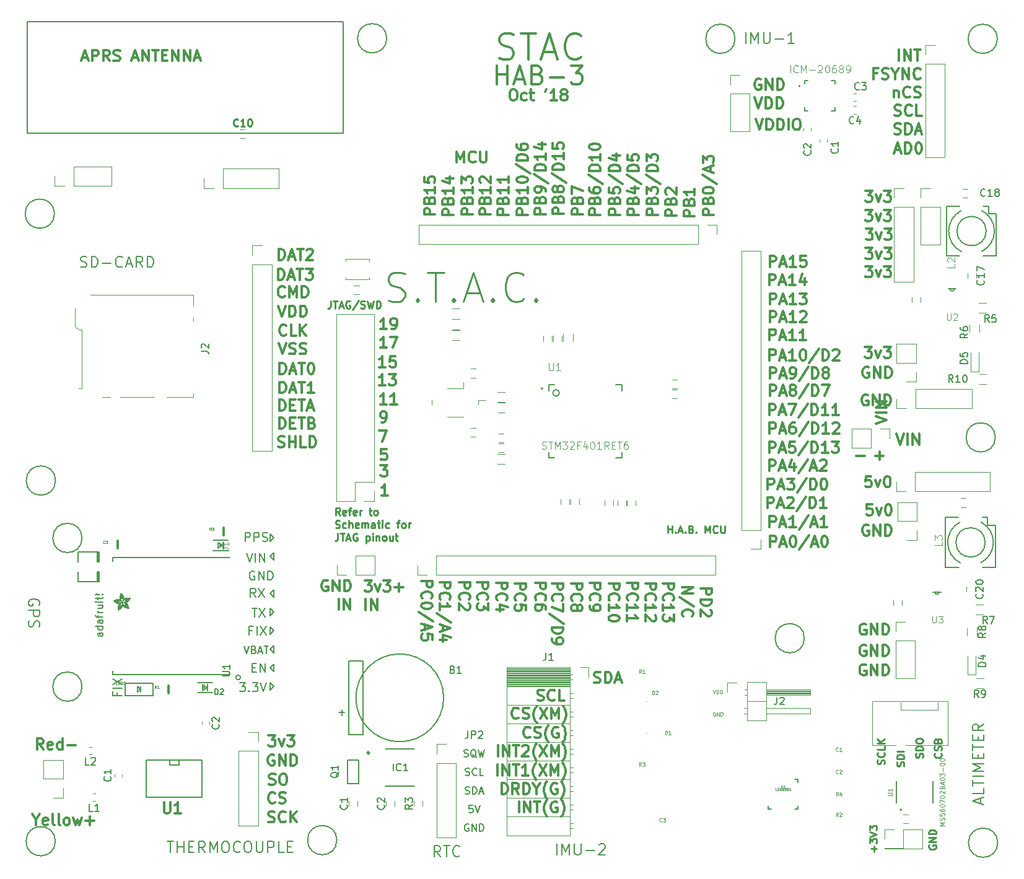
<source format=gbr>
G04 #@! TF.GenerationSoftware,KiCad,Pcbnew,5.0.1-33cea8e~68~ubuntu16.04.1*
G04 #@! TF.CreationDate,2018-10-29T01:45:26-07:00*
G04 #@! TF.ProjectId,integrated-board-design-1,696E74656772617465642D626F617264,rev?*
G04 #@! TF.SameCoordinates,Original*
G04 #@! TF.FileFunction,Legend,Top*
G04 #@! TF.FilePolarity,Positive*
%FSLAX46Y46*%
G04 Gerber Fmt 4.6, Leading zero omitted, Abs format (unit mm)*
G04 Created by KiCad (PCBNEW 5.0.1-33cea8e~68~ubuntu16.04.1) date Mon 29 Oct 2018 01:45:26 AM PDT*
%MOMM*%
%LPD*%
G01*
G04 APERTURE LIST*
%ADD10C,0.100000*%
%ADD11C,0.300000*%
%ADD12C,0.250000*%
%ADD13C,0.150000*%
%ADD14C,0.375000*%
%ADD15C,0.125000*%
%ADD16C,0.190500*%
%ADD17C,0.160020*%
%ADD18C,0.152400*%
%ADD19C,0.120000*%
%ADD20C,0.203200*%
%ADD21C,0.127000*%
%ADD22C,0.200000*%
%ADD23C,0.304800*%
%ADD24C,0.144780*%
%ADD25C,0.050000*%
%ADD26C,0.057912*%
%ADD27C,0.115824*%
%ADD28C,0.138988*%
G04 APERTURE END LIST*
D10*
X184734285Y-67817142D02*
X184734285Y-68545714D01*
X184777142Y-68631428D01*
X184820000Y-68674285D01*
X184905714Y-68717142D01*
X185077142Y-68717142D01*
X185162857Y-68674285D01*
X185205714Y-68631428D01*
X185248571Y-68545714D01*
X185248571Y-67817142D01*
X185634285Y-67902857D02*
X185677142Y-67860000D01*
X185762857Y-67817142D01*
X185977142Y-67817142D01*
X186062857Y-67860000D01*
X186105714Y-67902857D01*
X186148571Y-67988571D01*
X186148571Y-68074285D01*
X186105714Y-68202857D01*
X185591428Y-68717142D01*
X186148571Y-68717142D01*
X182754285Y-109177142D02*
X182754285Y-109905714D01*
X182797142Y-109991428D01*
X182840000Y-110034285D01*
X182925714Y-110077142D01*
X183097142Y-110077142D01*
X183182857Y-110034285D01*
X183225714Y-109991428D01*
X183268571Y-109905714D01*
X183268571Y-109177142D01*
X183611428Y-109177142D02*
X184168571Y-109177142D01*
X183868571Y-109520000D01*
X183997142Y-109520000D01*
X184082857Y-109562857D01*
X184125714Y-109605714D01*
X184168571Y-109691428D01*
X184168571Y-109905714D01*
X184125714Y-109991428D01*
X184082857Y-110034285D01*
X183997142Y-110077142D01*
X183740000Y-110077142D01*
X183654285Y-110034285D01*
X183611428Y-109991428D01*
D11*
X177857142Y-84253571D02*
X178357142Y-85753571D01*
X178857142Y-84253571D01*
X179357142Y-85753571D02*
X179357142Y-84253571D01*
X180071428Y-85753571D02*
X180071428Y-84253571D01*
X180928571Y-85753571D01*
X180928571Y-84253571D01*
X174928571Y-87257142D02*
X176071428Y-87257142D01*
X175500000Y-87828571D02*
X175500000Y-86685714D01*
X172353571Y-87307142D02*
X173496428Y-87307142D01*
X66564285Y-32875000D02*
X67278571Y-32875000D01*
X66421428Y-33303571D02*
X66921428Y-31803571D01*
X67421428Y-33303571D01*
X67921428Y-33303571D02*
X67921428Y-31803571D01*
X68492857Y-31803571D01*
X68635714Y-31875000D01*
X68707142Y-31946428D01*
X68778571Y-32089285D01*
X68778571Y-32303571D01*
X68707142Y-32446428D01*
X68635714Y-32517857D01*
X68492857Y-32589285D01*
X67921428Y-32589285D01*
X70278571Y-33303571D02*
X69778571Y-32589285D01*
X69421428Y-33303571D02*
X69421428Y-31803571D01*
X69992857Y-31803571D01*
X70135714Y-31875000D01*
X70207142Y-31946428D01*
X70278571Y-32089285D01*
X70278571Y-32303571D01*
X70207142Y-32446428D01*
X70135714Y-32517857D01*
X69992857Y-32589285D01*
X69421428Y-32589285D01*
X70850000Y-33232142D02*
X71064285Y-33303571D01*
X71421428Y-33303571D01*
X71564285Y-33232142D01*
X71635714Y-33160714D01*
X71707142Y-33017857D01*
X71707142Y-32875000D01*
X71635714Y-32732142D01*
X71564285Y-32660714D01*
X71421428Y-32589285D01*
X71135714Y-32517857D01*
X70992857Y-32446428D01*
X70921428Y-32375000D01*
X70850000Y-32232142D01*
X70850000Y-32089285D01*
X70921428Y-31946428D01*
X70992857Y-31875000D01*
X71135714Y-31803571D01*
X71492857Y-31803571D01*
X71707142Y-31875000D01*
X73421428Y-32875000D02*
X74135714Y-32875000D01*
X73278571Y-33303571D02*
X73778571Y-31803571D01*
X74278571Y-33303571D01*
X74778571Y-33303571D02*
X74778571Y-31803571D01*
X75635714Y-33303571D01*
X75635714Y-31803571D01*
X76135714Y-31803571D02*
X76992857Y-31803571D01*
X76564285Y-33303571D02*
X76564285Y-31803571D01*
X77492857Y-32517857D02*
X77992857Y-32517857D01*
X78207142Y-33303571D02*
X77492857Y-33303571D01*
X77492857Y-31803571D01*
X78207142Y-31803571D01*
X78850000Y-33303571D02*
X78850000Y-31803571D01*
X79707142Y-33303571D01*
X79707142Y-31803571D01*
X80421428Y-33303571D02*
X80421428Y-31803571D01*
X81278571Y-33303571D01*
X81278571Y-31803571D01*
X81921428Y-32875000D02*
X82635714Y-32875000D01*
X81778571Y-33303571D02*
X82278571Y-31803571D01*
X82778571Y-33303571D01*
D12*
X87832142Y-42132142D02*
X87784523Y-42179761D01*
X87641666Y-42227380D01*
X87546428Y-42227380D01*
X87403571Y-42179761D01*
X87308333Y-42084523D01*
X87260714Y-41989285D01*
X87213095Y-41798809D01*
X87213095Y-41655952D01*
X87260714Y-41465476D01*
X87308333Y-41370238D01*
X87403571Y-41275000D01*
X87546428Y-41227380D01*
X87641666Y-41227380D01*
X87784523Y-41275000D01*
X87832142Y-41322619D01*
X88784523Y-42227380D02*
X88213095Y-42227380D01*
X88498809Y-42227380D02*
X88498809Y-41227380D01*
X88403571Y-41370238D01*
X88308333Y-41465476D01*
X88213095Y-41513095D01*
X89403571Y-41227380D02*
X89498809Y-41227380D01*
X89594047Y-41275000D01*
X89641666Y-41322619D01*
X89689285Y-41417857D01*
X89736904Y-41608333D01*
X89736904Y-41846428D01*
X89689285Y-42036904D01*
X89641666Y-42132142D01*
X89594047Y-42179761D01*
X89498809Y-42227380D01*
X89403571Y-42227380D01*
X89308333Y-42179761D01*
X89260714Y-42132142D01*
X89213095Y-42036904D01*
X89165476Y-41846428D01*
X89165476Y-41608333D01*
X89213095Y-41417857D01*
X89260714Y-41322619D01*
X89308333Y-41275000D01*
X89403571Y-41227380D01*
D13*
X157239285Y-30878571D02*
X157239285Y-29378571D01*
X157953571Y-30878571D02*
X157953571Y-29378571D01*
X158453571Y-30450000D01*
X158953571Y-29378571D01*
X158953571Y-30878571D01*
X159667857Y-29378571D02*
X159667857Y-30592857D01*
X159739285Y-30735714D01*
X159810714Y-30807142D01*
X159953571Y-30878571D01*
X160239285Y-30878571D01*
X160382142Y-30807142D01*
X160453571Y-30735714D01*
X160525000Y-30592857D01*
X160525000Y-29378571D01*
X161239285Y-30307142D02*
X162382142Y-30307142D01*
X163882142Y-30878571D02*
X163025000Y-30878571D01*
X163453571Y-30878571D02*
X163453571Y-29378571D01*
X163310714Y-29592857D01*
X163167857Y-29735714D01*
X163025000Y-29807142D01*
D11*
X177653571Y-45500000D02*
X178367857Y-45500000D01*
X177510714Y-45928571D02*
X178010714Y-44428571D01*
X178510714Y-45928571D01*
X179010714Y-45928571D02*
X179010714Y-44428571D01*
X179367857Y-44428571D01*
X179582142Y-44500000D01*
X179725000Y-44642857D01*
X179796428Y-44785714D01*
X179867857Y-45071428D01*
X179867857Y-45285714D01*
X179796428Y-45571428D01*
X179725000Y-45714285D01*
X179582142Y-45857142D01*
X179367857Y-45928571D01*
X179010714Y-45928571D01*
X180796428Y-44428571D02*
X180939285Y-44428571D01*
X181082142Y-44500000D01*
X181153571Y-44571428D01*
X181225000Y-44714285D01*
X181296428Y-45000000D01*
X181296428Y-45357142D01*
X181225000Y-45642857D01*
X181153571Y-45785714D01*
X181082142Y-45857142D01*
X180939285Y-45928571D01*
X180796428Y-45928571D01*
X180653571Y-45857142D01*
X180582142Y-45785714D01*
X180510714Y-45642857D01*
X180439285Y-45357142D01*
X180439285Y-45000000D01*
X180510714Y-44714285D01*
X180582142Y-44571428D01*
X180653571Y-44500000D01*
X180796428Y-44428571D01*
X177553571Y-43232142D02*
X177767857Y-43303571D01*
X178125000Y-43303571D01*
X178267857Y-43232142D01*
X178339285Y-43160714D01*
X178410714Y-43017857D01*
X178410714Y-42875000D01*
X178339285Y-42732142D01*
X178267857Y-42660714D01*
X178125000Y-42589285D01*
X177839285Y-42517857D01*
X177696428Y-42446428D01*
X177625000Y-42375000D01*
X177553571Y-42232142D01*
X177553571Y-42089285D01*
X177625000Y-41946428D01*
X177696428Y-41875000D01*
X177839285Y-41803571D01*
X178196428Y-41803571D01*
X178410714Y-41875000D01*
X179053571Y-43303571D02*
X179053571Y-41803571D01*
X179410714Y-41803571D01*
X179625000Y-41875000D01*
X179767857Y-42017857D01*
X179839285Y-42160714D01*
X179910714Y-42446428D01*
X179910714Y-42660714D01*
X179839285Y-42946428D01*
X179767857Y-43089285D01*
X179625000Y-43232142D01*
X179410714Y-43303571D01*
X179053571Y-43303571D01*
X180482142Y-42875000D02*
X181196428Y-42875000D01*
X180339285Y-43303571D02*
X180839285Y-41803571D01*
X181339285Y-43303571D01*
X177564285Y-40732142D02*
X177778571Y-40803571D01*
X178135714Y-40803571D01*
X178278571Y-40732142D01*
X178350000Y-40660714D01*
X178421428Y-40517857D01*
X178421428Y-40375000D01*
X178350000Y-40232142D01*
X178278571Y-40160714D01*
X178135714Y-40089285D01*
X177850000Y-40017857D01*
X177707142Y-39946428D01*
X177635714Y-39875000D01*
X177564285Y-39732142D01*
X177564285Y-39589285D01*
X177635714Y-39446428D01*
X177707142Y-39375000D01*
X177850000Y-39303571D01*
X178207142Y-39303571D01*
X178421428Y-39375000D01*
X179921428Y-40660714D02*
X179850000Y-40732142D01*
X179635714Y-40803571D01*
X179492857Y-40803571D01*
X179278571Y-40732142D01*
X179135714Y-40589285D01*
X179064285Y-40446428D01*
X178992857Y-40160714D01*
X178992857Y-39946428D01*
X179064285Y-39660714D01*
X179135714Y-39517857D01*
X179278571Y-39375000D01*
X179492857Y-39303571D01*
X179635714Y-39303571D01*
X179850000Y-39375000D01*
X179921428Y-39446428D01*
X181278571Y-40803571D02*
X180564285Y-40803571D01*
X180564285Y-39303571D01*
X177489285Y-37303571D02*
X177489285Y-38303571D01*
X177489285Y-37446428D02*
X177560714Y-37375000D01*
X177703571Y-37303571D01*
X177917857Y-37303571D01*
X178060714Y-37375000D01*
X178132142Y-37517857D01*
X178132142Y-38303571D01*
X179703571Y-38160714D02*
X179632142Y-38232142D01*
X179417857Y-38303571D01*
X179275000Y-38303571D01*
X179060714Y-38232142D01*
X178917857Y-38089285D01*
X178846428Y-37946428D01*
X178775000Y-37660714D01*
X178775000Y-37446428D01*
X178846428Y-37160714D01*
X178917857Y-37017857D01*
X179060714Y-36875000D01*
X179275000Y-36803571D01*
X179417857Y-36803571D01*
X179632142Y-36875000D01*
X179703571Y-36946428D01*
X180275000Y-38232142D02*
X180489285Y-38303571D01*
X180846428Y-38303571D01*
X180989285Y-38232142D01*
X181060714Y-38160714D01*
X181132142Y-38017857D01*
X181132142Y-37875000D01*
X181060714Y-37732142D01*
X180989285Y-37660714D01*
X180846428Y-37589285D01*
X180560714Y-37517857D01*
X180417857Y-37446428D01*
X180346428Y-37375000D01*
X180275000Y-37232142D01*
X180275000Y-37089285D01*
X180346428Y-36946428D01*
X180417857Y-36875000D01*
X180560714Y-36803571D01*
X180917857Y-36803571D01*
X181132142Y-36875000D01*
X175171428Y-34992857D02*
X174671428Y-34992857D01*
X174671428Y-35778571D02*
X174671428Y-34278571D01*
X175385714Y-34278571D01*
X175885714Y-35707142D02*
X176100000Y-35778571D01*
X176457142Y-35778571D01*
X176600000Y-35707142D01*
X176671428Y-35635714D01*
X176742857Y-35492857D01*
X176742857Y-35350000D01*
X176671428Y-35207142D01*
X176600000Y-35135714D01*
X176457142Y-35064285D01*
X176171428Y-34992857D01*
X176028571Y-34921428D01*
X175957142Y-34850000D01*
X175885714Y-34707142D01*
X175885714Y-34564285D01*
X175957142Y-34421428D01*
X176028571Y-34350000D01*
X176171428Y-34278571D01*
X176528571Y-34278571D01*
X176742857Y-34350000D01*
X177671428Y-35064285D02*
X177671428Y-35778571D01*
X177171428Y-34278571D02*
X177671428Y-35064285D01*
X178171428Y-34278571D01*
X178671428Y-35778571D02*
X178671428Y-34278571D01*
X179528571Y-35778571D01*
X179528571Y-34278571D01*
X181100000Y-35635714D02*
X181028571Y-35707142D01*
X180814285Y-35778571D01*
X180671428Y-35778571D01*
X180457142Y-35707142D01*
X180314285Y-35564285D01*
X180242857Y-35421428D01*
X180171428Y-35135714D01*
X180171428Y-34921428D01*
X180242857Y-34635714D01*
X180314285Y-34492857D01*
X180457142Y-34350000D01*
X180671428Y-34278571D01*
X180814285Y-34278571D01*
X181028571Y-34350000D01*
X181100000Y-34421428D01*
X178192857Y-33228571D02*
X178192857Y-31728571D01*
X178907142Y-33228571D02*
X178907142Y-31728571D01*
X179764285Y-33228571D01*
X179764285Y-31728571D01*
X180264285Y-31728571D02*
X181121428Y-31728571D01*
X180692857Y-33228571D02*
X180692857Y-31728571D01*
X158582142Y-41203571D02*
X159082142Y-42703571D01*
X159582142Y-41203571D01*
X160082142Y-42703571D02*
X160082142Y-41203571D01*
X160439285Y-41203571D01*
X160653571Y-41275000D01*
X160796428Y-41417857D01*
X160867857Y-41560714D01*
X160939285Y-41846428D01*
X160939285Y-42060714D01*
X160867857Y-42346428D01*
X160796428Y-42489285D01*
X160653571Y-42632142D01*
X160439285Y-42703571D01*
X160082142Y-42703571D01*
X161582142Y-42703571D02*
X161582142Y-41203571D01*
X161939285Y-41203571D01*
X162153571Y-41275000D01*
X162296428Y-41417857D01*
X162367857Y-41560714D01*
X162439285Y-41846428D01*
X162439285Y-42060714D01*
X162367857Y-42346428D01*
X162296428Y-42489285D01*
X162153571Y-42632142D01*
X161939285Y-42703571D01*
X161582142Y-42703571D01*
X163082142Y-42703571D02*
X163082142Y-41203571D01*
X164082142Y-41203571D02*
X164367857Y-41203571D01*
X164510714Y-41275000D01*
X164653571Y-41417857D01*
X164725000Y-41703571D01*
X164725000Y-42203571D01*
X164653571Y-42489285D01*
X164510714Y-42632142D01*
X164367857Y-42703571D01*
X164082142Y-42703571D01*
X163939285Y-42632142D01*
X163796428Y-42489285D01*
X163725000Y-42203571D01*
X163725000Y-41703571D01*
X163796428Y-41417857D01*
X163939285Y-41275000D01*
X164082142Y-41203571D01*
X158475000Y-38303571D02*
X158975000Y-39803571D01*
X159475000Y-38303571D01*
X159975000Y-39803571D02*
X159975000Y-38303571D01*
X160332142Y-38303571D01*
X160546428Y-38375000D01*
X160689285Y-38517857D01*
X160760714Y-38660714D01*
X160832142Y-38946428D01*
X160832142Y-39160714D01*
X160760714Y-39446428D01*
X160689285Y-39589285D01*
X160546428Y-39732142D01*
X160332142Y-39803571D01*
X159975000Y-39803571D01*
X161475000Y-39803571D02*
X161475000Y-38303571D01*
X161832142Y-38303571D01*
X162046428Y-38375000D01*
X162189285Y-38517857D01*
X162260714Y-38660714D01*
X162332142Y-38946428D01*
X162332142Y-39160714D01*
X162260714Y-39446428D01*
X162189285Y-39589285D01*
X162046428Y-39732142D01*
X161832142Y-39803571D01*
X161475000Y-39803571D01*
X159282142Y-35825000D02*
X159139285Y-35753571D01*
X158925000Y-35753571D01*
X158710714Y-35825000D01*
X158567857Y-35967857D01*
X158496428Y-36110714D01*
X158425000Y-36396428D01*
X158425000Y-36610714D01*
X158496428Y-36896428D01*
X158567857Y-37039285D01*
X158710714Y-37182142D01*
X158925000Y-37253571D01*
X159067857Y-37253571D01*
X159282142Y-37182142D01*
X159353571Y-37110714D01*
X159353571Y-36610714D01*
X159067857Y-36610714D01*
X159996428Y-37253571D02*
X159996428Y-35753571D01*
X160853571Y-37253571D01*
X160853571Y-35753571D01*
X161567857Y-37253571D02*
X161567857Y-35753571D01*
X161925000Y-35753571D01*
X162139285Y-35825000D01*
X162282142Y-35967857D01*
X162353571Y-36110714D01*
X162425000Y-36396428D01*
X162425000Y-36610714D01*
X162353571Y-36896428D01*
X162282142Y-37039285D01*
X162139285Y-37182142D01*
X161925000Y-37253571D01*
X161567857Y-37253571D01*
X125328571Y-37203571D02*
X125614285Y-37203571D01*
X125757142Y-37275000D01*
X125900000Y-37417857D01*
X125971428Y-37703571D01*
X125971428Y-38203571D01*
X125900000Y-38489285D01*
X125757142Y-38632142D01*
X125614285Y-38703571D01*
X125328571Y-38703571D01*
X125185714Y-38632142D01*
X125042857Y-38489285D01*
X124971428Y-38203571D01*
X124971428Y-37703571D01*
X125042857Y-37417857D01*
X125185714Y-37275000D01*
X125328571Y-37203571D01*
X127257142Y-38632142D02*
X127114285Y-38703571D01*
X126828571Y-38703571D01*
X126685714Y-38632142D01*
X126614285Y-38560714D01*
X126542857Y-38417857D01*
X126542857Y-37989285D01*
X126614285Y-37846428D01*
X126685714Y-37775000D01*
X126828571Y-37703571D01*
X127114285Y-37703571D01*
X127257142Y-37775000D01*
X127685714Y-37703571D02*
X128257142Y-37703571D01*
X127900000Y-37203571D02*
X127900000Y-38489285D01*
X127971428Y-38632142D01*
X128114285Y-38703571D01*
X128257142Y-38703571D01*
X129971428Y-37203571D02*
X129828571Y-37489285D01*
X131400000Y-38703571D02*
X130542857Y-38703571D01*
X130971428Y-38703571D02*
X130971428Y-37203571D01*
X130828571Y-37417857D01*
X130685714Y-37560714D01*
X130542857Y-37632142D01*
X132257142Y-37846428D02*
X132114285Y-37775000D01*
X132042857Y-37703571D01*
X131971428Y-37560714D01*
X131971428Y-37489285D01*
X132042857Y-37346428D01*
X132114285Y-37275000D01*
X132257142Y-37203571D01*
X132542857Y-37203571D01*
X132685714Y-37275000D01*
X132757142Y-37346428D01*
X132828571Y-37489285D01*
X132828571Y-37560714D01*
X132757142Y-37703571D01*
X132685714Y-37775000D01*
X132542857Y-37846428D01*
X132257142Y-37846428D01*
X132114285Y-37917857D01*
X132042857Y-37989285D01*
X131971428Y-38132142D01*
X131971428Y-38417857D01*
X132042857Y-38560714D01*
X132114285Y-38632142D01*
X132257142Y-38703571D01*
X132542857Y-38703571D01*
X132685714Y-38632142D01*
X132757142Y-38560714D01*
X132828571Y-38417857D01*
X132828571Y-38132142D01*
X132757142Y-37989285D01*
X132685714Y-37917857D01*
X132542857Y-37846428D01*
D13*
X189325000Y-134778571D02*
X189325000Y-134064285D01*
X189753571Y-134921428D02*
X188253571Y-134421428D01*
X189753571Y-133921428D01*
X189753571Y-132707142D02*
X189753571Y-133421428D01*
X188253571Y-133421428D01*
X188253571Y-132421428D02*
X188253571Y-131564285D01*
X189753571Y-131992857D02*
X188253571Y-131992857D01*
X189753571Y-131064285D02*
X188253571Y-131064285D01*
X189753571Y-130350000D02*
X188253571Y-130350000D01*
X189325000Y-129850000D01*
X188253571Y-129350000D01*
X189753571Y-129350000D01*
X188967857Y-128635714D02*
X188967857Y-128135714D01*
X189753571Y-127921428D02*
X189753571Y-128635714D01*
X188253571Y-128635714D01*
X188253571Y-127921428D01*
X188253571Y-127492857D02*
X188253571Y-126635714D01*
X189753571Y-127064285D02*
X188253571Y-127064285D01*
X188967857Y-126135714D02*
X188967857Y-125635714D01*
X189753571Y-125421428D02*
X189753571Y-126135714D01*
X188253571Y-126135714D01*
X188253571Y-125421428D01*
X189753571Y-123921428D02*
X189039285Y-124421428D01*
X189753571Y-124778571D02*
X188253571Y-124778571D01*
X188253571Y-124207142D01*
X188325000Y-124064285D01*
X188396428Y-123992857D01*
X188539285Y-123921428D01*
X188753571Y-123921428D01*
X188896428Y-123992857D01*
X188967857Y-124064285D01*
X189039285Y-124207142D01*
X189039285Y-124778571D01*
X66325000Y-61432142D02*
X66539285Y-61503571D01*
X66896428Y-61503571D01*
X67039285Y-61432142D01*
X67110714Y-61360714D01*
X67182142Y-61217857D01*
X67182142Y-61075000D01*
X67110714Y-60932142D01*
X67039285Y-60860714D01*
X66896428Y-60789285D01*
X66610714Y-60717857D01*
X66467857Y-60646428D01*
X66396428Y-60575000D01*
X66325000Y-60432142D01*
X66325000Y-60289285D01*
X66396428Y-60146428D01*
X66467857Y-60075000D01*
X66610714Y-60003571D01*
X66967857Y-60003571D01*
X67182142Y-60075000D01*
X67825000Y-61503571D02*
X67825000Y-60003571D01*
X68182142Y-60003571D01*
X68396428Y-60075000D01*
X68539285Y-60217857D01*
X68610714Y-60360714D01*
X68682142Y-60646428D01*
X68682142Y-60860714D01*
X68610714Y-61146428D01*
X68539285Y-61289285D01*
X68396428Y-61432142D01*
X68182142Y-61503571D01*
X67825000Y-61503571D01*
X69325000Y-60932142D02*
X70467857Y-60932142D01*
X72039285Y-61360714D02*
X71967857Y-61432142D01*
X71753571Y-61503571D01*
X71610714Y-61503571D01*
X71396428Y-61432142D01*
X71253571Y-61289285D01*
X71182142Y-61146428D01*
X71110714Y-60860714D01*
X71110714Y-60646428D01*
X71182142Y-60360714D01*
X71253571Y-60217857D01*
X71396428Y-60075000D01*
X71610714Y-60003571D01*
X71753571Y-60003571D01*
X71967857Y-60075000D01*
X72039285Y-60146428D01*
X72610714Y-61075000D02*
X73325000Y-61075000D01*
X72467857Y-61503571D02*
X72967857Y-60003571D01*
X73467857Y-61503571D01*
X74825000Y-61503571D02*
X74325000Y-60789285D01*
X73967857Y-61503571D02*
X73967857Y-60003571D01*
X74539285Y-60003571D01*
X74682142Y-60075000D01*
X74753571Y-60146428D01*
X74825000Y-60289285D01*
X74825000Y-60503571D01*
X74753571Y-60646428D01*
X74682142Y-60717857D01*
X74539285Y-60789285D01*
X73967857Y-60789285D01*
X75467857Y-61503571D02*
X75467857Y-60003571D01*
X75825000Y-60003571D01*
X76039285Y-60075000D01*
X76182142Y-60217857D01*
X76253571Y-60360714D01*
X76325000Y-60646428D01*
X76325000Y-60860714D01*
X76253571Y-61146428D01*
X76182142Y-61289285D01*
X76039285Y-61432142D01*
X75825000Y-61503571D01*
X75467857Y-61503571D01*
X60625000Y-107678571D02*
X60696428Y-107535714D01*
X60696428Y-107321428D01*
X60625000Y-107107142D01*
X60482142Y-106964285D01*
X60339285Y-106892857D01*
X60053571Y-106821428D01*
X59839285Y-106821428D01*
X59553571Y-106892857D01*
X59410714Y-106964285D01*
X59267857Y-107107142D01*
X59196428Y-107321428D01*
X59196428Y-107464285D01*
X59267857Y-107678571D01*
X59339285Y-107750000D01*
X59839285Y-107750000D01*
X59839285Y-107464285D01*
X59196428Y-108392857D02*
X60696428Y-108392857D01*
X60696428Y-108964285D01*
X60625000Y-109107142D01*
X60553571Y-109178571D01*
X60410714Y-109250000D01*
X60196428Y-109250000D01*
X60053571Y-109178571D01*
X59982142Y-109107142D01*
X59910714Y-108964285D01*
X59910714Y-108392857D01*
X59267857Y-109821428D02*
X59196428Y-110035714D01*
X59196428Y-110392857D01*
X59267857Y-110535714D01*
X59339285Y-110607142D01*
X59482142Y-110678571D01*
X59625000Y-110678571D01*
X59767857Y-110607142D01*
X59839285Y-110535714D01*
X59910714Y-110392857D01*
X59982142Y-110107142D01*
X60053571Y-109964285D01*
X60125000Y-109892857D01*
X60267857Y-109821428D01*
X60410714Y-109821428D01*
X60553571Y-109892857D01*
X60625000Y-109964285D01*
X60696428Y-110107142D01*
X60696428Y-110464285D01*
X60625000Y-110678571D01*
X78207142Y-139978571D02*
X79064285Y-139978571D01*
X78635714Y-141478571D02*
X78635714Y-139978571D01*
X79564285Y-141478571D02*
X79564285Y-139978571D01*
X79564285Y-140692857D02*
X80421428Y-140692857D01*
X80421428Y-141478571D02*
X80421428Y-139978571D01*
X81135714Y-140692857D02*
X81635714Y-140692857D01*
X81850000Y-141478571D02*
X81135714Y-141478571D01*
X81135714Y-139978571D01*
X81850000Y-139978571D01*
X83350000Y-141478571D02*
X82850000Y-140764285D01*
X82492857Y-141478571D02*
X82492857Y-139978571D01*
X83064285Y-139978571D01*
X83207142Y-140050000D01*
X83278571Y-140121428D01*
X83350000Y-140264285D01*
X83350000Y-140478571D01*
X83278571Y-140621428D01*
X83207142Y-140692857D01*
X83064285Y-140764285D01*
X82492857Y-140764285D01*
X83992857Y-141478571D02*
X83992857Y-139978571D01*
X84492857Y-141050000D01*
X84992857Y-139978571D01*
X84992857Y-141478571D01*
X85992857Y-139978571D02*
X86278571Y-139978571D01*
X86421428Y-140050000D01*
X86564285Y-140192857D01*
X86635714Y-140478571D01*
X86635714Y-140978571D01*
X86564285Y-141264285D01*
X86421428Y-141407142D01*
X86278571Y-141478571D01*
X85992857Y-141478571D01*
X85850000Y-141407142D01*
X85707142Y-141264285D01*
X85635714Y-140978571D01*
X85635714Y-140478571D01*
X85707142Y-140192857D01*
X85850000Y-140050000D01*
X85992857Y-139978571D01*
X88135714Y-141335714D02*
X88064285Y-141407142D01*
X87850000Y-141478571D01*
X87707142Y-141478571D01*
X87492857Y-141407142D01*
X87350000Y-141264285D01*
X87278571Y-141121428D01*
X87207142Y-140835714D01*
X87207142Y-140621428D01*
X87278571Y-140335714D01*
X87350000Y-140192857D01*
X87492857Y-140050000D01*
X87707142Y-139978571D01*
X87850000Y-139978571D01*
X88064285Y-140050000D01*
X88135714Y-140121428D01*
X89064285Y-139978571D02*
X89350000Y-139978571D01*
X89492857Y-140050000D01*
X89635714Y-140192857D01*
X89707142Y-140478571D01*
X89707142Y-140978571D01*
X89635714Y-141264285D01*
X89492857Y-141407142D01*
X89350000Y-141478571D01*
X89064285Y-141478571D01*
X88921428Y-141407142D01*
X88778571Y-141264285D01*
X88707142Y-140978571D01*
X88707142Y-140478571D01*
X88778571Y-140192857D01*
X88921428Y-140050000D01*
X89064285Y-139978571D01*
X90350000Y-139978571D02*
X90350000Y-141192857D01*
X90421428Y-141335714D01*
X90492857Y-141407142D01*
X90635714Y-141478571D01*
X90921428Y-141478571D01*
X91064285Y-141407142D01*
X91135714Y-141335714D01*
X91207142Y-141192857D01*
X91207142Y-139978571D01*
X91921428Y-141478571D02*
X91921428Y-139978571D01*
X92492857Y-139978571D01*
X92635714Y-140050000D01*
X92707142Y-140121428D01*
X92778571Y-140264285D01*
X92778571Y-140478571D01*
X92707142Y-140621428D01*
X92635714Y-140692857D01*
X92492857Y-140764285D01*
X91921428Y-140764285D01*
X94135714Y-141478571D02*
X93421428Y-141478571D01*
X93421428Y-139978571D01*
X94635714Y-140692857D02*
X95135714Y-140692857D01*
X95350000Y-141478571D02*
X94635714Y-141478571D01*
X94635714Y-139978571D01*
X95350000Y-139978571D01*
X131414285Y-141803571D02*
X131414285Y-140303571D01*
X132128571Y-141803571D02*
X132128571Y-140303571D01*
X132628571Y-141375000D01*
X133128571Y-140303571D01*
X133128571Y-141803571D01*
X133842857Y-140303571D02*
X133842857Y-141517857D01*
X133914285Y-141660714D01*
X133985714Y-141732142D01*
X134128571Y-141803571D01*
X134414285Y-141803571D01*
X134557142Y-141732142D01*
X134628571Y-141660714D01*
X134700000Y-141517857D01*
X134700000Y-140303571D01*
X135414285Y-141232142D02*
X136557142Y-141232142D01*
X137200000Y-140446428D02*
X137271428Y-140375000D01*
X137414285Y-140303571D01*
X137771428Y-140303571D01*
X137914285Y-140375000D01*
X137985714Y-140446428D01*
X138057142Y-140589285D01*
X138057142Y-140732142D01*
X137985714Y-140946428D01*
X137128571Y-141803571D01*
X138057142Y-141803571D01*
D11*
X123226190Y-36480952D02*
X123226190Y-33980952D01*
X123226190Y-35171428D02*
X124654761Y-35171428D01*
X124654761Y-36480952D02*
X124654761Y-33980952D01*
X125726190Y-35766666D02*
X126916666Y-35766666D01*
X125488095Y-36480952D02*
X126321428Y-33980952D01*
X127154761Y-36480952D01*
X128821428Y-35171428D02*
X129178571Y-35290476D01*
X129297619Y-35409523D01*
X129416666Y-35647619D01*
X129416666Y-36004761D01*
X129297619Y-36242857D01*
X129178571Y-36361904D01*
X128940476Y-36480952D01*
X127988095Y-36480952D01*
X127988095Y-33980952D01*
X128821428Y-33980952D01*
X129059523Y-34100000D01*
X129178571Y-34219047D01*
X129297619Y-34457142D01*
X129297619Y-34695238D01*
X129178571Y-34933333D01*
X129059523Y-35052380D01*
X128821428Y-35171428D01*
X127988095Y-35171428D01*
X130488095Y-35528571D02*
X132392857Y-35528571D01*
X133345238Y-33980952D02*
X134892857Y-33980952D01*
X134059523Y-34933333D01*
X134416666Y-34933333D01*
X134654761Y-35052380D01*
X134773809Y-35171428D01*
X134892857Y-35409523D01*
X134892857Y-36004761D01*
X134773809Y-36242857D01*
X134654761Y-36361904D01*
X134416666Y-36480952D01*
X133702380Y-36480952D01*
X133464285Y-36361904D01*
X133345238Y-36242857D01*
X173589285Y-51053571D02*
X174517857Y-51053571D01*
X174017857Y-51625000D01*
X174232142Y-51625000D01*
X174375000Y-51696428D01*
X174446428Y-51767857D01*
X174517857Y-51910714D01*
X174517857Y-52267857D01*
X174446428Y-52410714D01*
X174375000Y-52482142D01*
X174232142Y-52553571D01*
X173803571Y-52553571D01*
X173660714Y-52482142D01*
X173589285Y-52410714D01*
X175017857Y-51553571D02*
X175375000Y-52553571D01*
X175732142Y-51553571D01*
X176160714Y-51053571D02*
X177089285Y-51053571D01*
X176589285Y-51625000D01*
X176803571Y-51625000D01*
X176946428Y-51696428D01*
X177017857Y-51767857D01*
X177089285Y-51910714D01*
X177089285Y-52267857D01*
X177017857Y-52410714D01*
X176946428Y-52482142D01*
X176803571Y-52553571D01*
X176375000Y-52553571D01*
X176232142Y-52482142D01*
X176160714Y-52410714D01*
X173639285Y-56253571D02*
X174567857Y-56253571D01*
X174067857Y-56825000D01*
X174282142Y-56825000D01*
X174425000Y-56896428D01*
X174496428Y-56967857D01*
X174567857Y-57110714D01*
X174567857Y-57467857D01*
X174496428Y-57610714D01*
X174425000Y-57682142D01*
X174282142Y-57753571D01*
X173853571Y-57753571D01*
X173710714Y-57682142D01*
X173639285Y-57610714D01*
X175067857Y-56753571D02*
X175425000Y-57753571D01*
X175782142Y-56753571D01*
X176210714Y-56253571D02*
X177139285Y-56253571D01*
X176639285Y-56825000D01*
X176853571Y-56825000D01*
X176996428Y-56896428D01*
X177067857Y-56967857D01*
X177139285Y-57110714D01*
X177139285Y-57467857D01*
X177067857Y-57610714D01*
X176996428Y-57682142D01*
X176853571Y-57753571D01*
X176425000Y-57753571D01*
X176282142Y-57682142D01*
X176210714Y-57610714D01*
X173564285Y-53678571D02*
X174492857Y-53678571D01*
X173992857Y-54250000D01*
X174207142Y-54250000D01*
X174350000Y-54321428D01*
X174421428Y-54392857D01*
X174492857Y-54535714D01*
X174492857Y-54892857D01*
X174421428Y-55035714D01*
X174350000Y-55107142D01*
X174207142Y-55178571D01*
X173778571Y-55178571D01*
X173635714Y-55107142D01*
X173564285Y-55035714D01*
X174992857Y-54178571D02*
X175350000Y-55178571D01*
X175707142Y-54178571D01*
X176135714Y-53678571D02*
X177064285Y-53678571D01*
X176564285Y-54250000D01*
X176778571Y-54250000D01*
X176921428Y-54321428D01*
X176992857Y-54392857D01*
X177064285Y-54535714D01*
X177064285Y-54892857D01*
X176992857Y-55035714D01*
X176921428Y-55107142D01*
X176778571Y-55178571D01*
X176350000Y-55178571D01*
X176207142Y-55107142D01*
X176135714Y-55035714D01*
X173614285Y-58878571D02*
X174542857Y-58878571D01*
X174042857Y-59450000D01*
X174257142Y-59450000D01*
X174400000Y-59521428D01*
X174471428Y-59592857D01*
X174542857Y-59735714D01*
X174542857Y-60092857D01*
X174471428Y-60235714D01*
X174400000Y-60307142D01*
X174257142Y-60378571D01*
X173828571Y-60378571D01*
X173685714Y-60307142D01*
X173614285Y-60235714D01*
X175042857Y-59378571D02*
X175400000Y-60378571D01*
X175757142Y-59378571D01*
X176185714Y-58878571D02*
X177114285Y-58878571D01*
X176614285Y-59450000D01*
X176828571Y-59450000D01*
X176971428Y-59521428D01*
X177042857Y-59592857D01*
X177114285Y-59735714D01*
X177114285Y-60092857D01*
X177042857Y-60235714D01*
X176971428Y-60307142D01*
X176828571Y-60378571D01*
X176400000Y-60378571D01*
X176257142Y-60307142D01*
X176185714Y-60235714D01*
X173564285Y-61353571D02*
X174492857Y-61353571D01*
X173992857Y-61925000D01*
X174207142Y-61925000D01*
X174350000Y-61996428D01*
X174421428Y-62067857D01*
X174492857Y-62210714D01*
X174492857Y-62567857D01*
X174421428Y-62710714D01*
X174350000Y-62782142D01*
X174207142Y-62853571D01*
X173778571Y-62853571D01*
X173635714Y-62782142D01*
X173564285Y-62710714D01*
X174992857Y-61853571D02*
X175350000Y-62853571D01*
X175707142Y-61853571D01*
X176135714Y-61353571D02*
X177064285Y-61353571D01*
X176564285Y-61925000D01*
X176778571Y-61925000D01*
X176921428Y-61996428D01*
X176992857Y-62067857D01*
X177064285Y-62210714D01*
X177064285Y-62567857D01*
X176992857Y-62710714D01*
X176921428Y-62782142D01*
X176778571Y-62853571D01*
X176350000Y-62853571D01*
X176207142Y-62782142D01*
X176135714Y-62710714D01*
X174373028Y-90055051D02*
X173658742Y-90055051D01*
X173587314Y-90769337D01*
X173658742Y-90697908D01*
X173801600Y-90626480D01*
X174158742Y-90626480D01*
X174301600Y-90697908D01*
X174373028Y-90769337D01*
X174444457Y-90912194D01*
X174444457Y-91269337D01*
X174373028Y-91412194D01*
X174301600Y-91483622D01*
X174158742Y-91555051D01*
X173801600Y-91555051D01*
X173658742Y-91483622D01*
X173587314Y-91412194D01*
X174944457Y-90555051D02*
X175301600Y-91555051D01*
X175658742Y-90555051D01*
X176515885Y-90055051D02*
X176658742Y-90055051D01*
X176801600Y-90126480D01*
X176873028Y-90197908D01*
X176944457Y-90340765D01*
X177015885Y-90626480D01*
X177015885Y-90983622D01*
X176944457Y-91269337D01*
X176873028Y-91412194D01*
X176801600Y-91483622D01*
X176658742Y-91555051D01*
X176515885Y-91555051D01*
X176373028Y-91483622D01*
X176301600Y-91412194D01*
X176230171Y-91269337D01*
X176158742Y-90983622D01*
X176158742Y-90626480D01*
X176230171Y-90340765D01*
X176301600Y-90197908D01*
X176373028Y-90126480D01*
X176515885Y-90055051D01*
X174512728Y-93885371D02*
X173798442Y-93885371D01*
X173727014Y-94599657D01*
X173798442Y-94528228D01*
X173941300Y-94456800D01*
X174298442Y-94456800D01*
X174441300Y-94528228D01*
X174512728Y-94599657D01*
X174584157Y-94742514D01*
X174584157Y-95099657D01*
X174512728Y-95242514D01*
X174441300Y-95313942D01*
X174298442Y-95385371D01*
X173941300Y-95385371D01*
X173798442Y-95313942D01*
X173727014Y-95242514D01*
X175084157Y-94385371D02*
X175441300Y-95385371D01*
X175798442Y-94385371D01*
X176655585Y-93885371D02*
X176798442Y-93885371D01*
X176941300Y-93956800D01*
X177012728Y-94028228D01*
X177084157Y-94171085D01*
X177155585Y-94456800D01*
X177155585Y-94813942D01*
X177084157Y-95099657D01*
X177012728Y-95242514D01*
X176941300Y-95313942D01*
X176798442Y-95385371D01*
X176655585Y-95385371D01*
X176512728Y-95313942D01*
X176441300Y-95242514D01*
X176369871Y-95099657D01*
X176298442Y-94813942D01*
X176298442Y-94456800D01*
X176369871Y-94171085D01*
X176441300Y-94028228D01*
X176512728Y-93956800D01*
X176655585Y-93885371D01*
X174021582Y-96743180D02*
X173878725Y-96671751D01*
X173664440Y-96671751D01*
X173450154Y-96743180D01*
X173307297Y-96886037D01*
X173235868Y-97028894D01*
X173164440Y-97314608D01*
X173164440Y-97528894D01*
X173235868Y-97814608D01*
X173307297Y-97957465D01*
X173450154Y-98100322D01*
X173664440Y-98171751D01*
X173807297Y-98171751D01*
X174021582Y-98100322D01*
X174093011Y-98028894D01*
X174093011Y-97528894D01*
X173807297Y-97528894D01*
X174735868Y-98171751D02*
X174735868Y-96671751D01*
X175593011Y-98171751D01*
X175593011Y-96671751D01*
X176307297Y-98171751D02*
X176307297Y-96671751D01*
X176664440Y-96671751D01*
X176878725Y-96743180D01*
X177021582Y-96886037D01*
X177093011Y-97028894D01*
X177164440Y-97314608D01*
X177164440Y-97528894D01*
X177093011Y-97814608D01*
X177021582Y-97957465D01*
X176878725Y-98100322D01*
X176664440Y-98171751D01*
X176307297Y-98171751D01*
X173657142Y-115850000D02*
X173514285Y-115778571D01*
X173300000Y-115778571D01*
X173085714Y-115850000D01*
X172942857Y-115992857D01*
X172871428Y-116135714D01*
X172800000Y-116421428D01*
X172800000Y-116635714D01*
X172871428Y-116921428D01*
X172942857Y-117064285D01*
X173085714Y-117207142D01*
X173300000Y-117278571D01*
X173442857Y-117278571D01*
X173657142Y-117207142D01*
X173728571Y-117135714D01*
X173728571Y-116635714D01*
X173442857Y-116635714D01*
X174371428Y-117278571D02*
X174371428Y-115778571D01*
X175228571Y-117278571D01*
X175228571Y-115778571D01*
X175942857Y-117278571D02*
X175942857Y-115778571D01*
X176300000Y-115778571D01*
X176514285Y-115850000D01*
X176657142Y-115992857D01*
X176728571Y-116135714D01*
X176800000Y-116421428D01*
X176800000Y-116635714D01*
X176728571Y-116921428D01*
X176657142Y-117064285D01*
X176514285Y-117207142D01*
X176300000Y-117278571D01*
X175942857Y-117278571D01*
X173653282Y-113187140D02*
X173510425Y-113115711D01*
X173296140Y-113115711D01*
X173081854Y-113187140D01*
X172938997Y-113329997D01*
X172867568Y-113472854D01*
X172796140Y-113758568D01*
X172796140Y-113972854D01*
X172867568Y-114258568D01*
X172938997Y-114401425D01*
X173081854Y-114544282D01*
X173296140Y-114615711D01*
X173438997Y-114615711D01*
X173653282Y-114544282D01*
X173724711Y-114472854D01*
X173724711Y-113972854D01*
X173438997Y-113972854D01*
X174367568Y-114615711D02*
X174367568Y-113115711D01*
X175224711Y-114615711D01*
X175224711Y-113115711D01*
X175938997Y-114615711D02*
X175938997Y-113115711D01*
X176296140Y-113115711D01*
X176510425Y-113187140D01*
X176653282Y-113329997D01*
X176724711Y-113472854D01*
X176796140Y-113758568D01*
X176796140Y-113972854D01*
X176724711Y-114258568D01*
X176653282Y-114401425D01*
X176510425Y-114544282D01*
X176296140Y-114615711D01*
X175938997Y-114615711D01*
X174057142Y-75175000D02*
X173914285Y-75103571D01*
X173700000Y-75103571D01*
X173485714Y-75175000D01*
X173342857Y-75317857D01*
X173271428Y-75460714D01*
X173200000Y-75746428D01*
X173200000Y-75960714D01*
X173271428Y-76246428D01*
X173342857Y-76389285D01*
X173485714Y-76532142D01*
X173700000Y-76603571D01*
X173842857Y-76603571D01*
X174057142Y-76532142D01*
X174128571Y-76460714D01*
X174128571Y-75960714D01*
X173842857Y-75960714D01*
X174771428Y-76603571D02*
X174771428Y-75103571D01*
X175628571Y-76603571D01*
X175628571Y-75103571D01*
X176342857Y-76603571D02*
X176342857Y-75103571D01*
X176700000Y-75103571D01*
X176914285Y-75175000D01*
X177057142Y-75317857D01*
X177128571Y-75460714D01*
X177200000Y-75746428D01*
X177200000Y-75960714D01*
X177128571Y-76246428D01*
X177057142Y-76389285D01*
X176914285Y-76532142D01*
X176700000Y-76603571D01*
X176342857Y-76603571D01*
X175003571Y-82892857D02*
X176503571Y-82392857D01*
X175003571Y-81892857D01*
X176503571Y-81392857D02*
X175003571Y-81392857D01*
X176503571Y-80678571D02*
X175003571Y-80678571D01*
X176503571Y-79821428D01*
X175003571Y-79821428D01*
X173932142Y-78950000D02*
X173789285Y-78878571D01*
X173575000Y-78878571D01*
X173360714Y-78950000D01*
X173217857Y-79092857D01*
X173146428Y-79235714D01*
X173075000Y-79521428D01*
X173075000Y-79735714D01*
X173146428Y-80021428D01*
X173217857Y-80164285D01*
X173360714Y-80307142D01*
X173575000Y-80378571D01*
X173717857Y-80378571D01*
X173932142Y-80307142D01*
X174003571Y-80235714D01*
X174003571Y-79735714D01*
X173717857Y-79735714D01*
X174646428Y-80378571D02*
X174646428Y-78878571D01*
X175503571Y-80378571D01*
X175503571Y-78878571D01*
X176217857Y-80378571D02*
X176217857Y-78878571D01*
X176575000Y-78878571D01*
X176789285Y-78950000D01*
X176932142Y-79092857D01*
X177003571Y-79235714D01*
X177075000Y-79521428D01*
X177075000Y-79735714D01*
X177003571Y-80021428D01*
X176932142Y-80164285D01*
X176789285Y-80307142D01*
X176575000Y-80378571D01*
X176217857Y-80378571D01*
X173657142Y-110275000D02*
X173514285Y-110203571D01*
X173300000Y-110203571D01*
X173085714Y-110275000D01*
X172942857Y-110417857D01*
X172871428Y-110560714D01*
X172800000Y-110846428D01*
X172800000Y-111060714D01*
X172871428Y-111346428D01*
X172942857Y-111489285D01*
X173085714Y-111632142D01*
X173300000Y-111703571D01*
X173442857Y-111703571D01*
X173657142Y-111632142D01*
X173728571Y-111560714D01*
X173728571Y-111060714D01*
X173442857Y-111060714D01*
X174371428Y-111703571D02*
X174371428Y-110203571D01*
X175228571Y-111703571D01*
X175228571Y-110203571D01*
X175942857Y-111703571D02*
X175942857Y-110203571D01*
X176300000Y-110203571D01*
X176514285Y-110275000D01*
X176657142Y-110417857D01*
X176728571Y-110560714D01*
X176800000Y-110846428D01*
X176800000Y-111060714D01*
X176728571Y-111346428D01*
X176657142Y-111489285D01*
X176514285Y-111632142D01*
X176300000Y-111703571D01*
X175942857Y-111703571D01*
X173539285Y-72378571D02*
X174467857Y-72378571D01*
X173967857Y-72950000D01*
X174182142Y-72950000D01*
X174325000Y-73021428D01*
X174396428Y-73092857D01*
X174467857Y-73235714D01*
X174467857Y-73592857D01*
X174396428Y-73735714D01*
X174325000Y-73807142D01*
X174182142Y-73878571D01*
X173753571Y-73878571D01*
X173610714Y-73807142D01*
X173539285Y-73735714D01*
X174967857Y-72878571D02*
X175325000Y-73878571D01*
X175682142Y-72878571D01*
X176110714Y-72378571D02*
X177039285Y-72378571D01*
X176539285Y-72950000D01*
X176753571Y-72950000D01*
X176896428Y-73021428D01*
X176967857Y-73092857D01*
X177039285Y-73235714D01*
X177039285Y-73592857D01*
X176967857Y-73735714D01*
X176896428Y-73807142D01*
X176753571Y-73878571D01*
X176325000Y-73878571D01*
X176182142Y-73807142D01*
X176110714Y-73735714D01*
D14*
X93345171Y-86039502D02*
X93559457Y-86110931D01*
X93916600Y-86110931D01*
X94059457Y-86039502D01*
X94130885Y-85968074D01*
X94202314Y-85825217D01*
X94202314Y-85682360D01*
X94130885Y-85539502D01*
X94059457Y-85468074D01*
X93916600Y-85396645D01*
X93630885Y-85325217D01*
X93488028Y-85253788D01*
X93416600Y-85182360D01*
X93345171Y-85039502D01*
X93345171Y-84896645D01*
X93416600Y-84753788D01*
X93488028Y-84682360D01*
X93630885Y-84610931D01*
X93988028Y-84610931D01*
X94202314Y-84682360D01*
X94845171Y-86110931D02*
X94845171Y-84610931D01*
X94845171Y-85325217D02*
X95702314Y-85325217D01*
X95702314Y-86110931D02*
X95702314Y-84610931D01*
X97130885Y-86110931D02*
X96416600Y-86110931D01*
X96416600Y-84610931D01*
X97630885Y-86110931D02*
X97630885Y-84610931D01*
X97988028Y-84610931D01*
X98202314Y-84682360D01*
X98345171Y-84825217D01*
X98416600Y-84968074D01*
X98488028Y-85253788D01*
X98488028Y-85468074D01*
X98416600Y-85753788D01*
X98345171Y-85896645D01*
X98202314Y-86039502D01*
X97988028Y-86110931D01*
X97630885Y-86110931D01*
X93467862Y-83560771D02*
X93467862Y-82060771D01*
X93825005Y-82060771D01*
X94039291Y-82132200D01*
X94182148Y-82275057D01*
X94253577Y-82417914D01*
X94325005Y-82703628D01*
X94325005Y-82917914D01*
X94253577Y-83203628D01*
X94182148Y-83346485D01*
X94039291Y-83489342D01*
X93825005Y-83560771D01*
X93467862Y-83560771D01*
X94967862Y-82775057D02*
X95467862Y-82775057D01*
X95682148Y-83560771D02*
X94967862Y-83560771D01*
X94967862Y-82060771D01*
X95682148Y-82060771D01*
X96110720Y-82060771D02*
X96967862Y-82060771D01*
X96539291Y-83560771D02*
X96539291Y-82060771D01*
X97967862Y-82775057D02*
X98182148Y-82846485D01*
X98253577Y-82917914D01*
X98325005Y-83060771D01*
X98325005Y-83275057D01*
X98253577Y-83417914D01*
X98182148Y-83489342D01*
X98039291Y-83560771D01*
X97467862Y-83560771D01*
X97467862Y-82060771D01*
X97967862Y-82060771D01*
X98110720Y-82132200D01*
X98182148Y-82203628D01*
X98253577Y-82346485D01*
X98253577Y-82489342D01*
X98182148Y-82632200D01*
X98110720Y-82703628D01*
X97967862Y-82775057D01*
X97467862Y-82775057D01*
X93468325Y-81117291D02*
X93468325Y-79617291D01*
X93825468Y-79617291D01*
X94039754Y-79688720D01*
X94182611Y-79831577D01*
X94254040Y-79974434D01*
X94325468Y-80260148D01*
X94325468Y-80474434D01*
X94254040Y-80760148D01*
X94182611Y-80903005D01*
X94039754Y-81045862D01*
X93825468Y-81117291D01*
X93468325Y-81117291D01*
X94968325Y-80331577D02*
X95468325Y-80331577D01*
X95682611Y-81117291D02*
X94968325Y-81117291D01*
X94968325Y-79617291D01*
X95682611Y-79617291D01*
X96111182Y-79617291D02*
X96968325Y-79617291D01*
X96539754Y-81117291D02*
X96539754Y-79617291D01*
X97396897Y-80688720D02*
X98111182Y-80688720D01*
X97254040Y-81117291D02*
X97754040Y-79617291D01*
X98254040Y-81117291D01*
X93539291Y-78673811D02*
X93539291Y-77173811D01*
X93896434Y-77173811D01*
X94110720Y-77245240D01*
X94253577Y-77388097D01*
X94325005Y-77530954D01*
X94396434Y-77816668D01*
X94396434Y-78030954D01*
X94325005Y-78316668D01*
X94253577Y-78459525D01*
X94110720Y-78602382D01*
X93896434Y-78673811D01*
X93539291Y-78673811D01*
X94967862Y-78245240D02*
X95682148Y-78245240D01*
X94825005Y-78673811D02*
X95325005Y-77173811D01*
X95825005Y-78673811D01*
X96110720Y-77173811D02*
X96967862Y-77173811D01*
X96539291Y-78673811D02*
X96539291Y-77173811D01*
X98253577Y-78673811D02*
X97396434Y-78673811D01*
X97825005Y-78673811D02*
X97825005Y-77173811D01*
X97682148Y-77388097D01*
X97539291Y-77530954D01*
X97396434Y-77602382D01*
X93539291Y-76067771D02*
X93539291Y-74567771D01*
X93896434Y-74567771D01*
X94110720Y-74639200D01*
X94253577Y-74782057D01*
X94325005Y-74924914D01*
X94396434Y-75210628D01*
X94396434Y-75424914D01*
X94325005Y-75710628D01*
X94253577Y-75853485D01*
X94110720Y-75996342D01*
X93896434Y-76067771D01*
X93539291Y-76067771D01*
X94967862Y-75639200D02*
X95682148Y-75639200D01*
X94825005Y-76067771D02*
X95325005Y-74567771D01*
X95825005Y-76067771D01*
X96110720Y-74567771D02*
X96967862Y-74567771D01*
X96539291Y-76067771D02*
X96539291Y-74567771D01*
X97753577Y-74567771D02*
X97896434Y-74567771D01*
X98039291Y-74639200D01*
X98110720Y-74710628D01*
X98182148Y-74853485D01*
X98253577Y-75139200D01*
X98253577Y-75496342D01*
X98182148Y-75782057D01*
X98110720Y-75924914D01*
X98039291Y-75996342D01*
X97896434Y-76067771D01*
X97753577Y-76067771D01*
X97610720Y-75996342D01*
X97539291Y-75924914D01*
X97467862Y-75782057D01*
X97396434Y-75496342D01*
X97396434Y-75139200D01*
X97467862Y-74853485D01*
X97539291Y-74710628D01*
X97610720Y-74639200D01*
X97753577Y-74567771D01*
X93444468Y-71855051D02*
X93944468Y-73355051D01*
X94444468Y-71855051D01*
X94873040Y-73283622D02*
X95087325Y-73355051D01*
X95444468Y-73355051D01*
X95587325Y-73283622D01*
X95658754Y-73212194D01*
X95730182Y-73069337D01*
X95730182Y-72926480D01*
X95658754Y-72783622D01*
X95587325Y-72712194D01*
X95444468Y-72640765D01*
X95158754Y-72569337D01*
X95015897Y-72497908D01*
X94944468Y-72426480D01*
X94873040Y-72283622D01*
X94873040Y-72140765D01*
X94944468Y-71997908D01*
X95015897Y-71926480D01*
X95158754Y-71855051D01*
X95515897Y-71855051D01*
X95730182Y-71926480D01*
X96301611Y-73283622D02*
X96515897Y-73355051D01*
X96873040Y-73355051D01*
X97015897Y-73283622D01*
X97087325Y-73212194D01*
X97158754Y-73069337D01*
X97158754Y-72926480D01*
X97087325Y-72783622D01*
X97015897Y-72712194D01*
X96873040Y-72640765D01*
X96587325Y-72569337D01*
X96444468Y-72497908D01*
X96373040Y-72426480D01*
X96301611Y-72283622D01*
X96301611Y-72140765D01*
X96373040Y-71997908D01*
X96444468Y-71926480D01*
X96587325Y-71855051D01*
X96944468Y-71855051D01*
X97158754Y-71926480D01*
X94429382Y-70712834D02*
X94357954Y-70784262D01*
X94143668Y-70855691D01*
X94000811Y-70855691D01*
X93786525Y-70784262D01*
X93643668Y-70641405D01*
X93572240Y-70498548D01*
X93500811Y-70212834D01*
X93500811Y-69998548D01*
X93572240Y-69712834D01*
X93643668Y-69569977D01*
X93786525Y-69427120D01*
X94000811Y-69355691D01*
X94143668Y-69355691D01*
X94357954Y-69427120D01*
X94429382Y-69498548D01*
X95786525Y-70855691D02*
X95072240Y-70855691D01*
X95072240Y-69355691D01*
X96286525Y-70855691D02*
X96286525Y-69355691D01*
X97143668Y-70855691D02*
X96500811Y-69998548D01*
X97143668Y-69355691D02*
X96286525Y-70212834D01*
X93373040Y-66754731D02*
X93873040Y-68254731D01*
X94373040Y-66754731D01*
X94873040Y-68254731D02*
X94873040Y-66754731D01*
X95230182Y-66754731D01*
X95444468Y-66826160D01*
X95587325Y-66969017D01*
X95658754Y-67111874D01*
X95730182Y-67397588D01*
X95730182Y-67611874D01*
X95658754Y-67897588D01*
X95587325Y-68040445D01*
X95444468Y-68183302D01*
X95230182Y-68254731D01*
X94873040Y-68254731D01*
X96373040Y-68254731D02*
X96373040Y-66754731D01*
X96730182Y-66754731D01*
X96944468Y-66826160D01*
X97087325Y-66969017D01*
X97158754Y-67111874D01*
X97230182Y-67397588D01*
X97230182Y-67611874D01*
X97158754Y-67897588D01*
X97087325Y-68040445D01*
X96944468Y-68183302D01*
X96730182Y-68254731D01*
X96373040Y-68254731D01*
X94230182Y-65449954D02*
X94158754Y-65521382D01*
X93944468Y-65592811D01*
X93801611Y-65592811D01*
X93587325Y-65521382D01*
X93444468Y-65378525D01*
X93373040Y-65235668D01*
X93301611Y-64949954D01*
X93301611Y-64735668D01*
X93373040Y-64449954D01*
X93444468Y-64307097D01*
X93587325Y-64164240D01*
X93801611Y-64092811D01*
X93944468Y-64092811D01*
X94158754Y-64164240D01*
X94230182Y-64235668D01*
X94873040Y-65592811D02*
X94873040Y-64092811D01*
X95373040Y-65164240D01*
X95873040Y-64092811D01*
X95873040Y-65592811D01*
X96587325Y-65592811D02*
X96587325Y-64092811D01*
X96944468Y-64092811D01*
X97158754Y-64164240D01*
X97301611Y-64307097D01*
X97373040Y-64449954D01*
X97444468Y-64735668D01*
X97444468Y-64949954D01*
X97373040Y-65235668D01*
X97301611Y-65378525D01*
X97158754Y-65521382D01*
X96944468Y-65592811D01*
X96587325Y-65592811D01*
X93325931Y-63205211D02*
X93325931Y-61705211D01*
X93683074Y-61705211D01*
X93897360Y-61776640D01*
X94040217Y-61919497D01*
X94111645Y-62062354D01*
X94183074Y-62348068D01*
X94183074Y-62562354D01*
X94111645Y-62848068D01*
X94040217Y-62990925D01*
X93897360Y-63133782D01*
X93683074Y-63205211D01*
X93325931Y-63205211D01*
X94754502Y-62776640D02*
X95468788Y-62776640D01*
X94611645Y-63205211D02*
X95111645Y-61705211D01*
X95611645Y-63205211D01*
X95897360Y-61705211D02*
X96754502Y-61705211D01*
X96325931Y-63205211D02*
X96325931Y-61705211D01*
X97111645Y-61705211D02*
X98040217Y-61705211D01*
X97540217Y-62276640D01*
X97754502Y-62276640D01*
X97897360Y-62348068D01*
X97968788Y-62419497D01*
X98040217Y-62562354D01*
X98040217Y-62919497D01*
X97968788Y-63062354D01*
X97897360Y-63133782D01*
X97754502Y-63205211D01*
X97325931Y-63205211D01*
X97183074Y-63133782D01*
X97111645Y-63062354D01*
X93376731Y-60492491D02*
X93376731Y-58992491D01*
X93733874Y-58992491D01*
X93948160Y-59063920D01*
X94091017Y-59206777D01*
X94162445Y-59349634D01*
X94233874Y-59635348D01*
X94233874Y-59849634D01*
X94162445Y-60135348D01*
X94091017Y-60278205D01*
X93948160Y-60421062D01*
X93733874Y-60492491D01*
X93376731Y-60492491D01*
X94805302Y-60063920D02*
X95519588Y-60063920D01*
X94662445Y-60492491D02*
X95162445Y-58992491D01*
X95662445Y-60492491D01*
X95948160Y-58992491D02*
X96805302Y-58992491D01*
X96376731Y-60492491D02*
X96376731Y-58992491D01*
X97233874Y-59135348D02*
X97305302Y-59063920D01*
X97448160Y-58992491D01*
X97805302Y-58992491D01*
X97948160Y-59063920D01*
X98019588Y-59135348D01*
X98091017Y-59278205D01*
X98091017Y-59421062D01*
X98019588Y-59635348D01*
X97162445Y-60492491D01*
X98091017Y-60492491D01*
D11*
X123541666Y-32891666D02*
X124041666Y-33058333D01*
X124875000Y-33058333D01*
X125208333Y-32891666D01*
X125375000Y-32725000D01*
X125541666Y-32391666D01*
X125541666Y-32058333D01*
X125375000Y-31725000D01*
X125208333Y-31558333D01*
X124875000Y-31391666D01*
X124208333Y-31225000D01*
X123875000Y-31058333D01*
X123708333Y-30891666D01*
X123541666Y-30558333D01*
X123541666Y-30225000D01*
X123708333Y-29891666D01*
X123875000Y-29725000D01*
X124208333Y-29558333D01*
X125041666Y-29558333D01*
X125541666Y-29725000D01*
X126541666Y-29558333D02*
X128541666Y-29558333D01*
X127541666Y-33058333D02*
X127541666Y-29558333D01*
X129541666Y-32058333D02*
X131208333Y-32058333D01*
X129208333Y-33058333D02*
X130375000Y-29558333D01*
X131541666Y-33058333D01*
X134708333Y-32725000D02*
X134541666Y-32891666D01*
X134041666Y-33058333D01*
X133708333Y-33058333D01*
X133208333Y-32891666D01*
X132875000Y-32558333D01*
X132708333Y-32225000D01*
X132541666Y-31558333D01*
X132541666Y-31058333D01*
X132708333Y-30391666D01*
X132875000Y-30058333D01*
X133208333Y-29725000D01*
X133708333Y-29558333D01*
X134041666Y-29558333D01*
X134541666Y-29725000D01*
X134708333Y-29891666D01*
D12*
X182300000Y-140486904D02*
X182252380Y-140582142D01*
X182252380Y-140725000D01*
X182300000Y-140867857D01*
X182395238Y-140963095D01*
X182490476Y-141010714D01*
X182680952Y-141058333D01*
X182823809Y-141058333D01*
X183014285Y-141010714D01*
X183109523Y-140963095D01*
X183204761Y-140867857D01*
X183252380Y-140725000D01*
X183252380Y-140629761D01*
X183204761Y-140486904D01*
X183157142Y-140439285D01*
X182823809Y-140439285D01*
X182823809Y-140629761D01*
X183252380Y-140010714D02*
X182252380Y-140010714D01*
X183252380Y-139439285D01*
X182252380Y-139439285D01*
X183252380Y-138963095D02*
X182252380Y-138963095D01*
X182252380Y-138725000D01*
X182300000Y-138582142D01*
X182395238Y-138486904D01*
X182490476Y-138439285D01*
X182680952Y-138391666D01*
X182823809Y-138391666D01*
X183014285Y-138439285D01*
X183109523Y-138486904D01*
X183204761Y-138582142D01*
X183252380Y-138725000D01*
X183252380Y-138963095D01*
X174771428Y-141361904D02*
X174771428Y-140600000D01*
X175152380Y-140980952D02*
X174390476Y-140980952D01*
X174152380Y-140219047D02*
X174152380Y-139600000D01*
X174533333Y-139933333D01*
X174533333Y-139790476D01*
X174580952Y-139695238D01*
X174628571Y-139647619D01*
X174723809Y-139600000D01*
X174961904Y-139600000D01*
X175057142Y-139647619D01*
X175104761Y-139695238D01*
X175152380Y-139790476D01*
X175152380Y-140076190D01*
X175104761Y-140171428D01*
X175057142Y-140219047D01*
X174152380Y-139314285D02*
X175152380Y-138980952D01*
X174152380Y-138647619D01*
X174152380Y-138409523D02*
X174152380Y-137790476D01*
X174533333Y-138123809D01*
X174533333Y-137980952D01*
X174580952Y-137885714D01*
X174628571Y-137838095D01*
X174723809Y-137790476D01*
X174961904Y-137790476D01*
X175057142Y-137838095D01*
X175104761Y-137885714D01*
X175152380Y-137980952D01*
X175152380Y-138266666D01*
X175104761Y-138361904D01*
X175057142Y-138409523D01*
X183907142Y-127916666D02*
X183954761Y-127964285D01*
X184002380Y-128107142D01*
X184002380Y-128202380D01*
X183954761Y-128345238D01*
X183859523Y-128440476D01*
X183764285Y-128488095D01*
X183573809Y-128535714D01*
X183430952Y-128535714D01*
X183240476Y-128488095D01*
X183145238Y-128440476D01*
X183050000Y-128345238D01*
X183002380Y-128202380D01*
X183002380Y-128107142D01*
X183050000Y-127964285D01*
X183097619Y-127916666D01*
X183954761Y-127535714D02*
X184002380Y-127392857D01*
X184002380Y-127154761D01*
X183954761Y-127059523D01*
X183907142Y-127011904D01*
X183811904Y-126964285D01*
X183716666Y-126964285D01*
X183621428Y-127011904D01*
X183573809Y-127059523D01*
X183526190Y-127154761D01*
X183478571Y-127345238D01*
X183430952Y-127440476D01*
X183383333Y-127488095D01*
X183288095Y-127535714D01*
X183192857Y-127535714D01*
X183097619Y-127488095D01*
X183050000Y-127440476D01*
X183002380Y-127345238D01*
X183002380Y-127107142D01*
X183050000Y-126964285D01*
X183478571Y-126202380D02*
X183526190Y-126059523D01*
X183573809Y-126011904D01*
X183669047Y-125964285D01*
X183811904Y-125964285D01*
X183907142Y-126011904D01*
X183954761Y-126059523D01*
X184002380Y-126154761D01*
X184002380Y-126535714D01*
X183002380Y-126535714D01*
X183002380Y-126202380D01*
X183050000Y-126107142D01*
X183097619Y-126059523D01*
X183192857Y-126011904D01*
X183288095Y-126011904D01*
X183383333Y-126059523D01*
X183430952Y-126107142D01*
X183478571Y-126202380D01*
X183478571Y-126535714D01*
X181404761Y-128509523D02*
X181452380Y-128366666D01*
X181452380Y-128128571D01*
X181404761Y-128033333D01*
X181357142Y-127985714D01*
X181261904Y-127938095D01*
X181166666Y-127938095D01*
X181071428Y-127985714D01*
X181023809Y-128033333D01*
X180976190Y-128128571D01*
X180928571Y-128319047D01*
X180880952Y-128414285D01*
X180833333Y-128461904D01*
X180738095Y-128509523D01*
X180642857Y-128509523D01*
X180547619Y-128461904D01*
X180500000Y-128414285D01*
X180452380Y-128319047D01*
X180452380Y-128080952D01*
X180500000Y-127938095D01*
X181452380Y-127509523D02*
X180452380Y-127509523D01*
X180452380Y-127271428D01*
X180500000Y-127128571D01*
X180595238Y-127033333D01*
X180690476Y-126985714D01*
X180880952Y-126938095D01*
X181023809Y-126938095D01*
X181214285Y-126985714D01*
X181309523Y-127033333D01*
X181404761Y-127128571D01*
X181452380Y-127271428D01*
X181452380Y-127509523D01*
X180452380Y-126319047D02*
X180452380Y-126128571D01*
X180500000Y-126033333D01*
X180595238Y-125938095D01*
X180785714Y-125890476D01*
X181119047Y-125890476D01*
X181309523Y-125938095D01*
X181404761Y-126033333D01*
X181452380Y-126128571D01*
X181452380Y-126319047D01*
X181404761Y-126414285D01*
X181309523Y-126509523D01*
X181119047Y-126557142D01*
X180785714Y-126557142D01*
X180595238Y-126509523D01*
X180500000Y-126414285D01*
X180452380Y-126319047D01*
X178829761Y-129673809D02*
X178877380Y-129530952D01*
X178877380Y-129292857D01*
X178829761Y-129197619D01*
X178782142Y-129150000D01*
X178686904Y-129102380D01*
X178591666Y-129102380D01*
X178496428Y-129150000D01*
X178448809Y-129197619D01*
X178401190Y-129292857D01*
X178353571Y-129483333D01*
X178305952Y-129578571D01*
X178258333Y-129626190D01*
X178163095Y-129673809D01*
X178067857Y-129673809D01*
X177972619Y-129626190D01*
X177925000Y-129578571D01*
X177877380Y-129483333D01*
X177877380Y-129245238D01*
X177925000Y-129102380D01*
X178877380Y-128673809D02*
X177877380Y-128673809D01*
X177877380Y-128435714D01*
X177925000Y-128292857D01*
X178020238Y-128197619D01*
X178115476Y-128150000D01*
X178305952Y-128102380D01*
X178448809Y-128102380D01*
X178639285Y-128150000D01*
X178734523Y-128197619D01*
X178829761Y-128292857D01*
X178877380Y-128435714D01*
X178877380Y-128673809D01*
X178877380Y-127673809D02*
X177877380Y-127673809D01*
X176154761Y-129390476D02*
X176202380Y-129247619D01*
X176202380Y-129009523D01*
X176154761Y-128914285D01*
X176107142Y-128866666D01*
X176011904Y-128819047D01*
X175916666Y-128819047D01*
X175821428Y-128866666D01*
X175773809Y-128914285D01*
X175726190Y-129009523D01*
X175678571Y-129200000D01*
X175630952Y-129295238D01*
X175583333Y-129342857D01*
X175488095Y-129390476D01*
X175392857Y-129390476D01*
X175297619Y-129342857D01*
X175250000Y-129295238D01*
X175202380Y-129200000D01*
X175202380Y-128961904D01*
X175250000Y-128819047D01*
X176107142Y-127819047D02*
X176154761Y-127866666D01*
X176202380Y-128009523D01*
X176202380Y-128104761D01*
X176154761Y-128247619D01*
X176059523Y-128342857D01*
X175964285Y-128390476D01*
X175773809Y-128438095D01*
X175630952Y-128438095D01*
X175440476Y-128390476D01*
X175345238Y-128342857D01*
X175250000Y-128247619D01*
X175202380Y-128104761D01*
X175202380Y-128009523D01*
X175250000Y-127866666D01*
X175297619Y-127819047D01*
X176202380Y-126914285D02*
X176202380Y-127390476D01*
X175202380Y-127390476D01*
X176202380Y-126580952D02*
X175202380Y-126580952D01*
X176202380Y-126009523D02*
X175630952Y-126438095D01*
X175202380Y-126009523D02*
X175773809Y-126580952D01*
D13*
X115492857Y-142078571D02*
X114992857Y-141364285D01*
X114635714Y-142078571D02*
X114635714Y-140578571D01*
X115207142Y-140578571D01*
X115350000Y-140650000D01*
X115421428Y-140721428D01*
X115492857Y-140864285D01*
X115492857Y-141078571D01*
X115421428Y-141221428D01*
X115350000Y-141292857D01*
X115207142Y-141364285D01*
X114635714Y-141364285D01*
X115921428Y-140578571D02*
X116778571Y-140578571D01*
X116350000Y-142078571D02*
X116350000Y-140578571D01*
X118135714Y-141935714D02*
X118064285Y-142007142D01*
X117850000Y-142078571D01*
X117707142Y-142078571D01*
X117492857Y-142007142D01*
X117350000Y-141864285D01*
X117278571Y-141721428D01*
X117207142Y-141435714D01*
X117207142Y-141221428D01*
X117278571Y-140935714D01*
X117350000Y-140792857D01*
X117492857Y-140650000D01*
X117707142Y-140578571D01*
X117850000Y-140578571D01*
X118064285Y-140650000D01*
X118135714Y-140721428D01*
X119348175Y-137629560D02*
X119252937Y-137581940D01*
X119110080Y-137581940D01*
X118967222Y-137629560D01*
X118871984Y-137724798D01*
X118824365Y-137820036D01*
X118776746Y-138010512D01*
X118776746Y-138153369D01*
X118824365Y-138343845D01*
X118871984Y-138439083D01*
X118967222Y-138534321D01*
X119110080Y-138581940D01*
X119205318Y-138581940D01*
X119348175Y-138534321D01*
X119395794Y-138486702D01*
X119395794Y-138153369D01*
X119205318Y-138153369D01*
X119824365Y-138581940D02*
X119824365Y-137581940D01*
X120395794Y-138581940D01*
X120395794Y-137581940D01*
X120871984Y-138581940D02*
X120871984Y-137581940D01*
X121110080Y-137581940D01*
X121252937Y-137629560D01*
X121348175Y-137724798D01*
X121395794Y-137820036D01*
X121443413Y-138010512D01*
X121443413Y-138153369D01*
X121395794Y-138343845D01*
X121348175Y-138439083D01*
X121252937Y-138534321D01*
X121110080Y-138581940D01*
X120871984Y-138581940D01*
X119919603Y-135041940D02*
X119443413Y-135041940D01*
X119395794Y-135518131D01*
X119443413Y-135470512D01*
X119538651Y-135422893D01*
X119776746Y-135422893D01*
X119871984Y-135470512D01*
X119919603Y-135518131D01*
X119967222Y-135613369D01*
X119967222Y-135851464D01*
X119919603Y-135946702D01*
X119871984Y-135994321D01*
X119776746Y-136041940D01*
X119538651Y-136041940D01*
X119443413Y-135994321D01*
X119395794Y-135946702D01*
X120252937Y-135041940D02*
X120586270Y-136041940D01*
X120919603Y-135041940D01*
X118895794Y-133454321D02*
X119038651Y-133501940D01*
X119276746Y-133501940D01*
X119371984Y-133454321D01*
X119419603Y-133406702D01*
X119467222Y-133311464D01*
X119467222Y-133216226D01*
X119419603Y-133120988D01*
X119371984Y-133073369D01*
X119276746Y-133025750D01*
X119086270Y-132978131D01*
X118991032Y-132930512D01*
X118943413Y-132882893D01*
X118895794Y-132787655D01*
X118895794Y-132692417D01*
X118943413Y-132597179D01*
X118991032Y-132549560D01*
X119086270Y-132501940D01*
X119324365Y-132501940D01*
X119467222Y-132549560D01*
X119895794Y-133501940D02*
X119895794Y-132501940D01*
X120133889Y-132501940D01*
X120276746Y-132549560D01*
X120371984Y-132644798D01*
X120419603Y-132740036D01*
X120467222Y-132930512D01*
X120467222Y-133073369D01*
X120419603Y-133263845D01*
X120371984Y-133359083D01*
X120276746Y-133454321D01*
X120133889Y-133501940D01*
X119895794Y-133501940D01*
X120848175Y-133216226D02*
X121324365Y-133216226D01*
X120752937Y-133501940D02*
X121086270Y-132501940D01*
X121419603Y-133501940D01*
X118919603Y-130914321D02*
X119062460Y-130961940D01*
X119300556Y-130961940D01*
X119395794Y-130914321D01*
X119443413Y-130866702D01*
X119491032Y-130771464D01*
X119491032Y-130676226D01*
X119443413Y-130580988D01*
X119395794Y-130533369D01*
X119300556Y-130485750D01*
X119110080Y-130438131D01*
X119014841Y-130390512D01*
X118967222Y-130342893D01*
X118919603Y-130247655D01*
X118919603Y-130152417D01*
X118967222Y-130057179D01*
X119014841Y-130009560D01*
X119110080Y-129961940D01*
X119348175Y-129961940D01*
X119491032Y-130009560D01*
X120491032Y-130866702D02*
X120443413Y-130914321D01*
X120300556Y-130961940D01*
X120205318Y-130961940D01*
X120062460Y-130914321D01*
X119967222Y-130819083D01*
X119919603Y-130723845D01*
X119871984Y-130533369D01*
X119871984Y-130390512D01*
X119919603Y-130200036D01*
X119967222Y-130104798D01*
X120062460Y-130009560D01*
X120205318Y-129961940D01*
X120300556Y-129961940D01*
X120443413Y-130009560D01*
X120491032Y-130057179D01*
X121395794Y-130961940D02*
X120919603Y-130961940D01*
X120919603Y-129961940D01*
X118729127Y-128374321D02*
X118871984Y-128421940D01*
X119110080Y-128421940D01*
X119205318Y-128374321D01*
X119252937Y-128326702D01*
X119300556Y-128231464D01*
X119300556Y-128136226D01*
X119252937Y-128040988D01*
X119205318Y-127993369D01*
X119110080Y-127945750D01*
X118919603Y-127898131D01*
X118824365Y-127850512D01*
X118776746Y-127802893D01*
X118729127Y-127707655D01*
X118729127Y-127612417D01*
X118776746Y-127517179D01*
X118824365Y-127469560D01*
X118919603Y-127421940D01*
X119157699Y-127421940D01*
X119300556Y-127469560D01*
X120395794Y-128517179D02*
X120300556Y-128469560D01*
X120205318Y-128374321D01*
X120062460Y-128231464D01*
X119967222Y-128183845D01*
X119871984Y-128183845D01*
X119919603Y-128421940D02*
X119824365Y-128374321D01*
X119729127Y-128279083D01*
X119681508Y-128088607D01*
X119681508Y-127755274D01*
X119729127Y-127564798D01*
X119824365Y-127469560D01*
X119919603Y-127421940D01*
X120110080Y-127421940D01*
X120205318Y-127469560D01*
X120300556Y-127564798D01*
X120348175Y-127755274D01*
X120348175Y-128088607D01*
X120300556Y-128279083D01*
X120205318Y-128374321D01*
X120110080Y-128421940D01*
X119919603Y-128421940D01*
X120681508Y-127421940D02*
X120919603Y-128421940D01*
X121110080Y-127707655D01*
X121300556Y-128421940D01*
X121538651Y-127421940D01*
D14*
X126242857Y-136003571D02*
X126242857Y-134503571D01*
X126957142Y-136003571D02*
X126957142Y-134503571D01*
X127814285Y-136003571D01*
X127814285Y-134503571D01*
X128314285Y-134503571D02*
X129171428Y-134503571D01*
X128742857Y-136003571D02*
X128742857Y-134503571D01*
X130100000Y-136575000D02*
X130028571Y-136503571D01*
X129885714Y-136289285D01*
X129814285Y-136146428D01*
X129742857Y-135932142D01*
X129671428Y-135575000D01*
X129671428Y-135289285D01*
X129742857Y-134932142D01*
X129814285Y-134717857D01*
X129885714Y-134575000D01*
X130028571Y-134360714D01*
X130100000Y-134289285D01*
X131457142Y-134575000D02*
X131314285Y-134503571D01*
X131100000Y-134503571D01*
X130885714Y-134575000D01*
X130742857Y-134717857D01*
X130671428Y-134860714D01*
X130600000Y-135146428D01*
X130600000Y-135360714D01*
X130671428Y-135646428D01*
X130742857Y-135789285D01*
X130885714Y-135932142D01*
X131100000Y-136003571D01*
X131242857Y-136003571D01*
X131457142Y-135932142D01*
X131528571Y-135860714D01*
X131528571Y-135360714D01*
X131242857Y-135360714D01*
X132028571Y-136575000D02*
X132100000Y-136503571D01*
X132242857Y-136289285D01*
X132314285Y-136146428D01*
X132385714Y-135932142D01*
X132457142Y-135575000D01*
X132457142Y-135289285D01*
X132385714Y-134932142D01*
X132314285Y-134717857D01*
X132242857Y-134575000D01*
X132100000Y-134360714D01*
X132028571Y-134289285D01*
X123864285Y-133503571D02*
X123864285Y-132003571D01*
X124221428Y-132003571D01*
X124435714Y-132075000D01*
X124578571Y-132217857D01*
X124650000Y-132360714D01*
X124721428Y-132646428D01*
X124721428Y-132860714D01*
X124650000Y-133146428D01*
X124578571Y-133289285D01*
X124435714Y-133432142D01*
X124221428Y-133503571D01*
X123864285Y-133503571D01*
X126221428Y-133503571D02*
X125721428Y-132789285D01*
X125364285Y-133503571D02*
X125364285Y-132003571D01*
X125935714Y-132003571D01*
X126078571Y-132075000D01*
X126150000Y-132146428D01*
X126221428Y-132289285D01*
X126221428Y-132503571D01*
X126150000Y-132646428D01*
X126078571Y-132717857D01*
X125935714Y-132789285D01*
X125364285Y-132789285D01*
X126864285Y-133503571D02*
X126864285Y-132003571D01*
X127221428Y-132003571D01*
X127435714Y-132075000D01*
X127578571Y-132217857D01*
X127650000Y-132360714D01*
X127721428Y-132646428D01*
X127721428Y-132860714D01*
X127650000Y-133146428D01*
X127578571Y-133289285D01*
X127435714Y-133432142D01*
X127221428Y-133503571D01*
X126864285Y-133503571D01*
X128650000Y-132789285D02*
X128650000Y-133503571D01*
X128150000Y-132003571D02*
X128650000Y-132789285D01*
X129150000Y-132003571D01*
X130078571Y-134075000D02*
X130007142Y-134003571D01*
X129864285Y-133789285D01*
X129792857Y-133646428D01*
X129721428Y-133432142D01*
X129650000Y-133075000D01*
X129650000Y-132789285D01*
X129721428Y-132432142D01*
X129792857Y-132217857D01*
X129864285Y-132075000D01*
X130007142Y-131860714D01*
X130078571Y-131789285D01*
X131435714Y-132075000D02*
X131292857Y-132003571D01*
X131078571Y-132003571D01*
X130864285Y-132075000D01*
X130721428Y-132217857D01*
X130650000Y-132360714D01*
X130578571Y-132646428D01*
X130578571Y-132860714D01*
X130650000Y-133146428D01*
X130721428Y-133289285D01*
X130864285Y-133432142D01*
X131078571Y-133503571D01*
X131221428Y-133503571D01*
X131435714Y-133432142D01*
X131507142Y-133360714D01*
X131507142Y-132860714D01*
X131221428Y-132860714D01*
X132007142Y-134075000D02*
X132078571Y-134003571D01*
X132221428Y-133789285D01*
X132292857Y-133646428D01*
X132364285Y-133432142D01*
X132435714Y-133075000D01*
X132435714Y-132789285D01*
X132364285Y-132432142D01*
X132292857Y-132217857D01*
X132221428Y-132075000D01*
X132078571Y-131860714D01*
X132007142Y-131789285D01*
X127775000Y-125685714D02*
X127703571Y-125757142D01*
X127489285Y-125828571D01*
X127346428Y-125828571D01*
X127132142Y-125757142D01*
X126989285Y-125614285D01*
X126917857Y-125471428D01*
X126846428Y-125185714D01*
X126846428Y-124971428D01*
X126917857Y-124685714D01*
X126989285Y-124542857D01*
X127132142Y-124400000D01*
X127346428Y-124328571D01*
X127489285Y-124328571D01*
X127703571Y-124400000D01*
X127775000Y-124471428D01*
X128346428Y-125757142D02*
X128560714Y-125828571D01*
X128917857Y-125828571D01*
X129060714Y-125757142D01*
X129132142Y-125685714D01*
X129203571Y-125542857D01*
X129203571Y-125400000D01*
X129132142Y-125257142D01*
X129060714Y-125185714D01*
X128917857Y-125114285D01*
X128632142Y-125042857D01*
X128489285Y-124971428D01*
X128417857Y-124900000D01*
X128346428Y-124757142D01*
X128346428Y-124614285D01*
X128417857Y-124471428D01*
X128489285Y-124400000D01*
X128632142Y-124328571D01*
X128989285Y-124328571D01*
X129203571Y-124400000D01*
X130275000Y-126400000D02*
X130203571Y-126328571D01*
X130060714Y-126114285D01*
X129989285Y-125971428D01*
X129917857Y-125757142D01*
X129846428Y-125400000D01*
X129846428Y-125114285D01*
X129917857Y-124757142D01*
X129989285Y-124542857D01*
X130060714Y-124400000D01*
X130203571Y-124185714D01*
X130275000Y-124114285D01*
X131632142Y-124400000D02*
X131489285Y-124328571D01*
X131275000Y-124328571D01*
X131060714Y-124400000D01*
X130917857Y-124542857D01*
X130846428Y-124685714D01*
X130775000Y-124971428D01*
X130775000Y-125185714D01*
X130846428Y-125471428D01*
X130917857Y-125614285D01*
X131060714Y-125757142D01*
X131275000Y-125828571D01*
X131417857Y-125828571D01*
X131632142Y-125757142D01*
X131703571Y-125685714D01*
X131703571Y-125185714D01*
X131417857Y-125185714D01*
X132203571Y-126400000D02*
X132275000Y-126328571D01*
X132417857Y-126114285D01*
X132489285Y-125971428D01*
X132560714Y-125757142D01*
X132632142Y-125400000D01*
X132632142Y-125114285D01*
X132560714Y-124757142D01*
X132489285Y-124542857D01*
X132417857Y-124400000D01*
X132275000Y-124185714D01*
X132203571Y-124114285D01*
X123307142Y-130953571D02*
X123307142Y-129453571D01*
X124021428Y-130953571D02*
X124021428Y-129453571D01*
X124878571Y-130953571D01*
X124878571Y-129453571D01*
X125378571Y-129453571D02*
X126235714Y-129453571D01*
X125807142Y-130953571D02*
X125807142Y-129453571D01*
X127521428Y-130953571D02*
X126664285Y-130953571D01*
X127092857Y-130953571D02*
X127092857Y-129453571D01*
X126950000Y-129667857D01*
X126807142Y-129810714D01*
X126664285Y-129882142D01*
X128592857Y-131525000D02*
X128521428Y-131453571D01*
X128378571Y-131239285D01*
X128307142Y-131096428D01*
X128235714Y-130882142D01*
X128164285Y-130525000D01*
X128164285Y-130239285D01*
X128235714Y-129882142D01*
X128307142Y-129667857D01*
X128378571Y-129525000D01*
X128521428Y-129310714D01*
X128592857Y-129239285D01*
X129021428Y-129453571D02*
X130021428Y-130953571D01*
X130021428Y-129453571D02*
X129021428Y-130953571D01*
X130592857Y-130953571D02*
X130592857Y-129453571D01*
X131092857Y-130525000D01*
X131592857Y-129453571D01*
X131592857Y-130953571D01*
X132164285Y-131525000D02*
X132235714Y-131453571D01*
X132378571Y-131239285D01*
X132450000Y-131096428D01*
X132521428Y-130882142D01*
X132592857Y-130525000D01*
X132592857Y-130239285D01*
X132521428Y-129882142D01*
X132450000Y-129667857D01*
X132378571Y-129525000D01*
X132235714Y-129310714D01*
X132164285Y-129239285D01*
X123357142Y-128328571D02*
X123357142Y-126828571D01*
X124071428Y-128328571D02*
X124071428Y-126828571D01*
X124928571Y-128328571D01*
X124928571Y-126828571D01*
X125428571Y-126828571D02*
X126285714Y-126828571D01*
X125857142Y-128328571D02*
X125857142Y-126828571D01*
X126714285Y-126971428D02*
X126785714Y-126900000D01*
X126928571Y-126828571D01*
X127285714Y-126828571D01*
X127428571Y-126900000D01*
X127500000Y-126971428D01*
X127571428Y-127114285D01*
X127571428Y-127257142D01*
X127500000Y-127471428D01*
X126642857Y-128328571D01*
X127571428Y-128328571D01*
X128642857Y-128900000D02*
X128571428Y-128828571D01*
X128428571Y-128614285D01*
X128357142Y-128471428D01*
X128285714Y-128257142D01*
X128214285Y-127900000D01*
X128214285Y-127614285D01*
X128285714Y-127257142D01*
X128357142Y-127042857D01*
X128428571Y-126900000D01*
X128571428Y-126685714D01*
X128642857Y-126614285D01*
X129071428Y-126828571D02*
X130071428Y-128328571D01*
X130071428Y-126828571D02*
X129071428Y-128328571D01*
X130642857Y-128328571D02*
X130642857Y-126828571D01*
X131142857Y-127900000D01*
X131642857Y-126828571D01*
X131642857Y-128328571D01*
X132214285Y-128900000D02*
X132285714Y-128828571D01*
X132428571Y-128614285D01*
X132500000Y-128471428D01*
X132571428Y-128257142D01*
X132642857Y-127900000D01*
X132642857Y-127614285D01*
X132571428Y-127257142D01*
X132500000Y-127042857D01*
X132428571Y-126900000D01*
X132285714Y-126685714D01*
X132214285Y-126614285D01*
X126182142Y-123060714D02*
X126110714Y-123132142D01*
X125896428Y-123203571D01*
X125753571Y-123203571D01*
X125539285Y-123132142D01*
X125396428Y-122989285D01*
X125325000Y-122846428D01*
X125253571Y-122560714D01*
X125253571Y-122346428D01*
X125325000Y-122060714D01*
X125396428Y-121917857D01*
X125539285Y-121775000D01*
X125753571Y-121703571D01*
X125896428Y-121703571D01*
X126110714Y-121775000D01*
X126182142Y-121846428D01*
X126753571Y-123132142D02*
X126967857Y-123203571D01*
X127325000Y-123203571D01*
X127467857Y-123132142D01*
X127539285Y-123060714D01*
X127610714Y-122917857D01*
X127610714Y-122775000D01*
X127539285Y-122632142D01*
X127467857Y-122560714D01*
X127325000Y-122489285D01*
X127039285Y-122417857D01*
X126896428Y-122346428D01*
X126825000Y-122275000D01*
X126753571Y-122132142D01*
X126753571Y-121989285D01*
X126825000Y-121846428D01*
X126896428Y-121775000D01*
X127039285Y-121703571D01*
X127396428Y-121703571D01*
X127610714Y-121775000D01*
X128682142Y-123775000D02*
X128610714Y-123703571D01*
X128467857Y-123489285D01*
X128396428Y-123346428D01*
X128325000Y-123132142D01*
X128253571Y-122775000D01*
X128253571Y-122489285D01*
X128325000Y-122132142D01*
X128396428Y-121917857D01*
X128467857Y-121775000D01*
X128610714Y-121560714D01*
X128682142Y-121489285D01*
X129110714Y-121703571D02*
X130110714Y-123203571D01*
X130110714Y-121703571D02*
X129110714Y-123203571D01*
X130682142Y-123203571D02*
X130682142Y-121703571D01*
X131182142Y-122775000D01*
X131682142Y-121703571D01*
X131682142Y-123203571D01*
X132253571Y-123775000D02*
X132325000Y-123703571D01*
X132467857Y-123489285D01*
X132539285Y-123346428D01*
X132610714Y-123132142D01*
X132682142Y-122775000D01*
X132682142Y-122489285D01*
X132610714Y-122132142D01*
X132539285Y-121917857D01*
X132467857Y-121775000D01*
X132325000Y-121560714D01*
X132253571Y-121489285D01*
X128764285Y-120682142D02*
X128978571Y-120753571D01*
X129335714Y-120753571D01*
X129478571Y-120682142D01*
X129550000Y-120610714D01*
X129621428Y-120467857D01*
X129621428Y-120325000D01*
X129550000Y-120182142D01*
X129478571Y-120110714D01*
X129335714Y-120039285D01*
X129050000Y-119967857D01*
X128907142Y-119896428D01*
X128835714Y-119825000D01*
X128764285Y-119682142D01*
X128764285Y-119539285D01*
X128835714Y-119396428D01*
X128907142Y-119325000D01*
X129050000Y-119253571D01*
X129407142Y-119253571D01*
X129621428Y-119325000D01*
X131121428Y-120610714D02*
X131050000Y-120682142D01*
X130835714Y-120753571D01*
X130692857Y-120753571D01*
X130478571Y-120682142D01*
X130335714Y-120539285D01*
X130264285Y-120396428D01*
X130192857Y-120110714D01*
X130192857Y-119896428D01*
X130264285Y-119610714D01*
X130335714Y-119467857D01*
X130478571Y-119325000D01*
X130692857Y-119253571D01*
X130835714Y-119253571D01*
X131050000Y-119325000D01*
X131121428Y-119396428D01*
X132478571Y-120753571D02*
X131764285Y-120753571D01*
X131764285Y-119253571D01*
X136503571Y-118232142D02*
X136717857Y-118303571D01*
X137075000Y-118303571D01*
X137217857Y-118232142D01*
X137289285Y-118160714D01*
X137360714Y-118017857D01*
X137360714Y-117875000D01*
X137289285Y-117732142D01*
X137217857Y-117660714D01*
X137075000Y-117589285D01*
X136789285Y-117517857D01*
X136646428Y-117446428D01*
X136575000Y-117375000D01*
X136503571Y-117232142D01*
X136503571Y-117089285D01*
X136575000Y-116946428D01*
X136646428Y-116875000D01*
X136789285Y-116803571D01*
X137146428Y-116803571D01*
X137360714Y-116875000D01*
X138003571Y-118303571D02*
X138003571Y-116803571D01*
X138360714Y-116803571D01*
X138575000Y-116875000D01*
X138717857Y-117017857D01*
X138789285Y-117160714D01*
X138860714Y-117446428D01*
X138860714Y-117660714D01*
X138789285Y-117946428D01*
X138717857Y-118089285D01*
X138575000Y-118232142D01*
X138360714Y-118303571D01*
X138003571Y-118303571D01*
X139432142Y-117875000D02*
X140146428Y-117875000D01*
X139289285Y-118303571D02*
X139789285Y-116803571D01*
X140289285Y-118303571D01*
D15*
X153062347Y-122347160D02*
X153014728Y-122323350D01*
X152943300Y-122323350D01*
X152871871Y-122347160D01*
X152824252Y-122394779D01*
X152800442Y-122442398D01*
X152776633Y-122537636D01*
X152776633Y-122609064D01*
X152800442Y-122704302D01*
X152824252Y-122751921D01*
X152871871Y-122799540D01*
X152943300Y-122823350D01*
X152990919Y-122823350D01*
X153062347Y-122799540D01*
X153086157Y-122775731D01*
X153086157Y-122609064D01*
X152990919Y-122609064D01*
X153300442Y-122823350D02*
X153300442Y-122323350D01*
X153586157Y-122823350D01*
X153586157Y-122323350D01*
X153824252Y-122823350D02*
X153824252Y-122323350D01*
X153943300Y-122323350D01*
X154014728Y-122347160D01*
X154062347Y-122394779D01*
X154086157Y-122442398D01*
X154109966Y-122537636D01*
X154109966Y-122609064D01*
X154086157Y-122704302D01*
X154062347Y-122751921D01*
X154014728Y-122799540D01*
X153943300Y-122823350D01*
X153824252Y-122823350D01*
X152776633Y-119275350D02*
X152943300Y-119775350D01*
X153109966Y-119275350D01*
X153276633Y-119775350D02*
X153276633Y-119275350D01*
X153395680Y-119275350D01*
X153467109Y-119299160D01*
X153514728Y-119346779D01*
X153538538Y-119394398D01*
X153562347Y-119489636D01*
X153562347Y-119561064D01*
X153538538Y-119656302D01*
X153514728Y-119703921D01*
X153467109Y-119751540D01*
X153395680Y-119775350D01*
X153276633Y-119775350D01*
X153776633Y-119775350D02*
X153776633Y-119275350D01*
X153895680Y-119275350D01*
X153967109Y-119299160D01*
X154014728Y-119346779D01*
X154038538Y-119394398D01*
X154062347Y-119489636D01*
X154062347Y-119561064D01*
X154038538Y-119656302D01*
X154014728Y-119703921D01*
X153967109Y-119751540D01*
X153895680Y-119775350D01*
X153776633Y-119775350D01*
D13*
X92721015Y-101544309D02*
X92721015Y-100528309D01*
X92721015Y-100528309D02*
X92213015Y-101036309D01*
X92213015Y-101036309D02*
X92721015Y-101544309D01*
X92213015Y-118308309D02*
X92213015Y-119324309D01*
X92213015Y-119324309D02*
X92721015Y-118816309D01*
X92721015Y-118816309D02*
X92213015Y-118308309D01*
X92721015Y-114244309D02*
X92721015Y-113228309D01*
X92721015Y-113228309D02*
X92213015Y-113736309D01*
X92213015Y-113736309D02*
X92721015Y-114244309D01*
X92213015Y-108148309D02*
X92213015Y-109164309D01*
X92213015Y-109164309D02*
X92721015Y-108656309D01*
X92721015Y-108656309D02*
X92213015Y-108148309D01*
X92721015Y-106624309D02*
X92721015Y-105608309D01*
X92721015Y-105608309D02*
X92213015Y-106116309D01*
X92213015Y-106116309D02*
X92721015Y-106624309D01*
X92721015Y-116784309D02*
X92721015Y-115768309D01*
X92721015Y-115768309D02*
X92213015Y-116276309D01*
X92213015Y-116276309D02*
X92721015Y-116784309D01*
X92213015Y-110688309D02*
X92213015Y-111704309D01*
X92213015Y-111704309D02*
X92721015Y-111196309D01*
X92721015Y-111196309D02*
X92213015Y-110688309D01*
X92213015Y-97988309D02*
X92213015Y-99004309D01*
X92213015Y-99004309D02*
X92721015Y-98496309D01*
X92721015Y-98496309D02*
X92213015Y-97988309D01*
D16*
X89013729Y-100536047D02*
X89415896Y-101742547D01*
X89818063Y-100536047D01*
X90220229Y-101742547D02*
X90220229Y-100536047D01*
X90794753Y-101742547D02*
X90794753Y-100536047D01*
X91484182Y-101742547D01*
X91484182Y-100536047D01*
X88096182Y-118286047D02*
X88843063Y-118286047D01*
X88440896Y-118745666D01*
X88613253Y-118745666D01*
X88728158Y-118803119D01*
X88785610Y-118860571D01*
X88843063Y-118975476D01*
X88843063Y-119262738D01*
X88785610Y-119377642D01*
X88728158Y-119435095D01*
X88613253Y-119492547D01*
X88268539Y-119492547D01*
X88153634Y-119435095D01*
X88096182Y-119377642D01*
X89360134Y-119377642D02*
X89417586Y-119435095D01*
X89360134Y-119492547D01*
X89302682Y-119435095D01*
X89360134Y-119377642D01*
X89360134Y-119492547D01*
X89819753Y-118286047D02*
X90566634Y-118286047D01*
X90164467Y-118745666D01*
X90336825Y-118745666D01*
X90451729Y-118803119D01*
X90509182Y-118860571D01*
X90566634Y-118975476D01*
X90566634Y-119262738D01*
X90509182Y-119377642D01*
X90451729Y-119435095D01*
X90336825Y-119492547D01*
X89992110Y-119492547D01*
X89877205Y-119435095D01*
X89819753Y-119377642D01*
X90911348Y-118286047D02*
X91313515Y-119492547D01*
X91715682Y-118286047D01*
X90093063Y-103093500D02*
X89978158Y-103036047D01*
X89805801Y-103036047D01*
X89633444Y-103093500D01*
X89518539Y-103208404D01*
X89461086Y-103323309D01*
X89403634Y-103553119D01*
X89403634Y-103725476D01*
X89461086Y-103955285D01*
X89518539Y-104070190D01*
X89633444Y-104185095D01*
X89805801Y-104242547D01*
X89920705Y-104242547D01*
X90093063Y-104185095D01*
X90150515Y-104127642D01*
X90150515Y-103725476D01*
X89920705Y-103725476D01*
X90667586Y-104242547D02*
X90667586Y-103036047D01*
X91357015Y-104242547D01*
X91357015Y-103036047D01*
X91931539Y-104242547D02*
X91931539Y-103036047D01*
X92218801Y-103036047D01*
X92391158Y-103093500D01*
X92506063Y-103208404D01*
X92563515Y-103323309D01*
X92620967Y-103553119D01*
X92620967Y-103725476D01*
X92563515Y-103955285D01*
X92506063Y-104070190D01*
X92391158Y-104185095D01*
X92218801Y-104242547D01*
X91931539Y-104242547D01*
D17*
X88650533Y-113288280D02*
X88988353Y-114301740D01*
X89326173Y-113288280D01*
X90001813Y-113770880D02*
X90146593Y-113819140D01*
X90194853Y-113867400D01*
X90243113Y-113963920D01*
X90243113Y-114108700D01*
X90194853Y-114205220D01*
X90146593Y-114253480D01*
X90050073Y-114301740D01*
X89663993Y-114301740D01*
X89663993Y-113288280D01*
X90001813Y-113288280D01*
X90098333Y-113336540D01*
X90146593Y-113384800D01*
X90194853Y-113481320D01*
X90194853Y-113577840D01*
X90146593Y-113674360D01*
X90098333Y-113722620D01*
X90001813Y-113770880D01*
X89663993Y-113770880D01*
X90629193Y-114012180D02*
X91111793Y-114012180D01*
X90532673Y-114301740D02*
X90870493Y-113288280D01*
X91208313Y-114301740D01*
X91401353Y-113288280D02*
X91980473Y-113288280D01*
X91690913Y-114301740D02*
X91690913Y-113288280D01*
D16*
X89738729Y-108086047D02*
X90428158Y-108086047D01*
X90083444Y-109292547D02*
X90083444Y-108086047D01*
X90715420Y-108086047D02*
X91519753Y-109292547D01*
X91519753Y-108086047D02*
X90715420Y-109292547D01*
X90250515Y-106592547D02*
X89848348Y-106018023D01*
X89561086Y-106592547D02*
X89561086Y-105386047D01*
X90020705Y-105386047D01*
X90135610Y-105443500D01*
X90193063Y-105500952D01*
X90250515Y-105615857D01*
X90250515Y-105788214D01*
X90193063Y-105903119D01*
X90135610Y-105960571D01*
X90020705Y-106018023D01*
X89561086Y-106018023D01*
X90652682Y-105386047D02*
X91457015Y-106592547D01*
X91457015Y-105386047D02*
X90652682Y-106592547D01*
X89811086Y-116235571D02*
X90213253Y-116235571D01*
X90385610Y-116867547D02*
X89811086Y-116867547D01*
X89811086Y-115661047D01*
X90385610Y-115661047D01*
X90902682Y-116867547D02*
X90902682Y-115661047D01*
X91592110Y-116867547D01*
X91592110Y-115661047D01*
X89788253Y-111135571D02*
X89386086Y-111135571D01*
X89386086Y-111767547D02*
X89386086Y-110561047D01*
X89960610Y-110561047D01*
X90420229Y-111767547D02*
X90420229Y-110561047D01*
X90879848Y-110561047D02*
X91684182Y-111767547D01*
X91684182Y-110561047D02*
X90879848Y-111767547D01*
D18*
X69354553Y-111469782D02*
X68848972Y-111469782D01*
X68757048Y-111515744D01*
X68711086Y-111607668D01*
X68711086Y-111791515D01*
X68757048Y-111883439D01*
X69308591Y-111469782D02*
X69354553Y-111561706D01*
X69354553Y-111791515D01*
X69308591Y-111883439D01*
X69216667Y-111929401D01*
X69124743Y-111929401D01*
X69032819Y-111883439D01*
X68986857Y-111791515D01*
X68986857Y-111561706D01*
X68940895Y-111469782D01*
X69354553Y-110596506D02*
X68389353Y-110596506D01*
X69308591Y-110596506D02*
X69354553Y-110688429D01*
X69354553Y-110872277D01*
X69308591Y-110964201D01*
X69262629Y-111010163D01*
X69170705Y-111056125D01*
X68894934Y-111056125D01*
X68803010Y-111010163D01*
X68757048Y-110964201D01*
X68711086Y-110872277D01*
X68711086Y-110688429D01*
X68757048Y-110596506D01*
X69354553Y-109723229D02*
X68848972Y-109723229D01*
X68757048Y-109769191D01*
X68711086Y-109861115D01*
X68711086Y-110044963D01*
X68757048Y-110136887D01*
X69308591Y-109723229D02*
X69354553Y-109815153D01*
X69354553Y-110044963D01*
X69308591Y-110136887D01*
X69216667Y-110182849D01*
X69124743Y-110182849D01*
X69032819Y-110136887D01*
X68986857Y-110044963D01*
X68986857Y-109815153D01*
X68940895Y-109723229D01*
X68711086Y-109401496D02*
X68711086Y-109033801D01*
X69354553Y-109263610D02*
X68527238Y-109263610D01*
X68435315Y-109217649D01*
X68389353Y-109125725D01*
X68389353Y-109033801D01*
X69354553Y-108712068D02*
X68711086Y-108712068D01*
X68894934Y-108712068D02*
X68803010Y-108666106D01*
X68757048Y-108620144D01*
X68711086Y-108528220D01*
X68711086Y-108436296D01*
X68711086Y-107700906D02*
X69354553Y-107700906D01*
X68711086Y-108114563D02*
X69216667Y-108114563D01*
X69308591Y-108068601D01*
X69354553Y-107976677D01*
X69354553Y-107838791D01*
X69308591Y-107746868D01*
X69262629Y-107700906D01*
X69354553Y-107241287D02*
X68711086Y-107241287D01*
X68389353Y-107241287D02*
X68435315Y-107287249D01*
X68481276Y-107241287D01*
X68435315Y-107195325D01*
X68389353Y-107241287D01*
X68481276Y-107241287D01*
X68711086Y-106919553D02*
X68711086Y-106551858D01*
X68389353Y-106781668D02*
X69216667Y-106781668D01*
X69308591Y-106735706D01*
X69354553Y-106643782D01*
X69354553Y-106551858D01*
X69262629Y-106230125D02*
X69308591Y-106184163D01*
X69354553Y-106230125D01*
X69308591Y-106276087D01*
X69262629Y-106230125D01*
X69354553Y-106230125D01*
X68986857Y-106230125D02*
X68435315Y-106276087D01*
X68389353Y-106230125D01*
X68435315Y-106184163D01*
X68986857Y-106230125D01*
X68389353Y-106230125D01*
D16*
X71330586Y-119654055D02*
X71330586Y-120056222D01*
X71962562Y-120056222D02*
X70756062Y-120056222D01*
X70756062Y-119481698D01*
X71962562Y-119022079D02*
X70756062Y-119022079D01*
X70756062Y-118562460D02*
X71962562Y-117758126D01*
X70756062Y-117758126D02*
X71962562Y-118562460D01*
X88836086Y-98967547D02*
X88836086Y-97761047D01*
X89295705Y-97761047D01*
X89410610Y-97818500D01*
X89468063Y-97875952D01*
X89525515Y-97990857D01*
X89525515Y-98163214D01*
X89468063Y-98278119D01*
X89410610Y-98335571D01*
X89295705Y-98393023D01*
X88836086Y-98393023D01*
X90042586Y-98967547D02*
X90042586Y-97761047D01*
X90502205Y-97761047D01*
X90617110Y-97818500D01*
X90674563Y-97875952D01*
X90732015Y-97990857D01*
X90732015Y-98163214D01*
X90674563Y-98278119D01*
X90617110Y-98335571D01*
X90502205Y-98393023D01*
X90042586Y-98393023D01*
X91191634Y-98910095D02*
X91363991Y-98967547D01*
X91651253Y-98967547D01*
X91766158Y-98910095D01*
X91823610Y-98852642D01*
X91881063Y-98737738D01*
X91881063Y-98622833D01*
X91823610Y-98507928D01*
X91766158Y-98450476D01*
X91651253Y-98393023D01*
X91421444Y-98335571D01*
X91306539Y-98278119D01*
X91249086Y-98220666D01*
X91191634Y-98105761D01*
X91191634Y-97990857D01*
X91249086Y-97875952D01*
X91306539Y-97818500D01*
X91421444Y-97761047D01*
X91708705Y-97761047D01*
X91881063Y-97818500D01*
D11*
X60246691Y-137025385D02*
X60246691Y-137739671D01*
X59746691Y-136239671D02*
X60246691Y-137025385D01*
X60746691Y-136239671D01*
X61818120Y-137668242D02*
X61675262Y-137739671D01*
X61389548Y-137739671D01*
X61246691Y-137668242D01*
X61175262Y-137525385D01*
X61175262Y-136953957D01*
X61246691Y-136811100D01*
X61389548Y-136739671D01*
X61675262Y-136739671D01*
X61818120Y-136811100D01*
X61889548Y-136953957D01*
X61889548Y-137096814D01*
X61175262Y-137239671D01*
X62746691Y-137739671D02*
X62603834Y-137668242D01*
X62532405Y-137525385D01*
X62532405Y-136239671D01*
X63532405Y-137739671D02*
X63389548Y-137668242D01*
X63318120Y-137525385D01*
X63318120Y-136239671D01*
X64318120Y-137739671D02*
X64175262Y-137668242D01*
X64103834Y-137596814D01*
X64032405Y-137453957D01*
X64032405Y-137025385D01*
X64103834Y-136882528D01*
X64175262Y-136811100D01*
X64318120Y-136739671D01*
X64532405Y-136739671D01*
X64675262Y-136811100D01*
X64746691Y-136882528D01*
X64818120Y-137025385D01*
X64818120Y-137453957D01*
X64746691Y-137596814D01*
X64675262Y-137668242D01*
X64532405Y-137739671D01*
X64318120Y-137739671D01*
X65318120Y-136739671D02*
X65603834Y-137739671D01*
X65889548Y-137025385D01*
X66175262Y-137739671D01*
X66460977Y-136739671D01*
X67032405Y-137168242D02*
X68175262Y-137168242D01*
X67603834Y-137739671D02*
X67603834Y-136596814D01*
X61253705Y-127396791D02*
X60753705Y-126682505D01*
X60396562Y-127396791D02*
X60396562Y-125896791D01*
X60967991Y-125896791D01*
X61110848Y-125968220D01*
X61182277Y-126039648D01*
X61253705Y-126182505D01*
X61253705Y-126396791D01*
X61182277Y-126539648D01*
X61110848Y-126611077D01*
X60967991Y-126682505D01*
X60396562Y-126682505D01*
X62467991Y-127325362D02*
X62325134Y-127396791D01*
X62039420Y-127396791D01*
X61896562Y-127325362D01*
X61825134Y-127182505D01*
X61825134Y-126611077D01*
X61896562Y-126468220D01*
X62039420Y-126396791D01*
X62325134Y-126396791D01*
X62467991Y-126468220D01*
X62539420Y-126611077D01*
X62539420Y-126753934D01*
X61825134Y-126896791D01*
X63825134Y-127396791D02*
X63825134Y-125896791D01*
X63825134Y-127325362D02*
X63682277Y-127396791D01*
X63396562Y-127396791D01*
X63253705Y-127325362D01*
X63182277Y-127253934D01*
X63110848Y-127111077D01*
X63110848Y-126682505D01*
X63182277Y-126539648D01*
X63253705Y-126468220D01*
X63396562Y-126396791D01*
X63682277Y-126396791D01*
X63825134Y-126468220D01*
X64539420Y-126825362D02*
X65682277Y-126825362D01*
X91982008Y-137289782D02*
X92196294Y-137361211D01*
X92553437Y-137361211D01*
X92696294Y-137289782D01*
X92767722Y-137218354D01*
X92839151Y-137075497D01*
X92839151Y-136932640D01*
X92767722Y-136789782D01*
X92696294Y-136718354D01*
X92553437Y-136646925D01*
X92267722Y-136575497D01*
X92124865Y-136504068D01*
X92053437Y-136432640D01*
X91982008Y-136289782D01*
X91982008Y-136146925D01*
X92053437Y-136004068D01*
X92124865Y-135932640D01*
X92267722Y-135861211D01*
X92624865Y-135861211D01*
X92839151Y-135932640D01*
X94339151Y-137218354D02*
X94267722Y-137289782D01*
X94053437Y-137361211D01*
X93910580Y-137361211D01*
X93696294Y-137289782D01*
X93553437Y-137146925D01*
X93482008Y-137004068D01*
X93410580Y-136718354D01*
X93410580Y-136504068D01*
X93482008Y-136218354D01*
X93553437Y-136075497D01*
X93696294Y-135932640D01*
X93910580Y-135861211D01*
X94053437Y-135861211D01*
X94267722Y-135932640D01*
X94339151Y-136004068D01*
X94982008Y-137361211D02*
X94982008Y-135861211D01*
X95839151Y-137361211D02*
X95196294Y-136504068D01*
X95839151Y-135861211D02*
X94982008Y-136718354D01*
X92901120Y-134619934D02*
X92829691Y-134691362D01*
X92615405Y-134762791D01*
X92472548Y-134762791D01*
X92258262Y-134691362D01*
X92115405Y-134548505D01*
X92043977Y-134405648D01*
X91972548Y-134119934D01*
X91972548Y-133905648D01*
X92043977Y-133619934D01*
X92115405Y-133477077D01*
X92258262Y-133334220D01*
X92472548Y-133262791D01*
X92615405Y-133262791D01*
X92829691Y-133334220D01*
X92901120Y-133405648D01*
X93472548Y-134691362D02*
X93686834Y-134762791D01*
X94043977Y-134762791D01*
X94186834Y-134691362D01*
X94258262Y-134619934D01*
X94329691Y-134477077D01*
X94329691Y-134334220D01*
X94258262Y-134191362D01*
X94186834Y-134119934D01*
X94043977Y-134048505D01*
X93758262Y-133977077D01*
X93615405Y-133905648D01*
X93543977Y-133834220D01*
X93472548Y-133691362D01*
X93472548Y-133548505D01*
X93543977Y-133405648D01*
X93615405Y-133334220D01*
X93758262Y-133262791D01*
X94115405Y-133262791D01*
X94329691Y-133334220D01*
X92015645Y-125462451D02*
X92944217Y-125462451D01*
X92444217Y-126033880D01*
X92658502Y-126033880D01*
X92801360Y-126105308D01*
X92872788Y-126176737D01*
X92944217Y-126319594D01*
X92944217Y-126676737D01*
X92872788Y-126819594D01*
X92801360Y-126891022D01*
X92658502Y-126962451D01*
X92229931Y-126962451D01*
X92087074Y-126891022D01*
X92015645Y-126819594D01*
X93444217Y-125962451D02*
X93801360Y-126962451D01*
X94158502Y-125962451D01*
X94587074Y-125462451D02*
X95515645Y-125462451D01*
X95015645Y-126033880D01*
X95229931Y-126033880D01*
X95372788Y-126105308D01*
X95444217Y-126176737D01*
X95515645Y-126319594D01*
X95515645Y-126676737D01*
X95444217Y-126819594D01*
X95372788Y-126891022D01*
X95229931Y-126962451D01*
X94801360Y-126962451D01*
X94658502Y-126891022D01*
X94587074Y-126819594D01*
X92767722Y-128188180D02*
X92624865Y-128116751D01*
X92410580Y-128116751D01*
X92196294Y-128188180D01*
X92053437Y-128331037D01*
X91982008Y-128473894D01*
X91910580Y-128759608D01*
X91910580Y-128973894D01*
X91982008Y-129259608D01*
X92053437Y-129402465D01*
X92196294Y-129545322D01*
X92410580Y-129616751D01*
X92553437Y-129616751D01*
X92767722Y-129545322D01*
X92839151Y-129473894D01*
X92839151Y-128973894D01*
X92553437Y-128973894D01*
X93482008Y-129616751D02*
X93482008Y-128116751D01*
X94339151Y-129616751D01*
X94339151Y-128116751D01*
X95053437Y-129616751D02*
X95053437Y-128116751D01*
X95410580Y-128116751D01*
X95624865Y-128188180D01*
X95767722Y-128331037D01*
X95839151Y-128473894D01*
X95910580Y-128759608D01*
X95910580Y-128973894D01*
X95839151Y-129259608D01*
X95767722Y-129402465D01*
X95624865Y-129545322D01*
X95410580Y-129616751D01*
X95053437Y-129616751D01*
X92099394Y-132146282D02*
X92313680Y-132217711D01*
X92670822Y-132217711D01*
X92813680Y-132146282D01*
X92885108Y-132074854D01*
X92956537Y-131931997D01*
X92956537Y-131789140D01*
X92885108Y-131646282D01*
X92813680Y-131574854D01*
X92670822Y-131503425D01*
X92385108Y-131431997D01*
X92242251Y-131360568D01*
X92170822Y-131289140D01*
X92099394Y-131146282D01*
X92099394Y-131003425D01*
X92170822Y-130860568D01*
X92242251Y-130789140D01*
X92385108Y-130717711D01*
X92742251Y-130717711D01*
X92956537Y-130789140D01*
X93885108Y-130717711D02*
X94170822Y-130717711D01*
X94313680Y-130789140D01*
X94456537Y-130931997D01*
X94527965Y-131217711D01*
X94527965Y-131717711D01*
X94456537Y-132003425D01*
X94313680Y-132146282D01*
X94170822Y-132217711D01*
X93885108Y-132217711D01*
X93742251Y-132146282D01*
X93599394Y-132003425D01*
X93527965Y-131717711D01*
X93527965Y-131217711D01*
X93599394Y-130931997D01*
X93742251Y-130789140D01*
X93885108Y-130717711D01*
X117729285Y-47178571D02*
X117729285Y-45678571D01*
X118229285Y-46750000D01*
X118729285Y-45678571D01*
X118729285Y-47178571D01*
X120300714Y-47035714D02*
X120229285Y-47107142D01*
X120015000Y-47178571D01*
X119872142Y-47178571D01*
X119657857Y-47107142D01*
X119515000Y-46964285D01*
X119443571Y-46821428D01*
X119372142Y-46535714D01*
X119372142Y-46321428D01*
X119443571Y-46035714D01*
X119515000Y-45892857D01*
X119657857Y-45750000D01*
X119872142Y-45678571D01*
X120015000Y-45678571D01*
X120229285Y-45750000D01*
X120300714Y-45821428D01*
X120943571Y-45678571D02*
X120943571Y-46892857D01*
X121015000Y-47035714D01*
X121086428Y-47107142D01*
X121229285Y-47178571D01*
X121515000Y-47178571D01*
X121657857Y-47107142D01*
X121729285Y-47035714D01*
X121800714Y-46892857D01*
X121800714Y-45678571D01*
D12*
X146585355Y-97823940D02*
X146585355Y-96823940D01*
X146585355Y-97300131D02*
X147156783Y-97300131D01*
X147156783Y-97823940D02*
X147156783Y-96823940D01*
X147632974Y-97728702D02*
X147680593Y-97776321D01*
X147632974Y-97823940D01*
X147585355Y-97776321D01*
X147632974Y-97728702D01*
X147632974Y-97823940D01*
X148061545Y-97538226D02*
X148537736Y-97538226D01*
X147966307Y-97823940D02*
X148299640Y-96823940D01*
X148632974Y-97823940D01*
X148966307Y-97728702D02*
X149013926Y-97776321D01*
X148966307Y-97823940D01*
X148918688Y-97776321D01*
X148966307Y-97728702D01*
X148966307Y-97823940D01*
X149775831Y-97300131D02*
X149918688Y-97347750D01*
X149966307Y-97395369D01*
X150013926Y-97490607D01*
X150013926Y-97633464D01*
X149966307Y-97728702D01*
X149918688Y-97776321D01*
X149823450Y-97823940D01*
X149442498Y-97823940D01*
X149442498Y-96823940D01*
X149775831Y-96823940D01*
X149871069Y-96871560D01*
X149918688Y-96919179D01*
X149966307Y-97014417D01*
X149966307Y-97109655D01*
X149918688Y-97204893D01*
X149871069Y-97252512D01*
X149775831Y-97300131D01*
X149442498Y-97300131D01*
X150442498Y-97728702D02*
X150490117Y-97776321D01*
X150442498Y-97823940D01*
X150394879Y-97776321D01*
X150442498Y-97728702D01*
X150442498Y-97823940D01*
X151680593Y-97823940D02*
X151680593Y-96823940D01*
X152013926Y-97538226D01*
X152347260Y-96823940D01*
X152347260Y-97823940D01*
X153394879Y-97728702D02*
X153347260Y-97776321D01*
X153204402Y-97823940D01*
X153109164Y-97823940D01*
X152966307Y-97776321D01*
X152871069Y-97681083D01*
X152823450Y-97585845D01*
X152775831Y-97395369D01*
X152775831Y-97252512D01*
X152823450Y-97062036D01*
X152871069Y-96966798D01*
X152966307Y-96871560D01*
X153109164Y-96823940D01*
X153204402Y-96823940D01*
X153347260Y-96871560D01*
X153394879Y-96919179D01*
X153823450Y-96823940D02*
X153823450Y-97633464D01*
X153871069Y-97728702D01*
X153918688Y-97776321D01*
X154013926Y-97823940D01*
X154204402Y-97823940D01*
X154299640Y-97776321D01*
X154347260Y-97728702D01*
X154394879Y-97633464D01*
X154394879Y-96823940D01*
D11*
X100102548Y-104338160D02*
X99959691Y-104266731D01*
X99745405Y-104266731D01*
X99531120Y-104338160D01*
X99388262Y-104481017D01*
X99316834Y-104623874D01*
X99245405Y-104909588D01*
X99245405Y-105123874D01*
X99316834Y-105409588D01*
X99388262Y-105552445D01*
X99531120Y-105695302D01*
X99745405Y-105766731D01*
X99888262Y-105766731D01*
X100102548Y-105695302D01*
X100173977Y-105623874D01*
X100173977Y-105123874D01*
X99888262Y-105123874D01*
X100816834Y-105766731D02*
X100816834Y-104266731D01*
X101673977Y-105766731D01*
X101673977Y-104266731D01*
X102388262Y-105766731D02*
X102388262Y-104266731D01*
X102745405Y-104266731D01*
X102959691Y-104338160D01*
X103102548Y-104481017D01*
X103173977Y-104623874D01*
X103245405Y-104909588D01*
X103245405Y-105123874D01*
X103173977Y-105409588D01*
X103102548Y-105552445D01*
X102959691Y-105695302D01*
X102745405Y-105766731D01*
X102388262Y-105766731D01*
X101602548Y-108316731D02*
X101602548Y-106816731D01*
X102316834Y-108316731D02*
X102316834Y-106816731D01*
X103173977Y-108316731D01*
X103173977Y-106816731D01*
X105146325Y-104327691D02*
X106074897Y-104327691D01*
X105574897Y-104899120D01*
X105789182Y-104899120D01*
X105932040Y-104970548D01*
X106003468Y-105041977D01*
X106074897Y-105184834D01*
X106074897Y-105541977D01*
X106003468Y-105684834D01*
X105932040Y-105756262D01*
X105789182Y-105827691D01*
X105360611Y-105827691D01*
X105217754Y-105756262D01*
X105146325Y-105684834D01*
X106574897Y-104827691D02*
X106932040Y-105827691D01*
X107289182Y-104827691D01*
X107717754Y-104327691D02*
X108646325Y-104327691D01*
X108146325Y-104899120D01*
X108360611Y-104899120D01*
X108503468Y-104970548D01*
X108574897Y-105041977D01*
X108646325Y-105184834D01*
X108646325Y-105541977D01*
X108574897Y-105684834D01*
X108503468Y-105756262D01*
X108360611Y-105827691D01*
X107932040Y-105827691D01*
X107789182Y-105756262D01*
X107717754Y-105684834D01*
X109289182Y-105256262D02*
X110432040Y-105256262D01*
X109860611Y-105827691D02*
X109860611Y-104684834D01*
X105289182Y-108377691D02*
X105289182Y-106877691D01*
X106003468Y-108377691D02*
X106003468Y-106877691D01*
X106860611Y-108377691D01*
X106860611Y-106877691D01*
D12*
X101782223Y-95377980D02*
X101448890Y-94901790D01*
X101210795Y-95377980D02*
X101210795Y-94377980D01*
X101591747Y-94377980D01*
X101686985Y-94425600D01*
X101734604Y-94473219D01*
X101782223Y-94568457D01*
X101782223Y-94711314D01*
X101734604Y-94806552D01*
X101686985Y-94854171D01*
X101591747Y-94901790D01*
X101210795Y-94901790D01*
X102591747Y-95330361D02*
X102496509Y-95377980D01*
X102306033Y-95377980D01*
X102210795Y-95330361D01*
X102163176Y-95235123D01*
X102163176Y-94854171D01*
X102210795Y-94758933D01*
X102306033Y-94711314D01*
X102496509Y-94711314D01*
X102591747Y-94758933D01*
X102639366Y-94854171D01*
X102639366Y-94949409D01*
X102163176Y-95044647D01*
X102925080Y-94711314D02*
X103306033Y-94711314D01*
X103067938Y-95377980D02*
X103067938Y-94520838D01*
X103115557Y-94425600D01*
X103210795Y-94377980D01*
X103306033Y-94377980D01*
X104020319Y-95330361D02*
X103925080Y-95377980D01*
X103734604Y-95377980D01*
X103639366Y-95330361D01*
X103591747Y-95235123D01*
X103591747Y-94854171D01*
X103639366Y-94758933D01*
X103734604Y-94711314D01*
X103925080Y-94711314D01*
X104020319Y-94758933D01*
X104067938Y-94854171D01*
X104067938Y-94949409D01*
X103591747Y-95044647D01*
X104496509Y-95377980D02*
X104496509Y-94711314D01*
X104496509Y-94901790D02*
X104544128Y-94806552D01*
X104591747Y-94758933D01*
X104686985Y-94711314D01*
X104782223Y-94711314D01*
X105734604Y-94711314D02*
X106115557Y-94711314D01*
X105877461Y-94377980D02*
X105877461Y-95235123D01*
X105925080Y-95330361D01*
X106020319Y-95377980D01*
X106115557Y-95377980D01*
X106591747Y-95377980D02*
X106496509Y-95330361D01*
X106448890Y-95282742D01*
X106401271Y-95187504D01*
X106401271Y-94901790D01*
X106448890Y-94806552D01*
X106496509Y-94758933D01*
X106591747Y-94711314D01*
X106734604Y-94711314D01*
X106829842Y-94758933D01*
X106877461Y-94806552D01*
X106925080Y-94901790D01*
X106925080Y-95187504D01*
X106877461Y-95282742D01*
X106829842Y-95330361D01*
X106734604Y-95377980D01*
X106591747Y-95377980D01*
X101163176Y-97080361D02*
X101306033Y-97127980D01*
X101544128Y-97127980D01*
X101639366Y-97080361D01*
X101686985Y-97032742D01*
X101734604Y-96937504D01*
X101734604Y-96842266D01*
X101686985Y-96747028D01*
X101639366Y-96699409D01*
X101544128Y-96651790D01*
X101353652Y-96604171D01*
X101258414Y-96556552D01*
X101210795Y-96508933D01*
X101163176Y-96413695D01*
X101163176Y-96318457D01*
X101210795Y-96223219D01*
X101258414Y-96175600D01*
X101353652Y-96127980D01*
X101591747Y-96127980D01*
X101734604Y-96175600D01*
X102591747Y-97080361D02*
X102496509Y-97127980D01*
X102306033Y-97127980D01*
X102210795Y-97080361D01*
X102163176Y-97032742D01*
X102115557Y-96937504D01*
X102115557Y-96651790D01*
X102163176Y-96556552D01*
X102210795Y-96508933D01*
X102306033Y-96461314D01*
X102496509Y-96461314D01*
X102591747Y-96508933D01*
X103020319Y-97127980D02*
X103020319Y-96127980D01*
X103448890Y-97127980D02*
X103448890Y-96604171D01*
X103401271Y-96508933D01*
X103306033Y-96461314D01*
X103163176Y-96461314D01*
X103067938Y-96508933D01*
X103020319Y-96556552D01*
X104306033Y-97080361D02*
X104210795Y-97127980D01*
X104020319Y-97127980D01*
X103925080Y-97080361D01*
X103877461Y-96985123D01*
X103877461Y-96604171D01*
X103925080Y-96508933D01*
X104020319Y-96461314D01*
X104210795Y-96461314D01*
X104306033Y-96508933D01*
X104353652Y-96604171D01*
X104353652Y-96699409D01*
X103877461Y-96794647D01*
X104782223Y-97127980D02*
X104782223Y-96461314D01*
X104782223Y-96556552D02*
X104829842Y-96508933D01*
X104925080Y-96461314D01*
X105067938Y-96461314D01*
X105163176Y-96508933D01*
X105210795Y-96604171D01*
X105210795Y-97127980D01*
X105210795Y-96604171D02*
X105258414Y-96508933D01*
X105353652Y-96461314D01*
X105496509Y-96461314D01*
X105591747Y-96508933D01*
X105639366Y-96604171D01*
X105639366Y-97127980D01*
X106544128Y-97127980D02*
X106544128Y-96604171D01*
X106496509Y-96508933D01*
X106401271Y-96461314D01*
X106210795Y-96461314D01*
X106115557Y-96508933D01*
X106544128Y-97080361D02*
X106448890Y-97127980D01*
X106210795Y-97127980D01*
X106115557Y-97080361D01*
X106067938Y-96985123D01*
X106067938Y-96889885D01*
X106115557Y-96794647D01*
X106210795Y-96747028D01*
X106448890Y-96747028D01*
X106544128Y-96699409D01*
X106877461Y-96461314D02*
X107258414Y-96461314D01*
X107020319Y-96127980D02*
X107020319Y-96985123D01*
X107067938Y-97080361D01*
X107163176Y-97127980D01*
X107258414Y-97127980D01*
X107591747Y-97127980D02*
X107591747Y-96461314D01*
X107591747Y-96127980D02*
X107544128Y-96175600D01*
X107591747Y-96223219D01*
X107639366Y-96175600D01*
X107591747Y-96127980D01*
X107591747Y-96223219D01*
X108496509Y-97080361D02*
X108401271Y-97127980D01*
X108210795Y-97127980D01*
X108115557Y-97080361D01*
X108067938Y-97032742D01*
X108020319Y-96937504D01*
X108020319Y-96651790D01*
X108067938Y-96556552D01*
X108115557Y-96508933D01*
X108210795Y-96461314D01*
X108401271Y-96461314D01*
X108496509Y-96508933D01*
X109544128Y-96461314D02*
X109925080Y-96461314D01*
X109686985Y-97127980D02*
X109686985Y-96270838D01*
X109734604Y-96175600D01*
X109829842Y-96127980D01*
X109925080Y-96127980D01*
X110401271Y-97127980D02*
X110306033Y-97080361D01*
X110258414Y-97032742D01*
X110210795Y-96937504D01*
X110210795Y-96651790D01*
X110258414Y-96556552D01*
X110306033Y-96508933D01*
X110401271Y-96461314D01*
X110544128Y-96461314D01*
X110639366Y-96508933D01*
X110686985Y-96556552D01*
X110734604Y-96651790D01*
X110734604Y-96937504D01*
X110686985Y-97032742D01*
X110639366Y-97080361D01*
X110544128Y-97127980D01*
X110401271Y-97127980D01*
X111163176Y-97127980D02*
X111163176Y-96461314D01*
X111163176Y-96651790D02*
X111210795Y-96556552D01*
X111258414Y-96508933D01*
X111353652Y-96461314D01*
X111448890Y-96461314D01*
X101496509Y-97877980D02*
X101496509Y-98592266D01*
X101448890Y-98735123D01*
X101353652Y-98830361D01*
X101210795Y-98877980D01*
X101115557Y-98877980D01*
X101829842Y-97877980D02*
X102401271Y-97877980D01*
X102115557Y-98877980D02*
X102115557Y-97877980D01*
X102686985Y-98592266D02*
X103163176Y-98592266D01*
X102591747Y-98877980D02*
X102925080Y-97877980D01*
X103258414Y-98877980D01*
X104115557Y-97925600D02*
X104020319Y-97877980D01*
X103877461Y-97877980D01*
X103734604Y-97925600D01*
X103639366Y-98020838D01*
X103591747Y-98116076D01*
X103544128Y-98306552D01*
X103544128Y-98449409D01*
X103591747Y-98639885D01*
X103639366Y-98735123D01*
X103734604Y-98830361D01*
X103877461Y-98877980D01*
X103972700Y-98877980D01*
X104115557Y-98830361D01*
X104163176Y-98782742D01*
X104163176Y-98449409D01*
X103972700Y-98449409D01*
X105353652Y-98211314D02*
X105353652Y-99211314D01*
X105353652Y-98258933D02*
X105448890Y-98211314D01*
X105639366Y-98211314D01*
X105734604Y-98258933D01*
X105782223Y-98306552D01*
X105829842Y-98401790D01*
X105829842Y-98687504D01*
X105782223Y-98782742D01*
X105734604Y-98830361D01*
X105639366Y-98877980D01*
X105448890Y-98877980D01*
X105353652Y-98830361D01*
X106258414Y-98877980D02*
X106258414Y-98211314D01*
X106258414Y-97877980D02*
X106210795Y-97925600D01*
X106258414Y-97973219D01*
X106306033Y-97925600D01*
X106258414Y-97877980D01*
X106258414Y-97973219D01*
X106734604Y-98211314D02*
X106734604Y-98877980D01*
X106734604Y-98306552D02*
X106782223Y-98258933D01*
X106877461Y-98211314D01*
X107020319Y-98211314D01*
X107115557Y-98258933D01*
X107163176Y-98354171D01*
X107163176Y-98877980D01*
X107782223Y-98877980D02*
X107686985Y-98830361D01*
X107639366Y-98782742D01*
X107591747Y-98687504D01*
X107591747Y-98401790D01*
X107639366Y-98306552D01*
X107686985Y-98258933D01*
X107782223Y-98211314D01*
X107925080Y-98211314D01*
X108020319Y-98258933D01*
X108067938Y-98306552D01*
X108115557Y-98401790D01*
X108115557Y-98687504D01*
X108067938Y-98782742D01*
X108020319Y-98830361D01*
X107925080Y-98877980D01*
X107782223Y-98877980D01*
X108972700Y-98211314D02*
X108972700Y-98877980D01*
X108544128Y-98211314D02*
X108544128Y-98735123D01*
X108591747Y-98830361D01*
X108686985Y-98877980D01*
X108829842Y-98877980D01*
X108925080Y-98830361D01*
X108972700Y-98782742D01*
X109306033Y-98211314D02*
X109686985Y-98211314D01*
X109448890Y-97877980D02*
X109448890Y-98735123D01*
X109496509Y-98830361D01*
X109591747Y-98877980D01*
X109686985Y-98877980D01*
D11*
X108124165Y-69962811D02*
X107267022Y-69962811D01*
X107695594Y-69962811D02*
X107695594Y-68462811D01*
X107552737Y-68677097D01*
X107409880Y-68819954D01*
X107267022Y-68891382D01*
X108838451Y-69962811D02*
X109124165Y-69962811D01*
X109267022Y-69891382D01*
X109338451Y-69819954D01*
X109481308Y-69605668D01*
X109552737Y-69319954D01*
X109552737Y-68748525D01*
X109481308Y-68605668D01*
X109409880Y-68534240D01*
X109267022Y-68462811D01*
X108981308Y-68462811D01*
X108838451Y-68534240D01*
X108767022Y-68605668D01*
X108695594Y-68748525D01*
X108695594Y-69105668D01*
X108767022Y-69248525D01*
X108838451Y-69319954D01*
X108981308Y-69391382D01*
X109267022Y-69391382D01*
X109409880Y-69319954D01*
X109481308Y-69248525D01*
X109552737Y-69105668D01*
X108124165Y-72487571D02*
X107267022Y-72487571D01*
X107695594Y-72487571D02*
X107695594Y-70987571D01*
X107552737Y-71201857D01*
X107409880Y-71344714D01*
X107267022Y-71416142D01*
X108624165Y-70987571D02*
X109624165Y-70987571D01*
X108981308Y-72487571D01*
X108012405Y-75174891D02*
X107155262Y-75174891D01*
X107583834Y-75174891D02*
X107583834Y-73674891D01*
X107440977Y-73889177D01*
X107298120Y-74032034D01*
X107155262Y-74103462D01*
X109369548Y-73674891D02*
X108655262Y-73674891D01*
X108583834Y-74389177D01*
X108655262Y-74317748D01*
X108798120Y-74246320D01*
X109155262Y-74246320D01*
X109298120Y-74317748D01*
X109369548Y-74389177D01*
X109440977Y-74532034D01*
X109440977Y-74889177D01*
X109369548Y-75032034D01*
X109298120Y-75103462D01*
X109155262Y-75174891D01*
X108798120Y-75174891D01*
X108655262Y-75103462D01*
X108583834Y-75032034D01*
X107951445Y-77638691D02*
X107094302Y-77638691D01*
X107522874Y-77638691D02*
X107522874Y-76138691D01*
X107380017Y-76352977D01*
X107237160Y-76495834D01*
X107094302Y-76567262D01*
X108451445Y-76138691D02*
X109380017Y-76138691D01*
X108880017Y-76710120D01*
X109094302Y-76710120D01*
X109237160Y-76781548D01*
X109308588Y-76852977D01*
X109380017Y-76995834D01*
X109380017Y-77352977D01*
X109308588Y-77495834D01*
X109237160Y-77567262D01*
X109094302Y-77638691D01*
X108665731Y-77638691D01*
X108522874Y-77567262D01*
X108451445Y-77495834D01*
X108124165Y-80219331D02*
X107267022Y-80219331D01*
X107695594Y-80219331D02*
X107695594Y-78719331D01*
X107552737Y-78933617D01*
X107409880Y-79076474D01*
X107267022Y-79147902D01*
X109552737Y-80219331D02*
X108695594Y-80219331D01*
X109124165Y-80219331D02*
X109124165Y-78719331D01*
X108981308Y-78933617D01*
X108838451Y-79076474D01*
X108695594Y-79147902D01*
X107438365Y-82683131D02*
X107724080Y-82683131D01*
X107866937Y-82611702D01*
X107938365Y-82540274D01*
X108081222Y-82325988D01*
X108152651Y-82040274D01*
X108152651Y-81468845D01*
X108081222Y-81325988D01*
X108009794Y-81254560D01*
X107866937Y-81183131D01*
X107581222Y-81183131D01*
X107438365Y-81254560D01*
X107366937Y-81325988D01*
X107295508Y-81468845D01*
X107295508Y-81825988D01*
X107366937Y-81968845D01*
X107438365Y-82040274D01*
X107581222Y-82111702D01*
X107866937Y-82111702D01*
X108009794Y-82040274D01*
X108081222Y-81968845D01*
X108152651Y-81825988D01*
X107168200Y-83814571D02*
X108168200Y-83814571D01*
X107525342Y-85314571D01*
X108137102Y-86334251D02*
X107422817Y-86334251D01*
X107351388Y-87048537D01*
X107422817Y-86977108D01*
X107565674Y-86905680D01*
X107922817Y-86905680D01*
X108065674Y-86977108D01*
X108137102Y-87048537D01*
X108208531Y-87191394D01*
X108208531Y-87548537D01*
X108137102Y-87691394D01*
X108065674Y-87762822D01*
X107922817Y-87834251D01*
X107565674Y-87834251D01*
X107422817Y-87762822D01*
X107351388Y-87691394D01*
X107335840Y-88569451D02*
X108264411Y-88569451D01*
X107764411Y-89140880D01*
X107978697Y-89140880D01*
X108121554Y-89212308D01*
X108192982Y-89283737D01*
X108264411Y-89426594D01*
X108264411Y-89783737D01*
X108192982Y-89926594D01*
X108121554Y-89998022D01*
X107978697Y-90069451D01*
X107550125Y-90069451D01*
X107407268Y-89998022D01*
X107335840Y-89926594D01*
X108325371Y-92705971D02*
X107468228Y-92705971D01*
X107896800Y-92705971D02*
X107896800Y-91205971D01*
X107753942Y-91420257D01*
X107611085Y-91563114D01*
X107468228Y-91634542D01*
D12*
X108364163Y-66001087D02*
X108935592Y-66191563D01*
X109887973Y-66191563D01*
X110268925Y-66001087D01*
X110459401Y-65810611D01*
X110649878Y-65429659D01*
X110649878Y-65048706D01*
X110459401Y-64667754D01*
X110268925Y-64477278D01*
X109887973Y-64286801D01*
X109126068Y-64096325D01*
X108745116Y-63905849D01*
X108554640Y-63715373D01*
X108364163Y-63334420D01*
X108364163Y-62953468D01*
X108554640Y-62572516D01*
X108745116Y-62382040D01*
X109126068Y-62191563D01*
X110078449Y-62191563D01*
X110649878Y-62382040D01*
X112364163Y-65810611D02*
X112554640Y-66001087D01*
X112364163Y-66191563D01*
X112173687Y-66001087D01*
X112364163Y-65810611D01*
X112364163Y-66191563D01*
X113697497Y-62191563D02*
X115983211Y-62191563D01*
X114840354Y-66191563D02*
X114840354Y-62191563D01*
X117316544Y-65810611D02*
X117507020Y-66001087D01*
X117316544Y-66191563D01*
X117126068Y-66001087D01*
X117316544Y-65810611D01*
X117316544Y-66191563D01*
X119030830Y-65048706D02*
X120935592Y-65048706D01*
X118649878Y-66191563D02*
X119983211Y-62191563D01*
X121316544Y-66191563D01*
X122649878Y-65810611D02*
X122840354Y-66001087D01*
X122649878Y-66191563D01*
X122459401Y-66001087D01*
X122649878Y-65810611D01*
X122649878Y-66191563D01*
X126840354Y-65810611D02*
X126649878Y-66001087D01*
X126078449Y-66191563D01*
X125697497Y-66191563D01*
X125126068Y-66001087D01*
X124745116Y-65620135D01*
X124554640Y-65239182D01*
X124364163Y-64477278D01*
X124364163Y-63905849D01*
X124554640Y-63143944D01*
X124745116Y-62762992D01*
X125126068Y-62382040D01*
X125697497Y-62191563D01*
X126078449Y-62191563D01*
X126649878Y-62382040D01*
X126840354Y-62572516D01*
X128554640Y-65810611D02*
X128745116Y-66001087D01*
X128554640Y-66191563D01*
X128364163Y-66001087D01*
X128554640Y-65810611D01*
X128554640Y-66191563D01*
D11*
X115391948Y-104542480D02*
X116891948Y-104542480D01*
X116891948Y-105113908D01*
X116820520Y-105256765D01*
X116749091Y-105328194D01*
X116606234Y-105399622D01*
X116391948Y-105399622D01*
X116249091Y-105328194D01*
X116177662Y-105256765D01*
X116106234Y-105113908D01*
X116106234Y-104542480D01*
X115534805Y-106899622D02*
X115463377Y-106828194D01*
X115391948Y-106613908D01*
X115391948Y-106471051D01*
X115463377Y-106256765D01*
X115606234Y-106113908D01*
X115749091Y-106042480D01*
X116034805Y-105971051D01*
X116249091Y-105971051D01*
X116534805Y-106042480D01*
X116677662Y-106113908D01*
X116820520Y-106256765D01*
X116891948Y-106471051D01*
X116891948Y-106613908D01*
X116820520Y-106828194D01*
X116749091Y-106899622D01*
X115391948Y-108328194D02*
X115391948Y-107471051D01*
X115391948Y-107899622D02*
X116891948Y-107899622D01*
X116677662Y-107756765D01*
X116534805Y-107613908D01*
X116463377Y-107471051D01*
X116963377Y-110042480D02*
X115034805Y-108756765D01*
X115820520Y-110471051D02*
X115820520Y-111185337D01*
X115391948Y-110328194D02*
X116891948Y-110828194D01*
X115391948Y-111328194D01*
X116391948Y-112471051D02*
X115391948Y-112471051D01*
X116963377Y-112113908D02*
X115891948Y-111756765D01*
X115891948Y-112685337D01*
X120543068Y-104592377D02*
X122043068Y-104592377D01*
X122043068Y-105163805D01*
X121971640Y-105306662D01*
X121900211Y-105378091D01*
X121757354Y-105449520D01*
X121543068Y-105449520D01*
X121400211Y-105378091D01*
X121328782Y-105306662D01*
X121257354Y-105163805D01*
X121257354Y-104592377D01*
X120685925Y-106949520D02*
X120614497Y-106878091D01*
X120543068Y-106663805D01*
X120543068Y-106520948D01*
X120614497Y-106306662D01*
X120757354Y-106163805D01*
X120900211Y-106092377D01*
X121185925Y-106020948D01*
X121400211Y-106020948D01*
X121685925Y-106092377D01*
X121828782Y-106163805D01*
X121971640Y-106306662D01*
X122043068Y-106520948D01*
X122043068Y-106663805D01*
X121971640Y-106878091D01*
X121900211Y-106949520D01*
X122043068Y-107449520D02*
X122043068Y-108378091D01*
X121471640Y-107878091D01*
X121471640Y-108092377D01*
X121400211Y-108235234D01*
X121328782Y-108306662D01*
X121185925Y-108378091D01*
X120828782Y-108378091D01*
X120685925Y-108306662D01*
X120614497Y-108235234D01*
X120543068Y-108092377D01*
X120543068Y-107663805D01*
X120614497Y-107520948D01*
X120685925Y-107449520D01*
X123164348Y-104643177D02*
X124664348Y-104643177D01*
X124664348Y-105214605D01*
X124592920Y-105357462D01*
X124521491Y-105428891D01*
X124378634Y-105500320D01*
X124164348Y-105500320D01*
X124021491Y-105428891D01*
X123950062Y-105357462D01*
X123878634Y-105214605D01*
X123878634Y-104643177D01*
X123307205Y-107000320D02*
X123235777Y-106928891D01*
X123164348Y-106714605D01*
X123164348Y-106571748D01*
X123235777Y-106357462D01*
X123378634Y-106214605D01*
X123521491Y-106143177D01*
X123807205Y-106071748D01*
X124021491Y-106071748D01*
X124307205Y-106143177D01*
X124450062Y-106214605D01*
X124592920Y-106357462D01*
X124664348Y-106571748D01*
X124664348Y-106714605D01*
X124592920Y-106928891D01*
X124521491Y-107000320D01*
X124164348Y-108286034D02*
X123164348Y-108286034D01*
X124735777Y-107928891D02*
X123664348Y-107571748D01*
X123664348Y-108500320D01*
X118074188Y-104541577D02*
X119574188Y-104541577D01*
X119574188Y-105113005D01*
X119502760Y-105255862D01*
X119431331Y-105327291D01*
X119288474Y-105398720D01*
X119074188Y-105398720D01*
X118931331Y-105327291D01*
X118859902Y-105255862D01*
X118788474Y-105113005D01*
X118788474Y-104541577D01*
X118217045Y-106898720D02*
X118145617Y-106827291D01*
X118074188Y-106613005D01*
X118074188Y-106470148D01*
X118145617Y-106255862D01*
X118288474Y-106113005D01*
X118431331Y-106041577D01*
X118717045Y-105970148D01*
X118931331Y-105970148D01*
X119217045Y-106041577D01*
X119359902Y-106113005D01*
X119502760Y-106255862D01*
X119574188Y-106470148D01*
X119574188Y-106613005D01*
X119502760Y-106827291D01*
X119431331Y-106898720D01*
X119431331Y-107470148D02*
X119502760Y-107541577D01*
X119574188Y-107684434D01*
X119574188Y-108041577D01*
X119502760Y-108184434D01*
X119431331Y-108255862D01*
X119288474Y-108327291D01*
X119145617Y-108327291D01*
X118931331Y-108255862D01*
X118074188Y-107398720D01*
X118074188Y-108327291D01*
X141030708Y-104655331D02*
X142530708Y-104655331D01*
X142530708Y-105226760D01*
X142459280Y-105369617D01*
X142387851Y-105441045D01*
X142244994Y-105512474D01*
X142030708Y-105512474D01*
X141887851Y-105441045D01*
X141816422Y-105369617D01*
X141744994Y-105226760D01*
X141744994Y-104655331D01*
X141173565Y-107012474D02*
X141102137Y-106941045D01*
X141030708Y-106726760D01*
X141030708Y-106583902D01*
X141102137Y-106369617D01*
X141244994Y-106226760D01*
X141387851Y-106155331D01*
X141673565Y-106083902D01*
X141887851Y-106083902D01*
X142173565Y-106155331D01*
X142316422Y-106226760D01*
X142459280Y-106369617D01*
X142530708Y-106583902D01*
X142530708Y-106726760D01*
X142459280Y-106941045D01*
X142387851Y-107012474D01*
X141030708Y-108441045D02*
X141030708Y-107583902D01*
X141030708Y-108012474D02*
X142530708Y-108012474D01*
X142316422Y-107869617D01*
X142173565Y-107726760D01*
X142102137Y-107583902D01*
X141030708Y-109869617D02*
X141030708Y-109012474D01*
X141030708Y-109441045D02*
X142530708Y-109441045D01*
X142316422Y-109298188D01*
X142173565Y-109155331D01*
X142102137Y-109012474D01*
X138505948Y-104685811D02*
X140005948Y-104685811D01*
X140005948Y-105257240D01*
X139934520Y-105400097D01*
X139863091Y-105471525D01*
X139720234Y-105542954D01*
X139505948Y-105542954D01*
X139363091Y-105471525D01*
X139291662Y-105400097D01*
X139220234Y-105257240D01*
X139220234Y-104685811D01*
X138648805Y-107042954D02*
X138577377Y-106971525D01*
X138505948Y-106757240D01*
X138505948Y-106614382D01*
X138577377Y-106400097D01*
X138720234Y-106257240D01*
X138863091Y-106185811D01*
X139148805Y-106114382D01*
X139363091Y-106114382D01*
X139648805Y-106185811D01*
X139791662Y-106257240D01*
X139934520Y-106400097D01*
X140005948Y-106614382D01*
X140005948Y-106757240D01*
X139934520Y-106971525D01*
X139863091Y-107042954D01*
X138505948Y-108471525D02*
X138505948Y-107614382D01*
X138505948Y-108042954D02*
X140005948Y-108042954D01*
X139791662Y-107900097D01*
X139648805Y-107757240D01*
X139577377Y-107614382D01*
X140005948Y-109400097D02*
X140005948Y-109542954D01*
X139934520Y-109685811D01*
X139863091Y-109757240D01*
X139720234Y-109828668D01*
X139434520Y-109900097D01*
X139077377Y-109900097D01*
X138791662Y-109828668D01*
X138648805Y-109757240D01*
X138577377Y-109685811D01*
X138505948Y-109542954D01*
X138505948Y-109400097D01*
X138577377Y-109257240D01*
X138648805Y-109185811D01*
X138791662Y-109114382D01*
X139077377Y-109042954D01*
X139434520Y-109042954D01*
X139720234Y-109114382D01*
X139863091Y-109185811D01*
X139934520Y-109257240D01*
X140005948Y-109400097D01*
X133400548Y-104704137D02*
X134900548Y-104704137D01*
X134900548Y-105275565D01*
X134829120Y-105418422D01*
X134757691Y-105489851D01*
X134614834Y-105561280D01*
X134400548Y-105561280D01*
X134257691Y-105489851D01*
X134186262Y-105418422D01*
X134114834Y-105275565D01*
X134114834Y-104704137D01*
X133543405Y-107061280D02*
X133471977Y-106989851D01*
X133400548Y-106775565D01*
X133400548Y-106632708D01*
X133471977Y-106418422D01*
X133614834Y-106275565D01*
X133757691Y-106204137D01*
X134043405Y-106132708D01*
X134257691Y-106132708D01*
X134543405Y-106204137D01*
X134686262Y-106275565D01*
X134829120Y-106418422D01*
X134900548Y-106632708D01*
X134900548Y-106775565D01*
X134829120Y-106989851D01*
X134757691Y-107061280D01*
X134257691Y-107918422D02*
X134329120Y-107775565D01*
X134400548Y-107704137D01*
X134543405Y-107632708D01*
X134614834Y-107632708D01*
X134757691Y-107704137D01*
X134829120Y-107775565D01*
X134900548Y-107918422D01*
X134900548Y-108204137D01*
X134829120Y-108346994D01*
X134757691Y-108418422D01*
X134614834Y-108489851D01*
X134543405Y-108489851D01*
X134400548Y-108418422D01*
X134329120Y-108346994D01*
X134257691Y-108204137D01*
X134257691Y-107918422D01*
X134186262Y-107775565D01*
X134114834Y-107704137D01*
X133971977Y-107632708D01*
X133686262Y-107632708D01*
X133543405Y-107704137D01*
X133471977Y-107775565D01*
X133400548Y-107918422D01*
X133400548Y-108204137D01*
X133471977Y-108346994D01*
X133543405Y-108418422D01*
X133686262Y-108489851D01*
X133971977Y-108489851D01*
X134114834Y-108418422D01*
X134186262Y-108346994D01*
X134257691Y-108204137D01*
X135894828Y-104678737D02*
X137394828Y-104678737D01*
X137394828Y-105250165D01*
X137323400Y-105393022D01*
X137251971Y-105464451D01*
X137109114Y-105535880D01*
X136894828Y-105535880D01*
X136751971Y-105464451D01*
X136680542Y-105393022D01*
X136609114Y-105250165D01*
X136609114Y-104678737D01*
X136037685Y-107035880D02*
X135966257Y-106964451D01*
X135894828Y-106750165D01*
X135894828Y-106607308D01*
X135966257Y-106393022D01*
X136109114Y-106250165D01*
X136251971Y-106178737D01*
X136537685Y-106107308D01*
X136751971Y-106107308D01*
X137037685Y-106178737D01*
X137180542Y-106250165D01*
X137323400Y-106393022D01*
X137394828Y-106607308D01*
X137394828Y-106750165D01*
X137323400Y-106964451D01*
X137251971Y-107035880D01*
X135894828Y-107750165D02*
X135894828Y-108035880D01*
X135966257Y-108178737D01*
X136037685Y-108250165D01*
X136251971Y-108393022D01*
X136537685Y-108464451D01*
X137109114Y-108464451D01*
X137251971Y-108393022D01*
X137323400Y-108321594D01*
X137394828Y-108178737D01*
X137394828Y-107893022D01*
X137323400Y-107750165D01*
X137251971Y-107678737D01*
X137109114Y-107607308D01*
X136751971Y-107607308D01*
X136609114Y-107678737D01*
X136537685Y-107750165D01*
X136466257Y-107893022D01*
X136466257Y-108178737D01*
X136537685Y-108321594D01*
X136609114Y-108393022D01*
X136751971Y-108464451D01*
X145943068Y-104685811D02*
X147443068Y-104685811D01*
X147443068Y-105257240D01*
X147371640Y-105400097D01*
X147300211Y-105471525D01*
X147157354Y-105542954D01*
X146943068Y-105542954D01*
X146800211Y-105471525D01*
X146728782Y-105400097D01*
X146657354Y-105257240D01*
X146657354Y-104685811D01*
X146085925Y-107042954D02*
X146014497Y-106971525D01*
X145943068Y-106757240D01*
X145943068Y-106614382D01*
X146014497Y-106400097D01*
X146157354Y-106257240D01*
X146300211Y-106185811D01*
X146585925Y-106114382D01*
X146800211Y-106114382D01*
X147085925Y-106185811D01*
X147228782Y-106257240D01*
X147371640Y-106400097D01*
X147443068Y-106614382D01*
X147443068Y-106757240D01*
X147371640Y-106971525D01*
X147300211Y-107042954D01*
X145943068Y-108471525D02*
X145943068Y-107614382D01*
X145943068Y-108042954D02*
X147443068Y-108042954D01*
X147228782Y-107900097D01*
X147085925Y-107757240D01*
X147014497Y-107614382D01*
X147443068Y-108971525D02*
X147443068Y-109900097D01*
X146871640Y-109400097D01*
X146871640Y-109614382D01*
X146800211Y-109757240D01*
X146728782Y-109828668D01*
X146585925Y-109900097D01*
X146228782Y-109900097D01*
X146085925Y-109828668D01*
X146014497Y-109757240D01*
X145943068Y-109614382D01*
X145943068Y-109185811D01*
X146014497Y-109042954D01*
X146085925Y-108971525D01*
X148554188Y-105206594D02*
X150054188Y-105206594D01*
X148554188Y-106063737D01*
X150054188Y-106063737D01*
X150125617Y-107849451D02*
X148197045Y-106563737D01*
X148697045Y-109206594D02*
X148625617Y-109135165D01*
X148554188Y-108920880D01*
X148554188Y-108778022D01*
X148625617Y-108563737D01*
X148768474Y-108420880D01*
X148911331Y-108349451D01*
X149197045Y-108278022D01*
X149411331Y-108278022D01*
X149697045Y-108349451D01*
X149839902Y-108420880D01*
X149982760Y-108563737D01*
X150054188Y-108778022D01*
X150054188Y-108920880D01*
X149982760Y-109135165D01*
X149911331Y-109206594D01*
X151078948Y-105400097D02*
X152578948Y-105400097D01*
X152578948Y-105971525D01*
X152507520Y-106114382D01*
X152436091Y-106185811D01*
X152293234Y-106257240D01*
X152078948Y-106257240D01*
X151936091Y-106185811D01*
X151864662Y-106114382D01*
X151793234Y-105971525D01*
X151793234Y-105400097D01*
X151078948Y-106900097D02*
X152578948Y-106900097D01*
X152578948Y-107257240D01*
X152507520Y-107471525D01*
X152364662Y-107614382D01*
X152221805Y-107685811D01*
X151936091Y-107757240D01*
X151721805Y-107757240D01*
X151436091Y-107685811D01*
X151293234Y-107614382D01*
X151150377Y-107471525D01*
X151078948Y-107257240D01*
X151078948Y-106900097D01*
X152436091Y-108328668D02*
X152507520Y-108400097D01*
X152578948Y-108542954D01*
X152578948Y-108900097D01*
X152507520Y-109042954D01*
X152436091Y-109114382D01*
X152293234Y-109185811D01*
X152150377Y-109185811D01*
X151936091Y-109114382D01*
X151078948Y-108257240D01*
X151078948Y-109185811D01*
X143499588Y-104685811D02*
X144999588Y-104685811D01*
X144999588Y-105257240D01*
X144928160Y-105400097D01*
X144856731Y-105471525D01*
X144713874Y-105542954D01*
X144499588Y-105542954D01*
X144356731Y-105471525D01*
X144285302Y-105400097D01*
X144213874Y-105257240D01*
X144213874Y-104685811D01*
X143642445Y-107042954D02*
X143571017Y-106971525D01*
X143499588Y-106757240D01*
X143499588Y-106614382D01*
X143571017Y-106400097D01*
X143713874Y-106257240D01*
X143856731Y-106185811D01*
X144142445Y-106114382D01*
X144356731Y-106114382D01*
X144642445Y-106185811D01*
X144785302Y-106257240D01*
X144928160Y-106400097D01*
X144999588Y-106614382D01*
X144999588Y-106757240D01*
X144928160Y-106971525D01*
X144856731Y-107042954D01*
X143499588Y-108471525D02*
X143499588Y-107614382D01*
X143499588Y-108042954D02*
X144999588Y-108042954D01*
X144785302Y-107900097D01*
X144642445Y-107757240D01*
X144571017Y-107614382D01*
X144856731Y-109042954D02*
X144928160Y-109114382D01*
X144999588Y-109257240D01*
X144999588Y-109614382D01*
X144928160Y-109757240D01*
X144856731Y-109828668D01*
X144713874Y-109900097D01*
X144571017Y-109900097D01*
X144356731Y-109828668D01*
X143499588Y-108971525D01*
X143499588Y-109900097D01*
X130789428Y-104699497D02*
X132289428Y-104699497D01*
X132289428Y-105270925D01*
X132218000Y-105413782D01*
X132146571Y-105485211D01*
X132003714Y-105556640D01*
X131789428Y-105556640D01*
X131646571Y-105485211D01*
X131575142Y-105413782D01*
X131503714Y-105270925D01*
X131503714Y-104699497D01*
X130932285Y-107056640D02*
X130860857Y-106985211D01*
X130789428Y-106770925D01*
X130789428Y-106628068D01*
X130860857Y-106413782D01*
X131003714Y-106270925D01*
X131146571Y-106199497D01*
X131432285Y-106128068D01*
X131646571Y-106128068D01*
X131932285Y-106199497D01*
X132075142Y-106270925D01*
X132218000Y-106413782D01*
X132289428Y-106628068D01*
X132289428Y-106770925D01*
X132218000Y-106985211D01*
X132146571Y-107056640D01*
X132289428Y-107556640D02*
X132289428Y-108556640D01*
X130789428Y-107913782D01*
X132360857Y-110199497D02*
X130432285Y-108913782D01*
X130789428Y-110699497D02*
X132289428Y-110699497D01*
X132289428Y-111056640D01*
X132218000Y-111270925D01*
X132075142Y-111413782D01*
X131932285Y-111485211D01*
X131646571Y-111556640D01*
X131432285Y-111556640D01*
X131146571Y-111485211D01*
X131003714Y-111413782D01*
X130860857Y-111270925D01*
X130789428Y-111056640D01*
X130789428Y-110699497D01*
X130789428Y-112270925D02*
X130789428Y-112556640D01*
X130860857Y-112699497D01*
X130932285Y-112770925D01*
X131146571Y-112913782D01*
X131432285Y-112985211D01*
X132003714Y-112985211D01*
X132146571Y-112913782D01*
X132218000Y-112842354D01*
X132289428Y-112699497D01*
X132289428Y-112413782D01*
X132218000Y-112270925D01*
X132146571Y-112199497D01*
X132003714Y-112128068D01*
X131646571Y-112128068D01*
X131503714Y-112199497D01*
X131432285Y-112270925D01*
X131360857Y-112413782D01*
X131360857Y-112699497D01*
X131432285Y-112842354D01*
X131503714Y-112913782D01*
X131646571Y-112985211D01*
X128447548Y-104643177D02*
X129947548Y-104643177D01*
X129947548Y-105214605D01*
X129876120Y-105357462D01*
X129804691Y-105428891D01*
X129661834Y-105500320D01*
X129447548Y-105500320D01*
X129304691Y-105428891D01*
X129233262Y-105357462D01*
X129161834Y-105214605D01*
X129161834Y-104643177D01*
X128590405Y-107000320D02*
X128518977Y-106928891D01*
X128447548Y-106714605D01*
X128447548Y-106571748D01*
X128518977Y-106357462D01*
X128661834Y-106214605D01*
X128804691Y-106143177D01*
X129090405Y-106071748D01*
X129304691Y-106071748D01*
X129590405Y-106143177D01*
X129733262Y-106214605D01*
X129876120Y-106357462D01*
X129947548Y-106571748D01*
X129947548Y-106714605D01*
X129876120Y-106928891D01*
X129804691Y-107000320D01*
X129947548Y-108286034D02*
X129947548Y-108000320D01*
X129876120Y-107857462D01*
X129804691Y-107786034D01*
X129590405Y-107643177D01*
X129304691Y-107571748D01*
X128733262Y-107571748D01*
X128590405Y-107643177D01*
X128518977Y-107714605D01*
X128447548Y-107857462D01*
X128447548Y-108143177D01*
X128518977Y-108286034D01*
X128590405Y-108357462D01*
X128733262Y-108428891D01*
X129090405Y-108428891D01*
X129233262Y-108357462D01*
X129304691Y-108286034D01*
X129376120Y-108143177D01*
X129376120Y-107857462D01*
X129304691Y-107714605D01*
X129233262Y-107643177D01*
X129090405Y-107571748D01*
X125678948Y-104688897D02*
X127178948Y-104688897D01*
X127178948Y-105260325D01*
X127107520Y-105403182D01*
X127036091Y-105474611D01*
X126893234Y-105546040D01*
X126678948Y-105546040D01*
X126536091Y-105474611D01*
X126464662Y-105403182D01*
X126393234Y-105260325D01*
X126393234Y-104688897D01*
X125821805Y-107046040D02*
X125750377Y-106974611D01*
X125678948Y-106760325D01*
X125678948Y-106617468D01*
X125750377Y-106403182D01*
X125893234Y-106260325D01*
X126036091Y-106188897D01*
X126321805Y-106117468D01*
X126536091Y-106117468D01*
X126821805Y-106188897D01*
X126964662Y-106260325D01*
X127107520Y-106403182D01*
X127178948Y-106617468D01*
X127178948Y-106760325D01*
X127107520Y-106974611D01*
X127036091Y-107046040D01*
X127178948Y-108403182D02*
X127178948Y-107688897D01*
X126464662Y-107617468D01*
X126536091Y-107688897D01*
X126607520Y-107831754D01*
X126607520Y-108188897D01*
X126536091Y-108331754D01*
X126464662Y-108403182D01*
X126321805Y-108474611D01*
X125964662Y-108474611D01*
X125821805Y-108403182D01*
X125750377Y-108331754D01*
X125678948Y-108188897D01*
X125678948Y-107831754D01*
X125750377Y-107688897D01*
X125821805Y-107617468D01*
X112928148Y-104405320D02*
X114428148Y-104405320D01*
X114428148Y-104976748D01*
X114356720Y-105119605D01*
X114285291Y-105191034D01*
X114142434Y-105262462D01*
X113928148Y-105262462D01*
X113785291Y-105191034D01*
X113713862Y-105119605D01*
X113642434Y-104976748D01*
X113642434Y-104405320D01*
X113071005Y-106762462D02*
X112999577Y-106691034D01*
X112928148Y-106476748D01*
X112928148Y-106333891D01*
X112999577Y-106119605D01*
X113142434Y-105976748D01*
X113285291Y-105905320D01*
X113571005Y-105833891D01*
X113785291Y-105833891D01*
X114071005Y-105905320D01*
X114213862Y-105976748D01*
X114356720Y-106119605D01*
X114428148Y-106333891D01*
X114428148Y-106476748D01*
X114356720Y-106691034D01*
X114285291Y-106762462D01*
X114428148Y-107691034D02*
X114428148Y-107833891D01*
X114356720Y-107976748D01*
X114285291Y-108048177D01*
X114142434Y-108119605D01*
X113856720Y-108191034D01*
X113499577Y-108191034D01*
X113213862Y-108119605D01*
X113071005Y-108048177D01*
X112999577Y-107976748D01*
X112928148Y-107833891D01*
X112928148Y-107691034D01*
X112999577Y-107548177D01*
X113071005Y-107476748D01*
X113213862Y-107405320D01*
X113499577Y-107333891D01*
X113856720Y-107333891D01*
X114142434Y-107405320D01*
X114285291Y-107476748D01*
X114356720Y-107548177D01*
X114428148Y-107691034D01*
X114499577Y-109905320D02*
X112571005Y-108619605D01*
X113356720Y-110333891D02*
X113356720Y-111048177D01*
X112928148Y-110191034D02*
X114428148Y-110691034D01*
X112928148Y-111191034D01*
X114428148Y-112405320D02*
X114428148Y-111691034D01*
X113713862Y-111619605D01*
X113785291Y-111691034D01*
X113856720Y-111833891D01*
X113856720Y-112191034D01*
X113785291Y-112333891D01*
X113713862Y-112405320D01*
X113571005Y-112476748D01*
X113213862Y-112476748D01*
X113071005Y-112405320D01*
X112999577Y-112333891D01*
X112928148Y-112191034D01*
X112928148Y-111833891D01*
X112999577Y-111691034D01*
X113071005Y-111619605D01*
X134981211Y-54296102D02*
X133481211Y-54296102D01*
X133481211Y-53724674D01*
X133552640Y-53581817D01*
X133624068Y-53510388D01*
X133766925Y-53438960D01*
X133981211Y-53438960D01*
X134124068Y-53510388D01*
X134195497Y-53581817D01*
X134266925Y-53724674D01*
X134266925Y-54296102D01*
X134195497Y-52296102D02*
X134266925Y-52081817D01*
X134338354Y-52010388D01*
X134481211Y-51938960D01*
X134695497Y-51938960D01*
X134838354Y-52010388D01*
X134909782Y-52081817D01*
X134981211Y-52224674D01*
X134981211Y-52796102D01*
X133481211Y-52796102D01*
X133481211Y-52296102D01*
X133552640Y-52153245D01*
X133624068Y-52081817D01*
X133766925Y-52010388D01*
X133909782Y-52010388D01*
X134052640Y-52081817D01*
X134124068Y-52153245D01*
X134195497Y-52296102D01*
X134195497Y-52796102D01*
X133481211Y-51438960D02*
X133481211Y-50438960D01*
X134981211Y-51081817D01*
X129880891Y-54242868D02*
X128380891Y-54242868D01*
X128380891Y-53671440D01*
X128452320Y-53528582D01*
X128523748Y-53457154D01*
X128666605Y-53385725D01*
X128880891Y-53385725D01*
X129023748Y-53457154D01*
X129095177Y-53528582D01*
X129166605Y-53671440D01*
X129166605Y-54242868D01*
X129095177Y-52242868D02*
X129166605Y-52028582D01*
X129238034Y-51957154D01*
X129380891Y-51885725D01*
X129595177Y-51885725D01*
X129738034Y-51957154D01*
X129809462Y-52028582D01*
X129880891Y-52171440D01*
X129880891Y-52742868D01*
X128380891Y-52742868D01*
X128380891Y-52242868D01*
X128452320Y-52100011D01*
X128523748Y-52028582D01*
X128666605Y-51957154D01*
X128809462Y-51957154D01*
X128952320Y-52028582D01*
X129023748Y-52100011D01*
X129095177Y-52242868D01*
X129095177Y-52742868D01*
X129880891Y-51171440D02*
X129880891Y-50885725D01*
X129809462Y-50742868D01*
X129738034Y-50671440D01*
X129523748Y-50528582D01*
X129238034Y-50457154D01*
X128666605Y-50457154D01*
X128523748Y-50528582D01*
X128452320Y-50600011D01*
X128380891Y-50742868D01*
X128380891Y-51028582D01*
X128452320Y-51171440D01*
X128523748Y-51242868D01*
X128666605Y-51314297D01*
X129023748Y-51314297D01*
X129166605Y-51242868D01*
X129238034Y-51171440D01*
X129309462Y-51028582D01*
X129309462Y-50742868D01*
X129238034Y-50600011D01*
X129166605Y-50528582D01*
X129023748Y-50457154D01*
X128309462Y-48742868D02*
X130238034Y-50028582D01*
X129880891Y-48242868D02*
X128380891Y-48242868D01*
X128380891Y-47885725D01*
X128452320Y-47671440D01*
X128595177Y-47528582D01*
X128738034Y-47457154D01*
X129023748Y-47385725D01*
X129238034Y-47385725D01*
X129523748Y-47457154D01*
X129666605Y-47528582D01*
X129809462Y-47671440D01*
X129880891Y-47885725D01*
X129880891Y-48242868D01*
X129880891Y-45957154D02*
X129880891Y-46814297D01*
X129880891Y-46385725D02*
X128380891Y-46385725D01*
X128595177Y-46528582D01*
X128738034Y-46671440D01*
X128809462Y-46814297D01*
X128880891Y-44671440D02*
X129880891Y-44671440D01*
X128309462Y-45028582D02*
X129380891Y-45385725D01*
X129380891Y-44457154D01*
X132344691Y-54176828D02*
X130844691Y-54176828D01*
X130844691Y-53605400D01*
X130916120Y-53462542D01*
X130987548Y-53391114D01*
X131130405Y-53319685D01*
X131344691Y-53319685D01*
X131487548Y-53391114D01*
X131558977Y-53462542D01*
X131630405Y-53605400D01*
X131630405Y-54176828D01*
X131558977Y-52176828D02*
X131630405Y-51962542D01*
X131701834Y-51891114D01*
X131844691Y-51819685D01*
X132058977Y-51819685D01*
X132201834Y-51891114D01*
X132273262Y-51962542D01*
X132344691Y-52105400D01*
X132344691Y-52676828D01*
X130844691Y-52676828D01*
X130844691Y-52176828D01*
X130916120Y-52033971D01*
X130987548Y-51962542D01*
X131130405Y-51891114D01*
X131273262Y-51891114D01*
X131416120Y-51962542D01*
X131487548Y-52033971D01*
X131558977Y-52176828D01*
X131558977Y-52676828D01*
X131487548Y-50962542D02*
X131416120Y-51105400D01*
X131344691Y-51176828D01*
X131201834Y-51248257D01*
X131130405Y-51248257D01*
X130987548Y-51176828D01*
X130916120Y-51105400D01*
X130844691Y-50962542D01*
X130844691Y-50676828D01*
X130916120Y-50533971D01*
X130987548Y-50462542D01*
X131130405Y-50391114D01*
X131201834Y-50391114D01*
X131344691Y-50462542D01*
X131416120Y-50533971D01*
X131487548Y-50676828D01*
X131487548Y-50962542D01*
X131558977Y-51105400D01*
X131630405Y-51176828D01*
X131773262Y-51248257D01*
X132058977Y-51248257D01*
X132201834Y-51176828D01*
X132273262Y-51105400D01*
X132344691Y-50962542D01*
X132344691Y-50676828D01*
X132273262Y-50533971D01*
X132201834Y-50462542D01*
X132058977Y-50391114D01*
X131773262Y-50391114D01*
X131630405Y-50462542D01*
X131558977Y-50533971D01*
X131487548Y-50676828D01*
X130773262Y-48676828D02*
X132701834Y-49962542D01*
X132344691Y-48176828D02*
X130844691Y-48176828D01*
X130844691Y-47819685D01*
X130916120Y-47605400D01*
X131058977Y-47462542D01*
X131201834Y-47391114D01*
X131487548Y-47319685D01*
X131701834Y-47319685D01*
X131987548Y-47391114D01*
X132130405Y-47462542D01*
X132273262Y-47605400D01*
X132344691Y-47819685D01*
X132344691Y-48176828D01*
X132344691Y-45891114D02*
X132344691Y-46748257D01*
X132344691Y-46319685D02*
X130844691Y-46319685D01*
X131058977Y-46462542D01*
X131201834Y-46605400D01*
X131273262Y-46748257D01*
X130844691Y-44533971D02*
X130844691Y-45248257D01*
X131558977Y-45319685D01*
X131487548Y-45248257D01*
X131416120Y-45105400D01*
X131416120Y-44748257D01*
X131487548Y-44605400D01*
X131558977Y-44533971D01*
X131701834Y-44462542D01*
X132058977Y-44462542D01*
X132201834Y-44533971D01*
X132273262Y-44605400D01*
X132344691Y-44748257D01*
X132344691Y-45105400D01*
X132273262Y-45248257D01*
X132201834Y-45319685D01*
X140076451Y-54326142D02*
X138576451Y-54326142D01*
X138576451Y-53754714D01*
X138647880Y-53611857D01*
X138719308Y-53540428D01*
X138862165Y-53469000D01*
X139076451Y-53469000D01*
X139219308Y-53540428D01*
X139290737Y-53611857D01*
X139362165Y-53754714D01*
X139362165Y-54326142D01*
X139290737Y-52326142D02*
X139362165Y-52111857D01*
X139433594Y-52040428D01*
X139576451Y-51969000D01*
X139790737Y-51969000D01*
X139933594Y-52040428D01*
X140005022Y-52111857D01*
X140076451Y-52254714D01*
X140076451Y-52826142D01*
X138576451Y-52826142D01*
X138576451Y-52326142D01*
X138647880Y-52183285D01*
X138719308Y-52111857D01*
X138862165Y-52040428D01*
X139005022Y-52040428D01*
X139147880Y-52111857D01*
X139219308Y-52183285D01*
X139290737Y-52326142D01*
X139290737Y-52826142D01*
X138576451Y-50611857D02*
X138576451Y-51326142D01*
X139290737Y-51397571D01*
X139219308Y-51326142D01*
X139147880Y-51183285D01*
X139147880Y-50826142D01*
X139219308Y-50683285D01*
X139290737Y-50611857D01*
X139433594Y-50540428D01*
X139790737Y-50540428D01*
X139933594Y-50611857D01*
X140005022Y-50683285D01*
X140076451Y-50826142D01*
X140076451Y-51183285D01*
X140005022Y-51326142D01*
X139933594Y-51397571D01*
X138505022Y-48826142D02*
X140433594Y-50111857D01*
X140076451Y-48326142D02*
X138576451Y-48326142D01*
X138576451Y-47969000D01*
X138647880Y-47754714D01*
X138790737Y-47611857D01*
X138933594Y-47540428D01*
X139219308Y-47469000D01*
X139433594Y-47469000D01*
X139719308Y-47540428D01*
X139862165Y-47611857D01*
X140005022Y-47754714D01*
X140076451Y-47969000D01*
X140076451Y-48326142D01*
X139076451Y-46183285D02*
X140076451Y-46183285D01*
X138505022Y-46540428D02*
X139576451Y-46897571D01*
X139576451Y-45969000D01*
X114772971Y-54299188D02*
X113272971Y-54299188D01*
X113272971Y-53727760D01*
X113344400Y-53584902D01*
X113415828Y-53513474D01*
X113558685Y-53442045D01*
X113772971Y-53442045D01*
X113915828Y-53513474D01*
X113987257Y-53584902D01*
X114058685Y-53727760D01*
X114058685Y-54299188D01*
X113987257Y-52299188D02*
X114058685Y-52084902D01*
X114130114Y-52013474D01*
X114272971Y-51942045D01*
X114487257Y-51942045D01*
X114630114Y-52013474D01*
X114701542Y-52084902D01*
X114772971Y-52227760D01*
X114772971Y-52799188D01*
X113272971Y-52799188D01*
X113272971Y-52299188D01*
X113344400Y-52156331D01*
X113415828Y-52084902D01*
X113558685Y-52013474D01*
X113701542Y-52013474D01*
X113844400Y-52084902D01*
X113915828Y-52156331D01*
X113987257Y-52299188D01*
X113987257Y-52799188D01*
X114772971Y-50513474D02*
X114772971Y-51370617D01*
X114772971Y-50942045D02*
X113272971Y-50942045D01*
X113487257Y-51084902D01*
X113630114Y-51227760D01*
X113701542Y-51370617D01*
X113272971Y-49156331D02*
X113272971Y-49870617D01*
X113987257Y-49942045D01*
X113915828Y-49870617D01*
X113844400Y-49727760D01*
X113844400Y-49370617D01*
X113915828Y-49227760D01*
X113987257Y-49156331D01*
X114130114Y-49084902D01*
X114487257Y-49084902D01*
X114630114Y-49156331D01*
X114701542Y-49227760D01*
X114772971Y-49370617D01*
X114772971Y-49727760D01*
X114701542Y-49870617D01*
X114630114Y-49942045D01*
X124821211Y-54329668D02*
X123321211Y-54329668D01*
X123321211Y-53758240D01*
X123392640Y-53615382D01*
X123464068Y-53543954D01*
X123606925Y-53472525D01*
X123821211Y-53472525D01*
X123964068Y-53543954D01*
X124035497Y-53615382D01*
X124106925Y-53758240D01*
X124106925Y-54329668D01*
X124035497Y-52329668D02*
X124106925Y-52115382D01*
X124178354Y-52043954D01*
X124321211Y-51972525D01*
X124535497Y-51972525D01*
X124678354Y-52043954D01*
X124749782Y-52115382D01*
X124821211Y-52258240D01*
X124821211Y-52829668D01*
X123321211Y-52829668D01*
X123321211Y-52329668D01*
X123392640Y-52186811D01*
X123464068Y-52115382D01*
X123606925Y-52043954D01*
X123749782Y-52043954D01*
X123892640Y-52115382D01*
X123964068Y-52186811D01*
X124035497Y-52329668D01*
X124035497Y-52829668D01*
X124821211Y-50543954D02*
X124821211Y-51401097D01*
X124821211Y-50972525D02*
X123321211Y-50972525D01*
X123535497Y-51115382D01*
X123678354Y-51258240D01*
X123749782Y-51401097D01*
X124821211Y-49115382D02*
X124821211Y-49972525D01*
X124821211Y-49543954D02*
X123321211Y-49543954D01*
X123535497Y-49686811D01*
X123678354Y-49829668D01*
X123749782Y-49972525D01*
X119908851Y-54299188D02*
X118408851Y-54299188D01*
X118408851Y-53727760D01*
X118480280Y-53584902D01*
X118551708Y-53513474D01*
X118694565Y-53442045D01*
X118908851Y-53442045D01*
X119051708Y-53513474D01*
X119123137Y-53584902D01*
X119194565Y-53727760D01*
X119194565Y-54299188D01*
X119123137Y-52299188D02*
X119194565Y-52084902D01*
X119265994Y-52013474D01*
X119408851Y-51942045D01*
X119623137Y-51942045D01*
X119765994Y-52013474D01*
X119837422Y-52084902D01*
X119908851Y-52227760D01*
X119908851Y-52799188D01*
X118408851Y-52799188D01*
X118408851Y-52299188D01*
X118480280Y-52156331D01*
X118551708Y-52084902D01*
X118694565Y-52013474D01*
X118837422Y-52013474D01*
X118980280Y-52084902D01*
X119051708Y-52156331D01*
X119123137Y-52299188D01*
X119123137Y-52799188D01*
X119908851Y-50513474D02*
X119908851Y-51370617D01*
X119908851Y-50942045D02*
X118408851Y-50942045D01*
X118623137Y-51084902D01*
X118765994Y-51227760D01*
X118837422Y-51370617D01*
X118408851Y-50013474D02*
X118408851Y-49084902D01*
X118980280Y-49584902D01*
X118980280Y-49370617D01*
X119051708Y-49227760D01*
X119123137Y-49156331D01*
X119265994Y-49084902D01*
X119623137Y-49084902D01*
X119765994Y-49156331D01*
X119837422Y-49227760D01*
X119908851Y-49370617D01*
X119908851Y-49799188D01*
X119837422Y-49942045D01*
X119765994Y-50013474D01*
X122352331Y-54299188D02*
X120852331Y-54299188D01*
X120852331Y-53727760D01*
X120923760Y-53584902D01*
X120995188Y-53513474D01*
X121138045Y-53442045D01*
X121352331Y-53442045D01*
X121495188Y-53513474D01*
X121566617Y-53584902D01*
X121638045Y-53727760D01*
X121638045Y-54299188D01*
X121566617Y-52299188D02*
X121638045Y-52084902D01*
X121709474Y-52013474D01*
X121852331Y-51942045D01*
X122066617Y-51942045D01*
X122209474Y-52013474D01*
X122280902Y-52084902D01*
X122352331Y-52227760D01*
X122352331Y-52799188D01*
X120852331Y-52799188D01*
X120852331Y-52299188D01*
X120923760Y-52156331D01*
X120995188Y-52084902D01*
X121138045Y-52013474D01*
X121280902Y-52013474D01*
X121423760Y-52084902D01*
X121495188Y-52156331D01*
X121566617Y-52299188D01*
X121566617Y-52799188D01*
X122352331Y-50513474D02*
X122352331Y-51370617D01*
X122352331Y-50942045D02*
X120852331Y-50942045D01*
X121066617Y-51084902D01*
X121209474Y-51227760D01*
X121280902Y-51370617D01*
X120995188Y-49942045D02*
X120923760Y-49870617D01*
X120852331Y-49727760D01*
X120852331Y-49370617D01*
X120923760Y-49227760D01*
X120995188Y-49156331D01*
X121138045Y-49084902D01*
X121280902Y-49084902D01*
X121495188Y-49156331D01*
X122352331Y-50013474D01*
X122352331Y-49084902D01*
X117297731Y-54385548D02*
X115797731Y-54385548D01*
X115797731Y-53814120D01*
X115869160Y-53671262D01*
X115940588Y-53599834D01*
X116083445Y-53528405D01*
X116297731Y-53528405D01*
X116440588Y-53599834D01*
X116512017Y-53671262D01*
X116583445Y-53814120D01*
X116583445Y-54385548D01*
X116512017Y-52385548D02*
X116583445Y-52171262D01*
X116654874Y-52099834D01*
X116797731Y-52028405D01*
X117012017Y-52028405D01*
X117154874Y-52099834D01*
X117226302Y-52171262D01*
X117297731Y-52314120D01*
X117297731Y-52885548D01*
X115797731Y-52885548D01*
X115797731Y-52385548D01*
X115869160Y-52242691D01*
X115940588Y-52171262D01*
X116083445Y-52099834D01*
X116226302Y-52099834D01*
X116369160Y-52171262D01*
X116440588Y-52242691D01*
X116512017Y-52385548D01*
X116512017Y-52885548D01*
X117297731Y-50599834D02*
X117297731Y-51456977D01*
X117297731Y-51028405D02*
X115797731Y-51028405D01*
X116012017Y-51171262D01*
X116154874Y-51314120D01*
X116226302Y-51456977D01*
X116297731Y-49314120D02*
X117297731Y-49314120D01*
X115726302Y-49671262D02*
X116797731Y-50028405D01*
X116797731Y-49099834D01*
X127417091Y-54308908D02*
X125917091Y-54308908D01*
X125917091Y-53737480D01*
X125988520Y-53594622D01*
X126059948Y-53523194D01*
X126202805Y-53451765D01*
X126417091Y-53451765D01*
X126559948Y-53523194D01*
X126631377Y-53594622D01*
X126702805Y-53737480D01*
X126702805Y-54308908D01*
X126631377Y-52308908D02*
X126702805Y-52094622D01*
X126774234Y-52023194D01*
X126917091Y-51951765D01*
X127131377Y-51951765D01*
X127274234Y-52023194D01*
X127345662Y-52094622D01*
X127417091Y-52237480D01*
X127417091Y-52808908D01*
X125917091Y-52808908D01*
X125917091Y-52308908D01*
X125988520Y-52166051D01*
X126059948Y-52094622D01*
X126202805Y-52023194D01*
X126345662Y-52023194D01*
X126488520Y-52094622D01*
X126559948Y-52166051D01*
X126631377Y-52308908D01*
X126631377Y-52808908D01*
X127417091Y-50523194D02*
X127417091Y-51380337D01*
X127417091Y-50951765D02*
X125917091Y-50951765D01*
X126131377Y-51094622D01*
X126274234Y-51237480D01*
X126345662Y-51380337D01*
X125917091Y-49594622D02*
X125917091Y-49451765D01*
X125988520Y-49308908D01*
X126059948Y-49237480D01*
X126202805Y-49166051D01*
X126488520Y-49094622D01*
X126845662Y-49094622D01*
X127131377Y-49166051D01*
X127274234Y-49237480D01*
X127345662Y-49308908D01*
X127417091Y-49451765D01*
X127417091Y-49594622D01*
X127345662Y-49737480D01*
X127274234Y-49808908D01*
X127131377Y-49880337D01*
X126845662Y-49951765D01*
X126488520Y-49951765D01*
X126202805Y-49880337D01*
X126059948Y-49808908D01*
X125988520Y-49737480D01*
X125917091Y-49594622D01*
X125845662Y-47380337D02*
X127774234Y-48666051D01*
X127417091Y-46880337D02*
X125917091Y-46880337D01*
X125917091Y-46523194D01*
X125988520Y-46308908D01*
X126131377Y-46166051D01*
X126274234Y-46094622D01*
X126559948Y-46023194D01*
X126774234Y-46023194D01*
X127059948Y-46094622D01*
X127202805Y-46166051D01*
X127345662Y-46308908D01*
X127417091Y-46523194D01*
X127417091Y-46880337D01*
X125917091Y-44737480D02*
X125917091Y-45023194D01*
X125988520Y-45166051D01*
X126059948Y-45237480D01*
X126274234Y-45380337D01*
X126559948Y-45451765D01*
X127131377Y-45451765D01*
X127274234Y-45380337D01*
X127345662Y-45308908D01*
X127417091Y-45166051D01*
X127417091Y-44880337D01*
X127345662Y-44737480D01*
X127274234Y-44666051D01*
X127131377Y-44594622D01*
X126774234Y-44594622D01*
X126631377Y-44666051D01*
X126559948Y-44737480D01*
X126488520Y-44880337D01*
X126488520Y-45166051D01*
X126559948Y-45308908D01*
X126631377Y-45380337D01*
X126774234Y-45451765D01*
X137348491Y-54308908D02*
X135848491Y-54308908D01*
X135848491Y-53737480D01*
X135919920Y-53594622D01*
X135991348Y-53523194D01*
X136134205Y-53451765D01*
X136348491Y-53451765D01*
X136491348Y-53523194D01*
X136562777Y-53594622D01*
X136634205Y-53737480D01*
X136634205Y-54308908D01*
X136562777Y-52308908D02*
X136634205Y-52094622D01*
X136705634Y-52023194D01*
X136848491Y-51951765D01*
X137062777Y-51951765D01*
X137205634Y-52023194D01*
X137277062Y-52094622D01*
X137348491Y-52237480D01*
X137348491Y-52808908D01*
X135848491Y-52808908D01*
X135848491Y-52308908D01*
X135919920Y-52166051D01*
X135991348Y-52094622D01*
X136134205Y-52023194D01*
X136277062Y-52023194D01*
X136419920Y-52094622D01*
X136491348Y-52166051D01*
X136562777Y-52308908D01*
X136562777Y-52808908D01*
X135848491Y-50666051D02*
X135848491Y-50951765D01*
X135919920Y-51094622D01*
X135991348Y-51166051D01*
X136205634Y-51308908D01*
X136491348Y-51380337D01*
X137062777Y-51380337D01*
X137205634Y-51308908D01*
X137277062Y-51237480D01*
X137348491Y-51094622D01*
X137348491Y-50808908D01*
X137277062Y-50666051D01*
X137205634Y-50594622D01*
X137062777Y-50523194D01*
X136705634Y-50523194D01*
X136562777Y-50594622D01*
X136491348Y-50666051D01*
X136419920Y-50808908D01*
X136419920Y-51094622D01*
X136491348Y-51237480D01*
X136562777Y-51308908D01*
X136705634Y-51380337D01*
X135777062Y-48808908D02*
X137705634Y-50094622D01*
X137348491Y-48308908D02*
X135848491Y-48308908D01*
X135848491Y-47951765D01*
X135919920Y-47737480D01*
X136062777Y-47594622D01*
X136205634Y-47523194D01*
X136491348Y-47451765D01*
X136705634Y-47451765D01*
X136991348Y-47523194D01*
X137134205Y-47594622D01*
X137277062Y-47737480D01*
X137348491Y-47951765D01*
X137348491Y-48308908D01*
X137348491Y-46023194D02*
X137348491Y-46880337D01*
X137348491Y-46451765D02*
X135848491Y-46451765D01*
X136062777Y-46594622D01*
X136205634Y-46737480D01*
X136277062Y-46880337D01*
X135848491Y-45094622D02*
X135848491Y-44951765D01*
X135919920Y-44808908D01*
X135991348Y-44737480D01*
X136134205Y-44666051D01*
X136419920Y-44594622D01*
X136777062Y-44594622D01*
X137062777Y-44666051D01*
X137205634Y-44737480D01*
X137277062Y-44808908D01*
X137348491Y-44951765D01*
X137348491Y-45094622D01*
X137277062Y-45237480D01*
X137205634Y-45308908D01*
X137062777Y-45380337D01*
X136777062Y-45451765D01*
X136419920Y-45451765D01*
X136134205Y-45380337D01*
X135991348Y-45308908D01*
X135919920Y-45237480D01*
X135848491Y-45094622D01*
X147777731Y-54443422D02*
X146277731Y-54443422D01*
X146277731Y-53871994D01*
X146349160Y-53729137D01*
X146420588Y-53657708D01*
X146563445Y-53586280D01*
X146777731Y-53586280D01*
X146920588Y-53657708D01*
X146992017Y-53729137D01*
X147063445Y-53871994D01*
X147063445Y-54443422D01*
X146992017Y-52443422D02*
X147063445Y-52229137D01*
X147134874Y-52157708D01*
X147277731Y-52086280D01*
X147492017Y-52086280D01*
X147634874Y-52157708D01*
X147706302Y-52229137D01*
X147777731Y-52371994D01*
X147777731Y-52943422D01*
X146277731Y-52943422D01*
X146277731Y-52443422D01*
X146349160Y-52300565D01*
X146420588Y-52229137D01*
X146563445Y-52157708D01*
X146706302Y-52157708D01*
X146849160Y-52229137D01*
X146920588Y-52300565D01*
X146992017Y-52443422D01*
X146992017Y-52943422D01*
X146420588Y-51514851D02*
X146349160Y-51443422D01*
X146277731Y-51300565D01*
X146277731Y-50943422D01*
X146349160Y-50800565D01*
X146420588Y-50729137D01*
X146563445Y-50657708D01*
X146706302Y-50657708D01*
X146920588Y-50729137D01*
X147777731Y-51586280D01*
X147777731Y-50657708D01*
X142611371Y-54326142D02*
X141111371Y-54326142D01*
X141111371Y-53754714D01*
X141182800Y-53611857D01*
X141254228Y-53540428D01*
X141397085Y-53469000D01*
X141611371Y-53469000D01*
X141754228Y-53540428D01*
X141825657Y-53611857D01*
X141897085Y-53754714D01*
X141897085Y-54326142D01*
X141825657Y-52326142D02*
X141897085Y-52111857D01*
X141968514Y-52040428D01*
X142111371Y-51969000D01*
X142325657Y-51969000D01*
X142468514Y-52040428D01*
X142539942Y-52111857D01*
X142611371Y-52254714D01*
X142611371Y-52826142D01*
X141111371Y-52826142D01*
X141111371Y-52326142D01*
X141182800Y-52183285D01*
X141254228Y-52111857D01*
X141397085Y-52040428D01*
X141539942Y-52040428D01*
X141682800Y-52111857D01*
X141754228Y-52183285D01*
X141825657Y-52326142D01*
X141825657Y-52826142D01*
X141611371Y-50683285D02*
X142611371Y-50683285D01*
X141039942Y-51040428D02*
X142111371Y-51397571D01*
X142111371Y-50469000D01*
X141039942Y-48826142D02*
X142968514Y-50111857D01*
X142611371Y-48326142D02*
X141111371Y-48326142D01*
X141111371Y-47969000D01*
X141182800Y-47754714D01*
X141325657Y-47611857D01*
X141468514Y-47540428D01*
X141754228Y-47469000D01*
X141968514Y-47469000D01*
X142254228Y-47540428D01*
X142397085Y-47611857D01*
X142539942Y-47754714D01*
X142611371Y-47969000D01*
X142611371Y-48326142D01*
X141111371Y-46111857D02*
X141111371Y-46826142D01*
X141825657Y-46897571D01*
X141754228Y-46826142D01*
X141682800Y-46683285D01*
X141682800Y-46326142D01*
X141754228Y-46183285D01*
X141825657Y-46111857D01*
X141968514Y-46040428D01*
X142325657Y-46040428D01*
X142468514Y-46111857D01*
X142539942Y-46183285D01*
X142611371Y-46326142D01*
X142611371Y-46683285D01*
X142539942Y-46826142D01*
X142468514Y-46897571D01*
X145212331Y-54326142D02*
X143712331Y-54326142D01*
X143712331Y-53754714D01*
X143783760Y-53611857D01*
X143855188Y-53540428D01*
X143998045Y-53469000D01*
X144212331Y-53469000D01*
X144355188Y-53540428D01*
X144426617Y-53611857D01*
X144498045Y-53754714D01*
X144498045Y-54326142D01*
X144426617Y-52326142D02*
X144498045Y-52111857D01*
X144569474Y-52040428D01*
X144712331Y-51969000D01*
X144926617Y-51969000D01*
X145069474Y-52040428D01*
X145140902Y-52111857D01*
X145212331Y-52254714D01*
X145212331Y-52826142D01*
X143712331Y-52826142D01*
X143712331Y-52326142D01*
X143783760Y-52183285D01*
X143855188Y-52111857D01*
X143998045Y-52040428D01*
X144140902Y-52040428D01*
X144283760Y-52111857D01*
X144355188Y-52183285D01*
X144426617Y-52326142D01*
X144426617Y-52826142D01*
X143712331Y-51469000D02*
X143712331Y-50540428D01*
X144283760Y-51040428D01*
X144283760Y-50826142D01*
X144355188Y-50683285D01*
X144426617Y-50611857D01*
X144569474Y-50540428D01*
X144926617Y-50540428D01*
X145069474Y-50611857D01*
X145140902Y-50683285D01*
X145212331Y-50826142D01*
X145212331Y-51254714D01*
X145140902Y-51397571D01*
X145069474Y-51469000D01*
X143640902Y-48826142D02*
X145569474Y-50111857D01*
X145212331Y-48326142D02*
X143712331Y-48326142D01*
X143712331Y-47969000D01*
X143783760Y-47754714D01*
X143926617Y-47611857D01*
X144069474Y-47540428D01*
X144355188Y-47469000D01*
X144569474Y-47469000D01*
X144855188Y-47540428D01*
X144998045Y-47611857D01*
X145140902Y-47754714D01*
X145212331Y-47969000D01*
X145212331Y-48326142D01*
X143712331Y-46969000D02*
X143712331Y-46040428D01*
X144283760Y-46540428D01*
X144283760Y-46326142D01*
X144355188Y-46183285D01*
X144426617Y-46111857D01*
X144569474Y-46040428D01*
X144926617Y-46040428D01*
X145069474Y-46111857D01*
X145140902Y-46183285D01*
X145212331Y-46326142D01*
X145212331Y-46754714D01*
X145140902Y-46897571D01*
X145069474Y-46969000D01*
X150246611Y-54539942D02*
X148746611Y-54539942D01*
X148746611Y-53968514D01*
X148818040Y-53825657D01*
X148889468Y-53754228D01*
X149032325Y-53682800D01*
X149246611Y-53682800D01*
X149389468Y-53754228D01*
X149460897Y-53825657D01*
X149532325Y-53968514D01*
X149532325Y-54539942D01*
X149460897Y-52539942D02*
X149532325Y-52325657D01*
X149603754Y-52254228D01*
X149746611Y-52182800D01*
X149960897Y-52182800D01*
X150103754Y-52254228D01*
X150175182Y-52325657D01*
X150246611Y-52468514D01*
X150246611Y-53039942D01*
X148746611Y-53039942D01*
X148746611Y-52539942D01*
X148818040Y-52397085D01*
X148889468Y-52325657D01*
X149032325Y-52254228D01*
X149175182Y-52254228D01*
X149318040Y-52325657D01*
X149389468Y-52397085D01*
X149460897Y-52539942D01*
X149460897Y-53039942D01*
X150246611Y-50754228D02*
X150246611Y-51611371D01*
X150246611Y-51182800D02*
X148746611Y-51182800D01*
X148960897Y-51325657D01*
X149103754Y-51468514D01*
X149175182Y-51611371D01*
X152878051Y-54351080D02*
X151378051Y-54351080D01*
X151378051Y-53779651D01*
X151449480Y-53636794D01*
X151520908Y-53565365D01*
X151663765Y-53493937D01*
X151878051Y-53493937D01*
X152020908Y-53565365D01*
X152092337Y-53636794D01*
X152163765Y-53779651D01*
X152163765Y-54351080D01*
X152092337Y-52351080D02*
X152163765Y-52136794D01*
X152235194Y-52065365D01*
X152378051Y-51993937D01*
X152592337Y-51993937D01*
X152735194Y-52065365D01*
X152806622Y-52136794D01*
X152878051Y-52279651D01*
X152878051Y-52851080D01*
X151378051Y-52851080D01*
X151378051Y-52351080D01*
X151449480Y-52208222D01*
X151520908Y-52136794D01*
X151663765Y-52065365D01*
X151806622Y-52065365D01*
X151949480Y-52136794D01*
X152020908Y-52208222D01*
X152092337Y-52351080D01*
X152092337Y-52851080D01*
X151378051Y-51065365D02*
X151378051Y-50922508D01*
X151449480Y-50779651D01*
X151520908Y-50708222D01*
X151663765Y-50636794D01*
X151949480Y-50565365D01*
X152306622Y-50565365D01*
X152592337Y-50636794D01*
X152735194Y-50708222D01*
X152806622Y-50779651D01*
X152878051Y-50922508D01*
X152878051Y-51065365D01*
X152806622Y-51208222D01*
X152735194Y-51279651D01*
X152592337Y-51351080D01*
X152306622Y-51422508D01*
X151949480Y-51422508D01*
X151663765Y-51351080D01*
X151520908Y-51279651D01*
X151449480Y-51208222D01*
X151378051Y-51065365D01*
X151306622Y-48851080D02*
X153235194Y-50136794D01*
X152449480Y-48422508D02*
X152449480Y-47708222D01*
X152878051Y-48565365D02*
X151378051Y-48065365D01*
X152878051Y-47565365D01*
X151378051Y-47208222D02*
X151378051Y-46279651D01*
X151949480Y-46779651D01*
X151949480Y-46565365D01*
X152020908Y-46422508D01*
X152092337Y-46351080D01*
X152235194Y-46279651D01*
X152592337Y-46279651D01*
X152735194Y-46351080D01*
X152806622Y-46422508D01*
X152878051Y-46565365D01*
X152878051Y-46993937D01*
X152806622Y-47136794D01*
X152735194Y-47208222D01*
D12*
X100518504Y-66100100D02*
X100518504Y-66814386D01*
X100470885Y-66957243D01*
X100375647Y-67052481D01*
X100232790Y-67100100D01*
X100137552Y-67100100D01*
X100851838Y-66100100D02*
X101423266Y-66100100D01*
X101137552Y-67100100D02*
X101137552Y-66100100D01*
X101708980Y-66814386D02*
X102185171Y-66814386D01*
X101613742Y-67100100D02*
X101947076Y-66100100D01*
X102280409Y-67100100D01*
X103137552Y-66147720D02*
X103042314Y-66100100D01*
X102899457Y-66100100D01*
X102756600Y-66147720D01*
X102661361Y-66242958D01*
X102613742Y-66338196D01*
X102566123Y-66528672D01*
X102566123Y-66671529D01*
X102613742Y-66862005D01*
X102661361Y-66957243D01*
X102756600Y-67052481D01*
X102899457Y-67100100D01*
X102994695Y-67100100D01*
X103137552Y-67052481D01*
X103185171Y-67004862D01*
X103185171Y-66671529D01*
X102994695Y-66671529D01*
X104328028Y-66052481D02*
X103470885Y-67338196D01*
X104613742Y-67052481D02*
X104756600Y-67100100D01*
X104994695Y-67100100D01*
X105089933Y-67052481D01*
X105137552Y-67004862D01*
X105185171Y-66909624D01*
X105185171Y-66814386D01*
X105137552Y-66719148D01*
X105089933Y-66671529D01*
X104994695Y-66623910D01*
X104804219Y-66576291D01*
X104708980Y-66528672D01*
X104661361Y-66481053D01*
X104613742Y-66385815D01*
X104613742Y-66290577D01*
X104661361Y-66195339D01*
X104708980Y-66147720D01*
X104804219Y-66100100D01*
X105042314Y-66100100D01*
X105185171Y-66147720D01*
X105518504Y-66100100D02*
X105756600Y-67100100D01*
X105947076Y-66385815D01*
X106137552Y-67100100D01*
X106375647Y-66100100D01*
X106756600Y-67100100D02*
X106756600Y-66100100D01*
X106994695Y-66100100D01*
X107137552Y-66147720D01*
X107232790Y-66242958D01*
X107280409Y-66338196D01*
X107328028Y-66528672D01*
X107328028Y-66671529D01*
X107280409Y-66862005D01*
X107232790Y-66957243D01*
X107137552Y-67052481D01*
X106994695Y-67100100D01*
X106756600Y-67100100D01*
D11*
X160530194Y-61428411D02*
X160530194Y-59928411D01*
X161101622Y-59928411D01*
X161244480Y-59999840D01*
X161315908Y-60071268D01*
X161387337Y-60214125D01*
X161387337Y-60428411D01*
X161315908Y-60571268D01*
X161244480Y-60642697D01*
X161101622Y-60714125D01*
X160530194Y-60714125D01*
X161958765Y-60999840D02*
X162673051Y-60999840D01*
X161815908Y-61428411D02*
X162315908Y-59928411D01*
X162815908Y-61428411D01*
X164101622Y-61428411D02*
X163244480Y-61428411D01*
X163673051Y-61428411D02*
X163673051Y-59928411D01*
X163530194Y-60142697D01*
X163387337Y-60285554D01*
X163244480Y-60356982D01*
X165458765Y-59928411D02*
X164744480Y-59928411D01*
X164673051Y-60642697D01*
X164744480Y-60571268D01*
X164887337Y-60499840D01*
X165244480Y-60499840D01*
X165387337Y-60571268D01*
X165458765Y-60642697D01*
X165530194Y-60785554D01*
X165530194Y-61142697D01*
X165458765Y-61285554D01*
X165387337Y-61356982D01*
X165244480Y-61428411D01*
X164887337Y-61428411D01*
X164744480Y-61356982D01*
X164673051Y-61285554D01*
X160443834Y-63953171D02*
X160443834Y-62453171D01*
X161015262Y-62453171D01*
X161158120Y-62524600D01*
X161229548Y-62596028D01*
X161300977Y-62738885D01*
X161300977Y-62953171D01*
X161229548Y-63096028D01*
X161158120Y-63167457D01*
X161015262Y-63238885D01*
X160443834Y-63238885D01*
X161872405Y-63524600D02*
X162586691Y-63524600D01*
X161729548Y-63953171D02*
X162229548Y-62453171D01*
X162729548Y-63953171D01*
X164015262Y-63953171D02*
X163158120Y-63953171D01*
X163586691Y-63953171D02*
X163586691Y-62453171D01*
X163443834Y-62667457D01*
X163300977Y-62810314D01*
X163158120Y-62881742D01*
X165300977Y-62953171D02*
X165300977Y-63953171D01*
X164943834Y-62381742D02*
X164586691Y-63453171D01*
X165515262Y-63453171D01*
X160530194Y-66564291D02*
X160530194Y-65064291D01*
X161101622Y-65064291D01*
X161244480Y-65135720D01*
X161315908Y-65207148D01*
X161387337Y-65350005D01*
X161387337Y-65564291D01*
X161315908Y-65707148D01*
X161244480Y-65778577D01*
X161101622Y-65850005D01*
X160530194Y-65850005D01*
X161958765Y-66135720D02*
X162673051Y-66135720D01*
X161815908Y-66564291D02*
X162315908Y-65064291D01*
X162815908Y-66564291D01*
X164101622Y-66564291D02*
X163244480Y-66564291D01*
X163673051Y-66564291D02*
X163673051Y-65064291D01*
X163530194Y-65278577D01*
X163387337Y-65421434D01*
X163244480Y-65492862D01*
X164601622Y-65064291D02*
X165530194Y-65064291D01*
X165030194Y-65635720D01*
X165244480Y-65635720D01*
X165387337Y-65707148D01*
X165458765Y-65778577D01*
X165530194Y-65921434D01*
X165530194Y-66278577D01*
X165458765Y-66421434D01*
X165387337Y-66492862D01*
X165244480Y-66564291D01*
X164815908Y-66564291D01*
X164673051Y-66492862D01*
X164601622Y-66421434D01*
X160530194Y-69007771D02*
X160530194Y-67507771D01*
X161101622Y-67507771D01*
X161244480Y-67579200D01*
X161315908Y-67650628D01*
X161387337Y-67793485D01*
X161387337Y-68007771D01*
X161315908Y-68150628D01*
X161244480Y-68222057D01*
X161101622Y-68293485D01*
X160530194Y-68293485D01*
X161958765Y-68579200D02*
X162673051Y-68579200D01*
X161815908Y-69007771D02*
X162315908Y-67507771D01*
X162815908Y-69007771D01*
X164101622Y-69007771D02*
X163244480Y-69007771D01*
X163673051Y-69007771D02*
X163673051Y-67507771D01*
X163530194Y-67722057D01*
X163387337Y-67864914D01*
X163244480Y-67936342D01*
X164673051Y-67650628D02*
X164744480Y-67579200D01*
X164887337Y-67507771D01*
X165244480Y-67507771D01*
X165387337Y-67579200D01*
X165458765Y-67650628D01*
X165530194Y-67793485D01*
X165530194Y-67936342D01*
X165458765Y-68150628D01*
X164601622Y-69007771D01*
X165530194Y-69007771D01*
X160499714Y-71476651D02*
X160499714Y-69976651D01*
X161071142Y-69976651D01*
X161214000Y-70048080D01*
X161285428Y-70119508D01*
X161356857Y-70262365D01*
X161356857Y-70476651D01*
X161285428Y-70619508D01*
X161214000Y-70690937D01*
X161071142Y-70762365D01*
X160499714Y-70762365D01*
X161928285Y-71048080D02*
X162642571Y-71048080D01*
X161785428Y-71476651D02*
X162285428Y-69976651D01*
X162785428Y-71476651D01*
X164071142Y-71476651D02*
X163214000Y-71476651D01*
X163642571Y-71476651D02*
X163642571Y-69976651D01*
X163499714Y-70190937D01*
X163356857Y-70333794D01*
X163214000Y-70405222D01*
X165499714Y-71476651D02*
X164642571Y-71476651D01*
X165071142Y-71476651D02*
X165071142Y-69976651D01*
X164928285Y-70190937D01*
X164785428Y-70333794D01*
X164642571Y-70405222D01*
X160500154Y-74219851D02*
X160500154Y-72719851D01*
X161071582Y-72719851D01*
X161214440Y-72791280D01*
X161285868Y-72862708D01*
X161357297Y-73005565D01*
X161357297Y-73219851D01*
X161285868Y-73362708D01*
X161214440Y-73434137D01*
X161071582Y-73505565D01*
X160500154Y-73505565D01*
X161928725Y-73791280D02*
X162643011Y-73791280D01*
X161785868Y-74219851D02*
X162285868Y-72719851D01*
X162785868Y-74219851D01*
X164071582Y-74219851D02*
X163214440Y-74219851D01*
X163643011Y-74219851D02*
X163643011Y-72719851D01*
X163500154Y-72934137D01*
X163357297Y-73076994D01*
X163214440Y-73148422D01*
X165000154Y-72719851D02*
X165143011Y-72719851D01*
X165285868Y-72791280D01*
X165357297Y-72862708D01*
X165428725Y-73005565D01*
X165500154Y-73291280D01*
X165500154Y-73648422D01*
X165428725Y-73934137D01*
X165357297Y-74076994D01*
X165285868Y-74148422D01*
X165143011Y-74219851D01*
X165000154Y-74219851D01*
X164857297Y-74148422D01*
X164785868Y-74076994D01*
X164714440Y-73934137D01*
X164643011Y-73648422D01*
X164643011Y-73291280D01*
X164714440Y-73005565D01*
X164785868Y-72862708D01*
X164857297Y-72791280D01*
X165000154Y-72719851D01*
X167214440Y-72648422D02*
X165928725Y-74576994D01*
X167714440Y-74219851D02*
X167714440Y-72719851D01*
X168071582Y-72719851D01*
X168285868Y-72791280D01*
X168428725Y-72934137D01*
X168500154Y-73076994D01*
X168571582Y-73362708D01*
X168571582Y-73576994D01*
X168500154Y-73862708D01*
X168428725Y-74005565D01*
X168285868Y-74148422D01*
X168071582Y-74219851D01*
X167714440Y-74219851D01*
X169143011Y-72862708D02*
X169214440Y-72791280D01*
X169357297Y-72719851D01*
X169714440Y-72719851D01*
X169857297Y-72791280D01*
X169928725Y-72862708D01*
X170000154Y-73005565D01*
X170000154Y-73148422D01*
X169928725Y-73362708D01*
X169071582Y-74219851D01*
X170000154Y-74219851D01*
X160523560Y-76678571D02*
X160523560Y-75178571D01*
X161094988Y-75178571D01*
X161237845Y-75250000D01*
X161309274Y-75321428D01*
X161380702Y-75464285D01*
X161380702Y-75678571D01*
X161309274Y-75821428D01*
X161237845Y-75892857D01*
X161094988Y-75964285D01*
X160523560Y-75964285D01*
X161952131Y-76250000D02*
X162666417Y-76250000D01*
X161809274Y-76678571D02*
X162309274Y-75178571D01*
X162809274Y-76678571D01*
X163380702Y-76678571D02*
X163666417Y-76678571D01*
X163809274Y-76607142D01*
X163880702Y-76535714D01*
X164023560Y-76321428D01*
X164094988Y-76035714D01*
X164094988Y-75464285D01*
X164023560Y-75321428D01*
X163952131Y-75250000D01*
X163809274Y-75178571D01*
X163523560Y-75178571D01*
X163380702Y-75250000D01*
X163309274Y-75321428D01*
X163237845Y-75464285D01*
X163237845Y-75821428D01*
X163309274Y-75964285D01*
X163380702Y-76035714D01*
X163523560Y-76107142D01*
X163809274Y-76107142D01*
X163952131Y-76035714D01*
X164023560Y-75964285D01*
X164094988Y-75821428D01*
X165809274Y-75107142D02*
X164523560Y-77035714D01*
X166309274Y-76678571D02*
X166309274Y-75178571D01*
X166666417Y-75178571D01*
X166880702Y-75250000D01*
X167023560Y-75392857D01*
X167094988Y-75535714D01*
X167166417Y-75821428D01*
X167166417Y-76035714D01*
X167094988Y-76321428D01*
X167023560Y-76464285D01*
X166880702Y-76607142D01*
X166666417Y-76678571D01*
X166309274Y-76678571D01*
X168023560Y-75821428D02*
X167880702Y-75750000D01*
X167809274Y-75678571D01*
X167737845Y-75535714D01*
X167737845Y-75464285D01*
X167809274Y-75321428D01*
X167880702Y-75250000D01*
X168023560Y-75178571D01*
X168309274Y-75178571D01*
X168452131Y-75250000D01*
X168523560Y-75321428D01*
X168594988Y-75464285D01*
X168594988Y-75535714D01*
X168523560Y-75678571D01*
X168452131Y-75750000D01*
X168309274Y-75821428D01*
X168023560Y-75821428D01*
X167880702Y-75892857D01*
X167809274Y-75964285D01*
X167737845Y-76107142D01*
X167737845Y-76392857D01*
X167809274Y-76535714D01*
X167880702Y-76607142D01*
X168023560Y-76678571D01*
X168309274Y-76678571D01*
X168452131Y-76607142D01*
X168523560Y-76535714D01*
X168594988Y-76392857D01*
X168594988Y-76107142D01*
X168523560Y-75964285D01*
X168452131Y-75892857D01*
X168309274Y-75821428D01*
X160523560Y-79071251D02*
X160523560Y-77571251D01*
X161094988Y-77571251D01*
X161237845Y-77642680D01*
X161309274Y-77714108D01*
X161380702Y-77856965D01*
X161380702Y-78071251D01*
X161309274Y-78214108D01*
X161237845Y-78285537D01*
X161094988Y-78356965D01*
X160523560Y-78356965D01*
X161952131Y-78642680D02*
X162666417Y-78642680D01*
X161809274Y-79071251D02*
X162309274Y-77571251D01*
X162809274Y-79071251D01*
X163523560Y-78214108D02*
X163380702Y-78142680D01*
X163309274Y-78071251D01*
X163237845Y-77928394D01*
X163237845Y-77856965D01*
X163309274Y-77714108D01*
X163380702Y-77642680D01*
X163523560Y-77571251D01*
X163809274Y-77571251D01*
X163952131Y-77642680D01*
X164023560Y-77714108D01*
X164094988Y-77856965D01*
X164094988Y-77928394D01*
X164023560Y-78071251D01*
X163952131Y-78142680D01*
X163809274Y-78214108D01*
X163523560Y-78214108D01*
X163380702Y-78285537D01*
X163309274Y-78356965D01*
X163237845Y-78499822D01*
X163237845Y-78785537D01*
X163309274Y-78928394D01*
X163380702Y-78999822D01*
X163523560Y-79071251D01*
X163809274Y-79071251D01*
X163952131Y-78999822D01*
X164023560Y-78928394D01*
X164094988Y-78785537D01*
X164094988Y-78499822D01*
X164023560Y-78356965D01*
X163952131Y-78285537D01*
X163809274Y-78214108D01*
X165809274Y-77499822D02*
X164523560Y-79428394D01*
X166309274Y-79071251D02*
X166309274Y-77571251D01*
X166666417Y-77571251D01*
X166880702Y-77642680D01*
X167023560Y-77785537D01*
X167094988Y-77928394D01*
X167166417Y-78214108D01*
X167166417Y-78428394D01*
X167094988Y-78714108D01*
X167023560Y-78856965D01*
X166880702Y-78999822D01*
X166666417Y-79071251D01*
X166309274Y-79071251D01*
X167666417Y-77571251D02*
X168666417Y-77571251D01*
X168023560Y-79071251D01*
X160439194Y-81712851D02*
X160439194Y-80212851D01*
X161010622Y-80212851D01*
X161153480Y-80284280D01*
X161224908Y-80355708D01*
X161296337Y-80498565D01*
X161296337Y-80712851D01*
X161224908Y-80855708D01*
X161153480Y-80927137D01*
X161010622Y-80998565D01*
X160439194Y-80998565D01*
X161867765Y-81284280D02*
X162582051Y-81284280D01*
X161724908Y-81712851D02*
X162224908Y-80212851D01*
X162724908Y-81712851D01*
X163082051Y-80212851D02*
X164082051Y-80212851D01*
X163439194Y-81712851D01*
X165724908Y-80141422D02*
X164439194Y-82069994D01*
X166224908Y-81712851D02*
X166224908Y-80212851D01*
X166582051Y-80212851D01*
X166796337Y-80284280D01*
X166939194Y-80427137D01*
X167010622Y-80569994D01*
X167082051Y-80855708D01*
X167082051Y-81069994D01*
X167010622Y-81355708D01*
X166939194Y-81498565D01*
X166796337Y-81641422D01*
X166582051Y-81712851D01*
X166224908Y-81712851D01*
X168510622Y-81712851D02*
X167653480Y-81712851D01*
X168082051Y-81712851D02*
X168082051Y-80212851D01*
X167939194Y-80427137D01*
X167796337Y-80569994D01*
X167653480Y-80641422D01*
X169939194Y-81712851D02*
X169082051Y-81712851D01*
X169510622Y-81712851D02*
X169510622Y-80212851D01*
X169367765Y-80427137D01*
X169224908Y-80569994D01*
X169082051Y-80641422D01*
X160500154Y-84232531D02*
X160500154Y-82732531D01*
X161071582Y-82732531D01*
X161214440Y-82803960D01*
X161285868Y-82875388D01*
X161357297Y-83018245D01*
X161357297Y-83232531D01*
X161285868Y-83375388D01*
X161214440Y-83446817D01*
X161071582Y-83518245D01*
X160500154Y-83518245D01*
X161928725Y-83803960D02*
X162643011Y-83803960D01*
X161785868Y-84232531D02*
X162285868Y-82732531D01*
X162785868Y-84232531D01*
X163928725Y-82732531D02*
X163643011Y-82732531D01*
X163500154Y-82803960D01*
X163428725Y-82875388D01*
X163285868Y-83089674D01*
X163214440Y-83375388D01*
X163214440Y-83946817D01*
X163285868Y-84089674D01*
X163357297Y-84161102D01*
X163500154Y-84232531D01*
X163785868Y-84232531D01*
X163928725Y-84161102D01*
X164000154Y-84089674D01*
X164071582Y-83946817D01*
X164071582Y-83589674D01*
X164000154Y-83446817D01*
X163928725Y-83375388D01*
X163785868Y-83303960D01*
X163500154Y-83303960D01*
X163357297Y-83375388D01*
X163285868Y-83446817D01*
X163214440Y-83589674D01*
X165785868Y-82661102D02*
X164500154Y-84589674D01*
X166285868Y-84232531D02*
X166285868Y-82732531D01*
X166643011Y-82732531D01*
X166857297Y-82803960D01*
X167000154Y-82946817D01*
X167071582Y-83089674D01*
X167143011Y-83375388D01*
X167143011Y-83589674D01*
X167071582Y-83875388D01*
X167000154Y-84018245D01*
X166857297Y-84161102D01*
X166643011Y-84232531D01*
X166285868Y-84232531D01*
X168571582Y-84232531D02*
X167714440Y-84232531D01*
X168143011Y-84232531D02*
X168143011Y-82732531D01*
X168000154Y-82946817D01*
X167857297Y-83089674D01*
X167714440Y-83161102D01*
X169143011Y-82875388D02*
X169214440Y-82803960D01*
X169357297Y-82732531D01*
X169714440Y-82732531D01*
X169857297Y-82803960D01*
X169928725Y-82875388D01*
X170000154Y-83018245D01*
X170000154Y-83161102D01*
X169928725Y-83375388D01*
X169071582Y-84232531D01*
X170000154Y-84232531D01*
X160439194Y-86874131D02*
X160439194Y-85374131D01*
X161010622Y-85374131D01*
X161153480Y-85445560D01*
X161224908Y-85516988D01*
X161296337Y-85659845D01*
X161296337Y-85874131D01*
X161224908Y-86016988D01*
X161153480Y-86088417D01*
X161010622Y-86159845D01*
X160439194Y-86159845D01*
X161867765Y-86445560D02*
X162582051Y-86445560D01*
X161724908Y-86874131D02*
X162224908Y-85374131D01*
X162724908Y-86874131D01*
X163939194Y-85374131D02*
X163224908Y-85374131D01*
X163153480Y-86088417D01*
X163224908Y-86016988D01*
X163367765Y-85945560D01*
X163724908Y-85945560D01*
X163867765Y-86016988D01*
X163939194Y-86088417D01*
X164010622Y-86231274D01*
X164010622Y-86588417D01*
X163939194Y-86731274D01*
X163867765Y-86802702D01*
X163724908Y-86874131D01*
X163367765Y-86874131D01*
X163224908Y-86802702D01*
X163153480Y-86731274D01*
X165724908Y-85302702D02*
X164439194Y-87231274D01*
X166224908Y-86874131D02*
X166224908Y-85374131D01*
X166582051Y-85374131D01*
X166796337Y-85445560D01*
X166939194Y-85588417D01*
X167010622Y-85731274D01*
X167082051Y-86016988D01*
X167082051Y-86231274D01*
X167010622Y-86516988D01*
X166939194Y-86659845D01*
X166796337Y-86802702D01*
X166582051Y-86874131D01*
X166224908Y-86874131D01*
X168510622Y-86874131D02*
X167653480Y-86874131D01*
X168082051Y-86874131D02*
X168082051Y-85374131D01*
X167939194Y-85588417D01*
X167796337Y-85731274D01*
X167653480Y-85802702D01*
X169010622Y-85374131D02*
X169939194Y-85374131D01*
X169439194Y-85945560D01*
X169653480Y-85945560D01*
X169796337Y-86016988D01*
X169867765Y-86088417D01*
X169939194Y-86231274D01*
X169939194Y-86588417D01*
X169867765Y-86731274D01*
X169796337Y-86802702D01*
X169653480Y-86874131D01*
X169224908Y-86874131D01*
X169082051Y-86802702D01*
X169010622Y-86731274D01*
X160442742Y-89332851D02*
X160442742Y-87832851D01*
X161014171Y-87832851D01*
X161157028Y-87904280D01*
X161228457Y-87975708D01*
X161299885Y-88118565D01*
X161299885Y-88332851D01*
X161228457Y-88475708D01*
X161157028Y-88547137D01*
X161014171Y-88618565D01*
X160442742Y-88618565D01*
X161871314Y-88904280D02*
X162585600Y-88904280D01*
X161728457Y-89332851D02*
X162228457Y-87832851D01*
X162728457Y-89332851D01*
X163871314Y-88332851D02*
X163871314Y-89332851D01*
X163514171Y-87761422D02*
X163157028Y-88832851D01*
X164085600Y-88832851D01*
X165728457Y-87761422D02*
X164442742Y-89689994D01*
X166157028Y-88904280D02*
X166871314Y-88904280D01*
X166014171Y-89332851D02*
X166514171Y-87832851D01*
X167014171Y-89332851D01*
X167442742Y-87975708D02*
X167514171Y-87904280D01*
X167657028Y-87832851D01*
X168014171Y-87832851D01*
X168157028Y-87904280D01*
X168228457Y-87975708D01*
X168299885Y-88118565D01*
X168299885Y-88261422D01*
X168228457Y-88475708D01*
X167371314Y-89332851D01*
X168299885Y-89332851D01*
X160259400Y-91888091D02*
X160259400Y-90388091D01*
X160830828Y-90388091D01*
X160973685Y-90459520D01*
X161045114Y-90530948D01*
X161116542Y-90673805D01*
X161116542Y-90888091D01*
X161045114Y-91030948D01*
X160973685Y-91102377D01*
X160830828Y-91173805D01*
X160259400Y-91173805D01*
X161687971Y-91459520D02*
X162402257Y-91459520D01*
X161545114Y-91888091D02*
X162045114Y-90388091D01*
X162545114Y-91888091D01*
X162902257Y-90388091D02*
X163830828Y-90388091D01*
X163330828Y-90959520D01*
X163545114Y-90959520D01*
X163687971Y-91030948D01*
X163759400Y-91102377D01*
X163830828Y-91245234D01*
X163830828Y-91602377D01*
X163759400Y-91745234D01*
X163687971Y-91816662D01*
X163545114Y-91888091D01*
X163116542Y-91888091D01*
X162973685Y-91816662D01*
X162902257Y-91745234D01*
X165545114Y-90316662D02*
X164259400Y-92245234D01*
X166045114Y-91888091D02*
X166045114Y-90388091D01*
X166402257Y-90388091D01*
X166616542Y-90459520D01*
X166759400Y-90602377D01*
X166830828Y-90745234D01*
X166902257Y-91030948D01*
X166902257Y-91245234D01*
X166830828Y-91530948D01*
X166759400Y-91673805D01*
X166616542Y-91816662D01*
X166402257Y-91888091D01*
X166045114Y-91888091D01*
X167830828Y-90388091D02*
X167973685Y-90388091D01*
X168116542Y-90459520D01*
X168187971Y-90530948D01*
X168259400Y-90673805D01*
X168330828Y-90959520D01*
X168330828Y-91316662D01*
X168259400Y-91602377D01*
X168187971Y-91745234D01*
X168116542Y-91816662D01*
X167973685Y-91888091D01*
X167830828Y-91888091D01*
X167687971Y-91816662D01*
X167616542Y-91745234D01*
X167545114Y-91602377D01*
X167473685Y-91316662D01*
X167473685Y-90959520D01*
X167545114Y-90673805D01*
X167616542Y-90530948D01*
X167687971Y-90459520D01*
X167830828Y-90388091D01*
X160193360Y-94423011D02*
X160193360Y-92923011D01*
X160764788Y-92923011D01*
X160907645Y-92994440D01*
X160979074Y-93065868D01*
X161050502Y-93208725D01*
X161050502Y-93423011D01*
X160979074Y-93565868D01*
X160907645Y-93637297D01*
X160764788Y-93708725D01*
X160193360Y-93708725D01*
X161621931Y-93994440D02*
X162336217Y-93994440D01*
X161479074Y-94423011D02*
X161979074Y-92923011D01*
X162479074Y-94423011D01*
X162907645Y-93065868D02*
X162979074Y-92994440D01*
X163121931Y-92923011D01*
X163479074Y-92923011D01*
X163621931Y-92994440D01*
X163693360Y-93065868D01*
X163764788Y-93208725D01*
X163764788Y-93351582D01*
X163693360Y-93565868D01*
X162836217Y-94423011D01*
X163764788Y-94423011D01*
X165479074Y-92851582D02*
X164193360Y-94780154D01*
X165979074Y-94423011D02*
X165979074Y-92923011D01*
X166336217Y-92923011D01*
X166550502Y-92994440D01*
X166693360Y-93137297D01*
X166764788Y-93280154D01*
X166836217Y-93565868D01*
X166836217Y-93780154D01*
X166764788Y-94065868D01*
X166693360Y-94208725D01*
X166550502Y-94351582D01*
X166336217Y-94423011D01*
X165979074Y-94423011D01*
X168264788Y-94423011D02*
X167407645Y-94423011D01*
X167836217Y-94423011D02*
X167836217Y-92923011D01*
X167693360Y-93137297D01*
X167550502Y-93280154D01*
X167407645Y-93351582D01*
X160503702Y-97013811D02*
X160503702Y-95513811D01*
X161075131Y-95513811D01*
X161217988Y-95585240D01*
X161289417Y-95656668D01*
X161360845Y-95799525D01*
X161360845Y-96013811D01*
X161289417Y-96156668D01*
X161217988Y-96228097D01*
X161075131Y-96299525D01*
X160503702Y-96299525D01*
X161932274Y-96585240D02*
X162646560Y-96585240D01*
X161789417Y-97013811D02*
X162289417Y-95513811D01*
X162789417Y-97013811D01*
X164075131Y-97013811D02*
X163217988Y-97013811D01*
X163646560Y-97013811D02*
X163646560Y-95513811D01*
X163503702Y-95728097D01*
X163360845Y-95870954D01*
X163217988Y-95942382D01*
X165789417Y-95442382D02*
X164503702Y-97370954D01*
X166217988Y-96585240D02*
X166932274Y-96585240D01*
X166075131Y-97013811D02*
X166575131Y-95513811D01*
X167075131Y-97013811D01*
X168360845Y-97013811D02*
X167503702Y-97013811D01*
X167932274Y-97013811D02*
X167932274Y-95513811D01*
X167789417Y-95728097D01*
X167646560Y-95870954D01*
X167503702Y-95942382D01*
X160569742Y-99716371D02*
X160569742Y-98216371D01*
X161141171Y-98216371D01*
X161284028Y-98287800D01*
X161355457Y-98359228D01*
X161426885Y-98502085D01*
X161426885Y-98716371D01*
X161355457Y-98859228D01*
X161284028Y-98930657D01*
X161141171Y-99002085D01*
X160569742Y-99002085D01*
X161998314Y-99287800D02*
X162712600Y-99287800D01*
X161855457Y-99716371D02*
X162355457Y-98216371D01*
X162855457Y-99716371D01*
X163641171Y-98216371D02*
X163784028Y-98216371D01*
X163926885Y-98287800D01*
X163998314Y-98359228D01*
X164069742Y-98502085D01*
X164141171Y-98787800D01*
X164141171Y-99144942D01*
X164069742Y-99430657D01*
X163998314Y-99573514D01*
X163926885Y-99644942D01*
X163784028Y-99716371D01*
X163641171Y-99716371D01*
X163498314Y-99644942D01*
X163426885Y-99573514D01*
X163355457Y-99430657D01*
X163284028Y-99144942D01*
X163284028Y-98787800D01*
X163355457Y-98502085D01*
X163426885Y-98359228D01*
X163498314Y-98287800D01*
X163641171Y-98216371D01*
X165855457Y-98144942D02*
X164569742Y-100073514D01*
X166284028Y-99287800D02*
X166998314Y-99287800D01*
X166141171Y-99716371D02*
X166641171Y-98216371D01*
X167141171Y-99716371D01*
X167926885Y-98216371D02*
X168069742Y-98216371D01*
X168212600Y-98287800D01*
X168284028Y-98359228D01*
X168355457Y-98502085D01*
X168426885Y-98787800D01*
X168426885Y-99144942D01*
X168355457Y-99430657D01*
X168284028Y-99573514D01*
X168212600Y-99644942D01*
X168069742Y-99716371D01*
X167926885Y-99716371D01*
X167784028Y-99644942D01*
X167712600Y-99573514D01*
X167641171Y-99430657D01*
X167569742Y-99144942D01*
X167569742Y-98787800D01*
X167641171Y-98502085D01*
X167712600Y-98359228D01*
X167784028Y-98287800D01*
X167926885Y-98216371D01*
D19*
G04 #@! TO.C,C1*
X103000080Y-135154560D02*
X103000080Y-134454560D01*
X104200080Y-134454560D02*
X104200080Y-135154560D01*
G04 #@! TO.C,C2*
X108080080Y-135154560D02*
X108080080Y-134454560D01*
X109280080Y-134454560D02*
X109280080Y-135154560D01*
G04 #@! TO.C,R3*
X111890080Y-135154560D02*
X111890080Y-134454560D01*
X113090080Y-134454560D02*
X113090080Y-135154560D01*
D20*
G04 #@! TO.C,U1*
X88167215Y-117564309D02*
G75*
G03X88167215Y-117564309I-316200J0D01*
G01*
X70751015Y-117164309D02*
X70751015Y-116664309D01*
X70751015Y-101664309D02*
X70751015Y-101164309D01*
X70751015Y-101164309D02*
X86751015Y-101164309D01*
X86751015Y-117164309D02*
X70751015Y-117164309D01*
D19*
G04 #@! TO.C,C1*
X178725000Y-136275000D02*
X179425000Y-136275000D01*
X179425000Y-137475000D02*
X178725000Y-137475000D01*
D21*
G04 #@! TO.C,U$2*
X102243410Y-27914861D02*
X102243410Y-43154861D01*
X102243410Y-27914861D02*
X59063410Y-27914861D01*
X59063410Y-43154861D02*
X59063410Y-27914861D01*
X59063410Y-43154861D02*
X102243410Y-43154861D01*
D19*
G04 #@! TO.C,*
X184829203Y-126848068D02*
X179079203Y-126848068D01*
X177729203Y-126798068D02*
X174529203Y-126798068D01*
X174529203Y-126798068D02*
X174529203Y-120848068D01*
X174529203Y-120848068D02*
X184829203Y-120848068D01*
X184829203Y-120848068D02*
X184829203Y-126848068D01*
X183479203Y-120948068D02*
X183479203Y-121958068D01*
X183479203Y-121958068D02*
X178399203Y-121958068D01*
X178399203Y-121958068D02*
X178399203Y-120948068D01*
D20*
G04 #@! TO.C,U$8*
X62875000Y-139950000D02*
G75*
G03X62875000Y-139950000I-2000000J0D01*
G01*
X62900000Y-90650000D02*
G75*
G03X62900000Y-90650000I-2000000J0D01*
G01*
X155775000Y-30275000D02*
G75*
G03X155775000Y-30275000I-2000000J0D01*
G01*
X108175000Y-30200000D02*
G75*
G03X108175000Y-30200000I-2000000J0D01*
G01*
X101350000Y-139800000D02*
G75*
G03X101350000Y-139800000I-2000000J0D01*
G01*
X191350000Y-84750000D02*
G75*
G03X191350000Y-84750000I-2000000J0D01*
G01*
G04 #@! TO.C,U$9*
X165250000Y-112200000D02*
G75*
G03X165250000Y-112200000I-2000000J0D01*
G01*
X62750000Y-54175000D02*
G75*
G03X62750000Y-54175000I-2000000J0D01*
G01*
X191625000Y-30275000D02*
G75*
G03X191625000Y-30275000I-2000000J0D01*
G01*
G04 #@! TO.C,U$8*
X191675000Y-140150000D02*
G75*
G03X191675000Y-140150000I-2000000J0D01*
G01*
D19*
G04 #@! TO.C,J2*
X66495440Y-78081760D02*
X66045440Y-78081760D01*
X65555440Y-69551760D02*
X66045440Y-70051760D01*
X65545440Y-67141760D02*
X65545440Y-69541760D01*
X66495440Y-70051760D02*
X66045440Y-70051760D01*
X66495440Y-78081760D02*
X66495440Y-70051760D01*
X70405440Y-79201760D02*
X69305440Y-79201760D01*
X76405440Y-79201760D02*
X71705440Y-79201760D01*
X81715440Y-65231760D02*
X67655440Y-65231760D01*
X81715440Y-79201760D02*
X78105440Y-79201760D01*
X81715440Y-65231760D02*
X81715440Y-66791760D01*
X81715440Y-78691760D02*
X81715440Y-79201760D01*
X81715440Y-68841760D02*
X81715440Y-68291760D01*
G04 #@! TO.C,J9*
X89816480Y-86574400D02*
X92476480Y-86574400D01*
X89816480Y-61114400D02*
X89816480Y-86574400D01*
X92476480Y-61114400D02*
X92476480Y-86574400D01*
X89816480Y-61114400D02*
X92476480Y-61114400D01*
X89816480Y-59844400D02*
X89816480Y-58514400D01*
X89816480Y-58514400D02*
X91146480Y-58514400D01*
G04 #@! TO.C,C16*
X179925000Y-66300000D02*
X179925000Y-65600000D01*
X181125000Y-65600000D02*
X181125000Y-66300000D01*
G04 #@! TO.C,C17*
X188725000Y-62300000D02*
X188725000Y-63000000D01*
X187525000Y-63000000D02*
X187525000Y-62300000D01*
G04 #@! TO.C,C18*
X187600000Y-51975000D02*
X186900000Y-51975000D01*
X186900000Y-50775000D02*
X187600000Y-50775000D01*
G04 #@! TO.C,C19*
X177425000Y-107725000D02*
X177425000Y-107025000D01*
X178625000Y-107025000D02*
X178625000Y-107725000D01*
G04 #@! TO.C,C20*
X188571120Y-105167080D02*
X188571120Y-105867080D01*
X187371120Y-105867080D02*
X187371120Y-105167080D01*
G04 #@! TO.C,C21*
X187340720Y-94278100D02*
X186640720Y-94278100D01*
X186640720Y-93078100D02*
X187340720Y-93078100D01*
G04 #@! TO.C,J10*
X180627020Y-93607940D02*
X177967020Y-93607940D01*
X180627020Y-96207940D02*
X180627020Y-93607940D01*
X177967020Y-96207940D02*
X177967020Y-93607940D01*
X180627020Y-96207940D02*
X177967020Y-96207940D01*
X180627020Y-97477940D02*
X180627020Y-98807940D01*
X180627020Y-98807940D02*
X179297020Y-98807940D01*
D20*
G04 #@! TO.C,L2*
X191498400Y-54199600D02*
X191498400Y-59949600D01*
X184698400Y-59949600D02*
X184698400Y-53149600D01*
X191498400Y-54199600D02*
X190448400Y-54199600D01*
X190448400Y-54199600D02*
X190448400Y-53149600D01*
X184973408Y-56546480D02*
G75*
G02X186673400Y-53774600I3124992J-9314D01*
G01*
X184973397Y-56551083D02*
G75*
G03X186748400Y-59374600I3125003J-5154D01*
G01*
X191223392Y-56546480D02*
G75*
G03X189523400Y-53774600I-3124992J-9314D01*
G01*
X191223392Y-56552720D02*
G75*
G02X189523400Y-59324600I-3124992J9314D01*
G01*
X184698400Y-53149600D02*
X186448400Y-53149600D01*
X186498400Y-59949600D02*
X184698400Y-59949600D01*
X191498400Y-59949600D02*
X189698400Y-59949600D01*
X189698400Y-53149600D02*
X190448400Y-53149600D01*
X190098400Y-56549600D02*
G75*
G03X190098400Y-56549600I-2000000J0D01*
G01*
G04 #@! TO.C,L3*
X191358420Y-96756080D02*
X191358420Y-102506080D01*
X184558420Y-102506080D02*
X184558420Y-95706080D01*
X191358420Y-96756080D02*
X190308420Y-96756080D01*
X190308420Y-96756080D02*
X190308420Y-95706080D01*
X184833428Y-99102960D02*
G75*
G02X186533420Y-96331080I3124992J-9314D01*
G01*
X184833417Y-99107563D02*
G75*
G03X186608420Y-101931080I3125003J-5154D01*
G01*
X191083412Y-99102960D02*
G75*
G03X189383420Y-96331080I-3124992J-9314D01*
G01*
X191083412Y-99109200D02*
G75*
G02X189383420Y-101881080I-3124992J9314D01*
G01*
X184558420Y-95706080D02*
X186308420Y-95706080D01*
X186358420Y-102506080D02*
X184558420Y-102506080D01*
X191358420Y-102506080D02*
X189558420Y-102506080D01*
X189558420Y-95706080D02*
X190308420Y-95706080D01*
X189958420Y-99106080D02*
G75*
G03X189958420Y-99106080I-2000000J0D01*
G01*
D19*
G04 #@! TO.C,R5*
X189125000Y-66395000D02*
X190125000Y-66395000D01*
X190125000Y-67755000D02*
X189125000Y-67755000D01*
G04 #@! TO.C,R6*
X187847260Y-70322680D02*
X187847260Y-69322680D01*
X189207260Y-69322680D02*
X189207260Y-70322680D01*
G04 #@! TO.C,R7*
X188702840Y-107608180D02*
X189702840Y-107608180D01*
X189702840Y-108968180D02*
X188702840Y-108968180D01*
G04 #@! TO.C,R8*
X187453680Y-111815860D02*
X187453680Y-110815860D01*
X188813680Y-110815860D02*
X188813680Y-111815860D01*
D18*
G04 #@! TO.C,U3*
X183904580Y-105895500D02*
X183675980Y-105895500D01*
X183675980Y-105895500D02*
X183066380Y-105895500D01*
X183066380Y-105895500D02*
X182837780Y-105895500D01*
X183675980Y-105895500D02*
G75*
G02X183066380Y-105895500I-304800J0D01*
G01*
D19*
G04 #@! TO.C,J7*
X171730000Y-83545000D02*
X171730000Y-86205000D01*
X174330000Y-83545000D02*
X171730000Y-83545000D01*
X174330000Y-86205000D02*
X171730000Y-86205000D01*
X174330000Y-83545000D02*
X174330000Y-86205000D01*
X175600000Y-83545000D02*
X176930000Y-83545000D01*
X176930000Y-83545000D02*
X176930000Y-84875000D01*
G04 #@! TO.C,J8*
X180505000Y-71955000D02*
X177845000Y-71955000D01*
X180505000Y-74555000D02*
X180505000Y-71955000D01*
X177845000Y-74555000D02*
X177845000Y-71955000D01*
X180505000Y-74555000D02*
X177845000Y-74555000D01*
X180505000Y-75825000D02*
X180505000Y-77155000D01*
X180505000Y-77155000D02*
X179175000Y-77155000D01*
D18*
G04 #@! TO.C,U2*
X185983400Y-64451000D02*
X185754800Y-64451000D01*
X185754800Y-64451000D02*
X185145200Y-64451000D01*
X185145200Y-64451000D02*
X184916600Y-64451000D01*
X185754800Y-64451000D02*
G75*
G02X185145200Y-64451000I-304800J0D01*
G01*
D19*
G04 #@! TO.C,D4*
X187588760Y-117200180D02*
X188688760Y-117200180D01*
X188688760Y-117200180D02*
X188688760Y-114600180D01*
X187588760Y-117200180D02*
X187588760Y-114600180D01*
G04 #@! TO.C,D5*
X187989960Y-75735120D02*
X189089960Y-75735120D01*
X189089960Y-75735120D02*
X189089960Y-73135120D01*
X187989960Y-75735120D02*
X187989960Y-73135120D01*
G04 #@! TO.C,R9*
X188736040Y-117681820D02*
X189736040Y-117681820D01*
X189736040Y-119041820D02*
X188736040Y-119041820D01*
G04 #@! TO.C,R10*
X189142500Y-76079600D02*
X190142500Y-76079600D01*
X190142500Y-77439600D02*
X189142500Y-77439600D01*
G04 #@! TO.C,J13*
X188125000Y-80805000D02*
X188125000Y-78145000D01*
X180445000Y-80805000D02*
X188125000Y-80805000D01*
X180445000Y-78145000D02*
X188125000Y-78145000D01*
X180445000Y-80805000D02*
X180445000Y-78145000D01*
X179175000Y-80805000D02*
X177845000Y-80805000D01*
X177845000Y-80805000D02*
X177845000Y-79475000D01*
G04 #@! TO.C,J14*
X190614300Y-92132820D02*
X190614300Y-89472820D01*
X180394300Y-92132820D02*
X190614300Y-92132820D01*
X180394300Y-89472820D02*
X190614300Y-89472820D01*
X180394300Y-92132820D02*
X180394300Y-89472820D01*
X179124300Y-92132820D02*
X177794300Y-92132820D01*
X177794300Y-92132820D02*
X177794300Y-90802820D01*
G04 #@! TO.C,J12*
X177720640Y-117692840D02*
X180380640Y-117692840D01*
X177720640Y-112552840D02*
X177720640Y-117692840D01*
X180380640Y-112552840D02*
X180380640Y-117692840D01*
X177720640Y-112552840D02*
X180380640Y-112552840D01*
X177720640Y-111282840D02*
X177720640Y-109952840D01*
X177720640Y-109952840D02*
X179050640Y-109952840D01*
D21*
G04 #@! TO.C,U1*
X177814203Y-134733068D02*
X177814203Y-131733068D01*
X182814203Y-134733068D02*
X182814203Y-131733068D01*
D22*
X178541203Y-135660068D02*
G75*
G03X178541203Y-135660068I-100000J0D01*
G01*
D19*
G04 #@! TO.C,*
X176189203Y-140978068D02*
X181389203Y-140978068D01*
X176189203Y-140918068D02*
X176189203Y-140978068D01*
X181389203Y-138318068D02*
X181389203Y-140978068D01*
X176189203Y-140918068D02*
X178789203Y-140918068D01*
X178789203Y-140918068D02*
X178789203Y-138318068D01*
X178789203Y-138318068D02*
X181389203Y-138318068D01*
X176189203Y-139648068D02*
X176189203Y-138318068D01*
X176189203Y-138318068D02*
X177519203Y-138318068D01*
D11*
G04 #@! TO.C,IC1*
X105750080Y-127874560D02*
G75*
G03X105750080Y-127874560I-100000J0D01*
G01*
D21*
X111950080Y-132374560D02*
X107950080Y-132374560D01*
X107950080Y-127374560D02*
X111950080Y-127374560D01*
D19*
G04 #@! TO.C,JP2*
X114970080Y-126639560D02*
X116300080Y-126639560D01*
X114970080Y-127969560D02*
X114970080Y-126639560D01*
X114970080Y-129239560D02*
X117630080Y-129239560D01*
X117630080Y-129239560D02*
X117630080Y-139459560D01*
X114970080Y-129239560D02*
X114970080Y-139459560D01*
X114970080Y-139459560D02*
X117630080Y-139459560D01*
D21*
G04 #@! TO.C,Q1*
X102850780Y-128858560D02*
X104349380Y-128858560D01*
X102850780Y-132058960D02*
X102850780Y-128858560D01*
X104349380Y-132058960D02*
X102850780Y-132058960D01*
X104349380Y-128858560D02*
X104349380Y-132058960D01*
D13*
G04 #@! TO.C,B1*
X115950080Y-120349560D02*
G75*
G03X115950080Y-120349560I-6000000J0D01*
G01*
X104950080Y-115349560D02*
X104950080Y-125349560D01*
X104950080Y-125349560D02*
X102950080Y-125349560D01*
X102950080Y-125349560D02*
X102950080Y-115349560D01*
X102950080Y-115349560D02*
X104950080Y-115349560D01*
D19*
G04 #@! TO.C,J2*
X157423300Y-118219160D02*
X157423300Y-123419160D01*
X157423300Y-123419160D02*
X160083300Y-123419160D01*
X160083300Y-123419160D02*
X160083300Y-118219160D01*
X160083300Y-118219160D02*
X157423300Y-118219160D01*
X160083300Y-119169160D02*
X166083300Y-119169160D01*
X166083300Y-119169160D02*
X166083300Y-119929160D01*
X166083300Y-119929160D02*
X160083300Y-119929160D01*
X160083300Y-119229160D02*
X166083300Y-119229160D01*
X160083300Y-119349160D02*
X166083300Y-119349160D01*
X160083300Y-119469160D02*
X166083300Y-119469160D01*
X160083300Y-119589160D02*
X166083300Y-119589160D01*
X160083300Y-119709160D02*
X166083300Y-119709160D01*
X160083300Y-119829160D02*
X166083300Y-119829160D01*
X157093300Y-119169160D02*
X157423300Y-119169160D01*
X157093300Y-119929160D02*
X157423300Y-119929160D01*
X157423300Y-120819160D02*
X160083300Y-120819160D01*
X160083300Y-121709160D02*
X166083300Y-121709160D01*
X166083300Y-121709160D02*
X166083300Y-122469160D01*
X166083300Y-122469160D02*
X160083300Y-122469160D01*
X157026229Y-121709160D02*
X157423300Y-121709160D01*
X157026229Y-122469160D02*
X157423300Y-122469160D01*
X154713300Y-119549160D02*
X154713300Y-118279160D01*
X154713300Y-118279160D02*
X155983300Y-118279160D01*
D10*
G04 #@! TO.C,D1*
X143767300Y-125137160D02*
G75*
G03X143767300Y-125137160I-50000J0D01*
G01*
G04 #@! TO.C,D2*
X143767300Y-120819160D02*
G75*
G03X143767300Y-120819160I-50000J0D01*
G01*
D19*
G04 #@! TO.C,J1*
X124558301Y-116304161D02*
X133188301Y-116304161D01*
X124558301Y-116422256D02*
X133188301Y-116422256D01*
X124558301Y-116540351D02*
X133188301Y-116540351D01*
X124558301Y-116658446D02*
X133188301Y-116658446D01*
X124558301Y-116776541D02*
X133188301Y-116776541D01*
X124558301Y-116894636D02*
X133188301Y-116894636D01*
X124558301Y-117012731D02*
X133188301Y-117012731D01*
X124558301Y-117130826D02*
X133188301Y-117130826D01*
X124558301Y-117248921D02*
X133188301Y-117248921D01*
X124558301Y-117367016D02*
X133188301Y-117367016D01*
X124558301Y-117485111D02*
X133188301Y-117485111D01*
X124558301Y-117603206D02*
X133188301Y-117603206D01*
X124558301Y-117721301D02*
X133188301Y-117721301D01*
X124558301Y-117839396D02*
X133188301Y-117839396D01*
X124558301Y-117957491D02*
X133188301Y-117957491D01*
X124558301Y-118075586D02*
X133188301Y-118075586D01*
X124558301Y-118193681D02*
X133188301Y-118193681D01*
X124558301Y-118311776D02*
X133188301Y-118311776D01*
X124558301Y-118429871D02*
X133188301Y-118429871D01*
X124558301Y-118547966D02*
X133188301Y-118547966D01*
X124558301Y-118666061D02*
X133188301Y-118666061D01*
X133188301Y-117154161D02*
X133538301Y-117154161D01*
X133188301Y-117874161D02*
X133538301Y-117874161D01*
X133188301Y-119694161D02*
X133598301Y-119694161D01*
X133188301Y-120414161D02*
X133598301Y-120414161D01*
X133188301Y-122234161D02*
X133598301Y-122234161D01*
X133188301Y-122954161D02*
X133598301Y-122954161D01*
X133188301Y-124774161D02*
X133598301Y-124774161D01*
X133188301Y-125494161D02*
X133598301Y-125494161D01*
X133188301Y-127314161D02*
X133598301Y-127314161D01*
X133188301Y-128034161D02*
X133598301Y-128034161D01*
X133188301Y-129854161D02*
X133598301Y-129854161D01*
X133188301Y-130574161D02*
X133598301Y-130574161D01*
X133188301Y-132394161D02*
X133598301Y-132394161D01*
X133188301Y-133114161D02*
X133598301Y-133114161D01*
X133188301Y-134934161D02*
X133598301Y-134934161D01*
X133188301Y-135654161D02*
X133598301Y-135654161D01*
X133188301Y-137474161D02*
X133598301Y-137474161D01*
X133188301Y-138194161D02*
X133598301Y-138194161D01*
X124558301Y-118784161D02*
X133188301Y-118784161D01*
X124558301Y-121324161D02*
X133188301Y-121324161D01*
X124558301Y-123864161D02*
X133188301Y-123864161D01*
X124558301Y-126404161D02*
X133188301Y-126404161D01*
X124558301Y-128944161D02*
X133188301Y-128944161D01*
X124558301Y-131484161D02*
X133188301Y-131484161D01*
X124558301Y-134024161D02*
X133188301Y-134024161D01*
X124558301Y-136564161D02*
X133188301Y-136564161D01*
X124558301Y-116184161D02*
X133188301Y-116184161D01*
X133188301Y-116184161D02*
X133188301Y-139164161D01*
X124558301Y-139164161D02*
X133188301Y-139164161D01*
X124558301Y-116184161D02*
X124558301Y-139164161D01*
X135758301Y-116184161D02*
X135758301Y-117514161D01*
X134648301Y-116184161D02*
X135758301Y-116184161D01*
D21*
G04 #@! TO.C,U1*
X164333300Y-131519160D02*
X163933300Y-131519160D01*
X164333300Y-131519160D02*
X164333300Y-131919160D01*
X164333300Y-135519160D02*
X163933300Y-135519160D01*
X164333300Y-135519160D02*
X164333300Y-135119160D01*
X160333300Y-135519160D02*
X160733300Y-135519160D01*
X160333300Y-135519160D02*
X160333300Y-135119160D01*
D19*
G04 #@! TO.C,C1*
X167340000Y-44371267D02*
X167340000Y-44028733D01*
X168360000Y-44371267D02*
X168360000Y-44028733D01*
G04 #@! TO.C,C2*
X165165000Y-42503733D02*
X165165000Y-42846267D01*
X166185000Y-42503733D02*
X166185000Y-42846267D01*
G04 #@! TO.C,C3*
X172346267Y-38785000D02*
X172003733Y-38785000D01*
X172346267Y-37765000D02*
X172003733Y-37765000D01*
G04 #@! TO.C,C4*
X172346267Y-39490000D02*
X172003733Y-39490000D01*
X172346267Y-40510000D02*
X172003733Y-40510000D01*
G04 #@! TO.C,J1*
X155111000Y-42928000D02*
X157771000Y-42928000D01*
X155111000Y-37788000D02*
X155111000Y-42928000D01*
X157771000Y-37788000D02*
X157771000Y-42928000D01*
X155111000Y-37788000D02*
X157771000Y-37788000D01*
X155111000Y-36518000D02*
X155111000Y-35188000D01*
X155111000Y-35188000D02*
X156441000Y-35188000D01*
G04 #@! TO.C,J2*
X181781000Y-46484000D02*
X184441000Y-46484000D01*
X181781000Y-33724000D02*
X181781000Y-46484000D01*
X184441000Y-33724000D02*
X184441000Y-46484000D01*
X181781000Y-33724000D02*
X184441000Y-33724000D01*
X181781000Y-32454000D02*
X181781000Y-31124000D01*
X181781000Y-31124000D02*
X183111000Y-31124000D01*
D21*
G04 #@! TO.C,U1*
X165763000Y-35992000D02*
X165313000Y-35992000D01*
X165313000Y-35992000D02*
X165313000Y-36442000D01*
X169413000Y-35992000D02*
X168963000Y-35992000D01*
X169413000Y-35992000D02*
X169413000Y-36442000D01*
X169413000Y-40092000D02*
X168963000Y-40092000D01*
X169413000Y-39642000D02*
X169413000Y-40092000D01*
X165313000Y-39642000D02*
X165313000Y-40092000D01*
X165763000Y-40092000D02*
X165313000Y-40092000D01*
D22*
X164663000Y-36742000D02*
G75*
G03X164663000Y-36742000I-100000J0D01*
G01*
D19*
G04 #@! TO.C,REF\002A\002A*
X70535000Y-50380000D02*
X70535000Y-47720000D01*
X65395000Y-50380000D02*
X70535000Y-50380000D01*
X65395000Y-47720000D02*
X70535000Y-47720000D01*
X65395000Y-50380000D02*
X65395000Y-47720000D01*
X64125000Y-50380000D02*
X62795000Y-50380000D01*
X62795000Y-50380000D02*
X62795000Y-49050000D01*
X93450000Y-50680000D02*
X93450000Y-48020000D01*
X85770000Y-50680000D02*
X93450000Y-50680000D01*
X85770000Y-48020000D02*
X93450000Y-48020000D01*
X85770000Y-50680000D02*
X85770000Y-48020000D01*
X84500000Y-50680000D02*
X83170000Y-50680000D01*
X83170000Y-50680000D02*
X83170000Y-49350000D01*
G04 #@! TO.C,J20*
X181170000Y-50670000D02*
X182500000Y-50670000D01*
X181170000Y-52000000D02*
X181170000Y-50670000D01*
X181170000Y-53270000D02*
X183830000Y-53270000D01*
X183830000Y-53270000D02*
X183830000Y-58410000D01*
X181170000Y-53270000D02*
X181170000Y-58410000D01*
X181170000Y-58410000D02*
X183830000Y-58410000D01*
G04 #@! TO.C,J21*
X177520000Y-50670000D02*
X178850000Y-50670000D01*
X177520000Y-52000000D02*
X177520000Y-50670000D01*
X177520000Y-53270000D02*
X180180000Y-53270000D01*
X180180000Y-53270000D02*
X180180000Y-63490000D01*
X177520000Y-53270000D02*
X177520000Y-63490000D01*
X177520000Y-63490000D02*
X180180000Y-63490000D01*
D20*
G04 #@! TO.C,LED1*
X76206015Y-120023309D02*
X72406015Y-120023309D01*
X76206015Y-118323309D02*
X76206015Y-120023309D01*
X72406015Y-118323309D02*
X76206015Y-118323309D01*
X72406015Y-120023309D02*
X72406015Y-118323309D01*
X74106015Y-119573309D02*
X74506015Y-119173309D01*
X74106015Y-118773309D02*
X74106015Y-119573309D01*
X74506015Y-119173309D02*
X74106015Y-118773309D01*
X74506015Y-119173309D02*
X74506015Y-119573309D01*
X74506015Y-118773309D02*
X74506015Y-119173309D01*
D23*
G04 #@! TO.C,R1*
X78370015Y-119729309D02*
X78370015Y-118713309D01*
G04 #@! TO.C,C1*
X71361015Y-99893309D02*
X71361015Y-98877309D01*
D20*
G04 #@! TO.C,U$8*
X66527015Y-118816309D02*
G75*
G03X66527015Y-118816309I-2000000J0D01*
G01*
G04 #@! TO.C,U$9*
X66527015Y-98496309D02*
G75*
G03X66527015Y-98496309I-2000000J0D01*
G01*
D10*
G04 #@! TO.C,D1*
G36*
X85582015Y-99512309D02*
X85282015Y-99712309D01*
X85282015Y-99312309D01*
X85582015Y-99512309D01*
G37*
G36*
X85932015Y-99012309D02*
X85732015Y-99012309D01*
X85732015Y-100012309D01*
X85932015Y-100012309D01*
X85932015Y-99012309D01*
G37*
D20*
X85132015Y-99112309D02*
X85732015Y-99512309D01*
X85132015Y-99912309D02*
X85132015Y-99112309D01*
X85732015Y-99512309D02*
X85132015Y-99912309D01*
X84482015Y-98812309D02*
X86482015Y-98812309D01*
X86482015Y-100212309D02*
X84482015Y-100212309D01*
D23*
G04 #@! TO.C,R3*
X85863015Y-98139309D02*
X85863015Y-97123309D01*
D10*
G04 #@! TO.C,U$15*
G36*
X70783115Y-107110009D02*
X70783115Y-107079509D01*
X70779315Y-107079509D01*
X70779315Y-107110009D01*
X70783115Y-107110009D01*
G37*
G36*
X70786915Y-107121409D02*
X70786915Y-107060509D01*
X70783115Y-107060509D01*
X70783115Y-107121409D01*
X70786915Y-107121409D01*
G37*
G36*
X70790715Y-107129109D02*
X70790715Y-107052909D01*
X70786915Y-107052909D01*
X70786915Y-107129109D01*
X70790715Y-107129109D01*
G37*
G36*
X70794615Y-107136709D02*
X70794615Y-107045209D01*
X70790715Y-107045209D01*
X70790715Y-107136709D01*
X70794615Y-107136709D01*
G37*
G36*
X70798415Y-107140509D02*
X70798415Y-107037609D01*
X70794615Y-107037609D01*
X70794615Y-107140509D01*
X70798415Y-107140509D01*
G37*
G36*
X70802215Y-107148109D02*
X70802215Y-107033809D01*
X70798415Y-107033809D01*
X70798415Y-107148109D01*
X70802215Y-107148109D01*
G37*
G36*
X70806015Y-107151909D02*
X70806015Y-107030009D01*
X70802215Y-107030009D01*
X70802215Y-107151909D01*
X70806015Y-107151909D01*
G37*
G36*
X70809815Y-107155709D02*
X70809815Y-107026209D01*
X70806015Y-107026209D01*
X70806015Y-107155709D01*
X70809815Y-107155709D01*
G37*
G36*
X70813615Y-107159509D02*
X70813615Y-107022409D01*
X70809815Y-107022409D01*
X70809815Y-107159509D01*
X70813615Y-107159509D01*
G37*
G36*
X70817415Y-107163409D02*
X70817415Y-107018609D01*
X70813615Y-107018609D01*
X70813615Y-107163409D01*
X70817415Y-107163409D01*
G37*
G36*
X70821215Y-107163409D02*
X70821215Y-107018609D01*
X70817415Y-107018609D01*
X70817415Y-107163409D01*
X70821215Y-107163409D01*
G37*
G36*
X70825015Y-107167209D02*
X70825015Y-107014809D01*
X70821215Y-107014809D01*
X70821215Y-107167209D01*
X70825015Y-107167209D01*
G37*
G36*
X70828815Y-107171009D02*
X70828815Y-107011009D01*
X70825015Y-107011009D01*
X70825015Y-107171009D01*
X70828815Y-107171009D01*
G37*
G36*
X70832715Y-107174809D02*
X70832715Y-107011009D01*
X70828815Y-107011009D01*
X70828815Y-107174809D01*
X70832715Y-107174809D01*
G37*
G36*
X70836515Y-107178609D02*
X70836515Y-107007109D01*
X70832715Y-107007109D01*
X70832715Y-107178609D01*
X70836515Y-107178609D01*
G37*
G36*
X70840315Y-107178609D02*
X70840315Y-107007109D01*
X70836515Y-107007109D01*
X70836515Y-107178609D01*
X70840315Y-107178609D01*
G37*
G36*
X70844115Y-107182409D02*
X70844115Y-107007109D01*
X70840315Y-107007109D01*
X70840315Y-107182409D01*
X70844115Y-107182409D01*
G37*
G36*
X70847915Y-107186209D02*
X70847915Y-107003309D01*
X70844115Y-107003309D01*
X70844115Y-107186209D01*
X70847915Y-107186209D01*
G37*
G36*
X70851715Y-107190009D02*
X70851715Y-107003309D01*
X70847915Y-107003309D01*
X70847915Y-107190009D01*
X70851715Y-107190009D01*
G37*
G36*
X70855515Y-107190009D02*
X70855515Y-106999509D01*
X70851715Y-106999509D01*
X70851715Y-107190009D01*
X70855515Y-107190009D01*
G37*
G36*
X70859315Y-107193809D02*
X70859315Y-106999509D01*
X70855515Y-106999509D01*
X70855515Y-107193809D01*
X70859315Y-107193809D01*
G37*
G36*
X70863115Y-107197609D02*
X70863115Y-106999509D01*
X70859315Y-106999509D01*
X70859315Y-107197609D01*
X70863115Y-107197609D01*
G37*
G36*
X70866915Y-107197609D02*
X70866915Y-106995709D01*
X70863115Y-106995709D01*
X70863115Y-107197609D01*
X70866915Y-107197609D01*
G37*
G36*
X70870815Y-107201509D02*
X70870815Y-106995709D01*
X70866915Y-106995709D01*
X70866915Y-107201509D01*
X70870815Y-107201509D01*
G37*
G36*
X70874615Y-107205309D02*
X70874615Y-106995709D01*
X70870815Y-106995709D01*
X70870815Y-107205309D01*
X70874615Y-107205309D01*
G37*
G36*
X70878415Y-107209109D02*
X70878415Y-106991909D01*
X70874615Y-106991909D01*
X70874615Y-107209109D01*
X70878415Y-107209109D01*
G37*
G36*
X70882215Y-107209109D02*
X70882215Y-106991909D01*
X70878415Y-106991909D01*
X70878415Y-107209109D01*
X70882215Y-107209109D01*
G37*
G36*
X70886015Y-107212909D02*
X70886015Y-106991909D01*
X70882215Y-106991909D01*
X70882215Y-107212909D01*
X70886015Y-107212909D01*
G37*
G36*
X70889815Y-107216709D02*
X70889815Y-106988109D01*
X70886015Y-106988109D01*
X70886015Y-107216709D01*
X70889815Y-107216709D01*
G37*
G36*
X70893615Y-107216709D02*
X70893615Y-106988109D01*
X70889815Y-106988109D01*
X70889815Y-107216709D01*
X70893615Y-107216709D01*
G37*
G36*
X70897415Y-107220509D02*
X70897415Y-106988109D01*
X70893615Y-106988109D01*
X70893615Y-107220509D01*
X70897415Y-107220509D01*
G37*
G36*
X70901215Y-107224309D02*
X70901215Y-106984309D01*
X70897415Y-106984309D01*
X70897415Y-107224309D01*
X70901215Y-107224309D01*
G37*
G36*
X70905015Y-107228109D02*
X70905015Y-106984309D01*
X70901215Y-106984309D01*
X70901215Y-107228109D01*
X70905015Y-107228109D01*
G37*
G36*
X70908915Y-107228109D02*
X70908915Y-106984309D01*
X70905015Y-106984309D01*
X70905015Y-107228109D01*
X70908915Y-107228109D01*
G37*
G36*
X70912715Y-107231909D02*
X70912715Y-106980509D01*
X70908915Y-106980509D01*
X70908915Y-107231909D01*
X70912715Y-107231909D01*
G37*
G36*
X70916515Y-107235709D02*
X70916515Y-106980509D01*
X70912715Y-106980509D01*
X70912715Y-107235709D01*
X70916515Y-107235709D01*
G37*
G36*
X70920315Y-107239609D02*
X70920315Y-106980509D01*
X70916515Y-106980509D01*
X70916515Y-107239609D01*
X70920315Y-107239609D01*
G37*
G36*
X70924115Y-107239609D02*
X70924115Y-106976709D01*
X70920315Y-106976709D01*
X70920315Y-107239609D01*
X70924115Y-107239609D01*
G37*
G36*
X70927915Y-107243409D02*
X70927915Y-106976709D01*
X70924115Y-106976709D01*
X70924115Y-107243409D01*
X70927915Y-107243409D01*
G37*
G36*
X70931715Y-107247209D02*
X70931715Y-106976709D01*
X70927915Y-106976709D01*
X70927915Y-107247209D01*
X70931715Y-107247209D01*
G37*
G36*
X70935515Y-107247209D02*
X70935515Y-106976709D01*
X70931715Y-106976709D01*
X70931715Y-107247209D01*
X70935515Y-107247209D01*
G37*
G36*
X70939315Y-107251009D02*
X70939315Y-106972909D01*
X70935515Y-106972909D01*
X70935515Y-107251009D01*
X70939315Y-107251009D01*
G37*
G36*
X70943115Y-107254809D02*
X70943115Y-106972909D01*
X70939315Y-106972909D01*
X70939315Y-107254809D01*
X70943115Y-107254809D01*
G37*
G36*
X70947015Y-107258609D02*
X70947015Y-106
... [211612 chars truncated]
</source>
